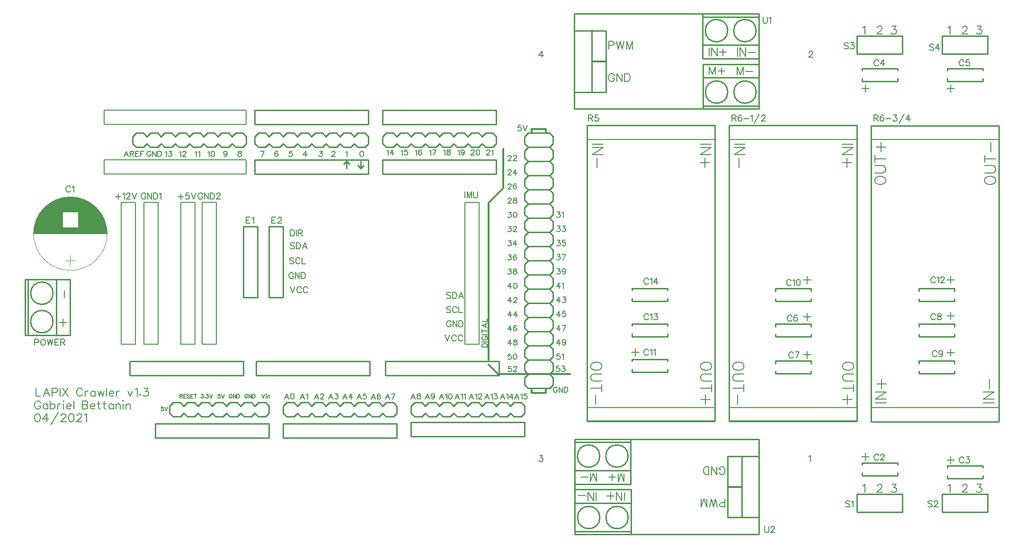
<source format=gto>
G04 Layer: TopSilkLayer*
G04 EasyEDA v6.4.19.5, 2021-04-15T14:22:44--3:00*
G04 56ca0cd20ace464db3ad8dc24ac0750e,59636247558045d2802cba280e4ac9d9,10*
G04 Gerber Generator version 0.2*
G04 Scale: 100 percent, Rotated: No, Reflected: No *
G04 Dimensions in inches *
G04 leading zeros omitted , absolute positions ,3 integer and 6 decimal *
%FSLAX36Y36*%
%MOIN*%

%ADD22C,0.0100*%
%ADD23C,0.0080*%
%ADD24C,0.0080*%
%ADD25C,0.0047*%
%ADD26C,0.0120*%
%ADD27C,0.0060*%

%LPD*%
D23*
X2960699Y-1344800D02*
G01*
X2958599Y-1340700D01*
X2954499Y-1336599D01*
X2950500Y-1334600D01*
X2942299Y-1334600D01*
X2938199Y-1336599D01*
X2934099Y-1340700D01*
X2931999Y-1344800D01*
X2930000Y-1350999D01*
X2930000Y-1361199D01*
X2931999Y-1367300D01*
X2934099Y-1371399D01*
X2938199Y-1375500D01*
X2942299Y-1377500D01*
X2950500Y-1377500D01*
X2954499Y-1375500D01*
X2958599Y-1371399D01*
X2960699Y-1367300D01*
X2960699Y-1361199D01*
X2950500Y-1361199D02*
G01*
X2960699Y-1361199D01*
X2974200Y-1334600D02*
G01*
X2974200Y-1377500D01*
X2974200Y-1334600D02*
G01*
X3002799Y-1377500D01*
X3002799Y-1334600D02*
G01*
X3002799Y-1377500D01*
X3016300Y-1334600D02*
G01*
X3016300Y-1377500D01*
X3016300Y-1334600D02*
G01*
X3030600Y-1334600D01*
X3036800Y-1336599D01*
X3040900Y-1340700D01*
X3042899Y-1344800D01*
X3045000Y-1350999D01*
X3045000Y-1361199D01*
X3042899Y-1367300D01*
X3040900Y-1371399D01*
X3036800Y-1375500D01*
X3030600Y-1377500D01*
X3016300Y-1377500D01*
X1850699Y-1004800D02*
G01*
X1848599Y-1000700D01*
X1844499Y-996599D01*
X1840500Y-994600D01*
X1832299Y-994600D01*
X1828199Y-996599D01*
X1824099Y-1000700D01*
X1821999Y-1004800D01*
X1820000Y-1010999D01*
X1820000Y-1021199D01*
X1821999Y-1027300D01*
X1824099Y-1031399D01*
X1828199Y-1035500D01*
X1832299Y-1037500D01*
X1840500Y-1037500D01*
X1844499Y-1035500D01*
X1848599Y-1031399D01*
X1850699Y-1027300D01*
X1850699Y-1021199D01*
X1840500Y-1021199D02*
G01*
X1850699Y-1021199D01*
X1864200Y-994600D02*
G01*
X1864200Y-1037500D01*
X1864200Y-994600D02*
G01*
X1892799Y-1037500D01*
X1892799Y-994600D02*
G01*
X1892799Y-1037500D01*
X1906300Y-994600D02*
G01*
X1906300Y-1037500D01*
X1906300Y-994600D02*
G01*
X1920600Y-994600D01*
X1926800Y-996599D01*
X1930900Y-1000700D01*
X1932899Y-1004800D01*
X1935000Y-1010999D01*
X1935000Y-1021199D01*
X1932899Y-1027300D01*
X1930900Y-1031399D01*
X1926800Y-1035500D01*
X1920600Y-1037500D01*
X1906300Y-1037500D01*
X1830000Y-694600D02*
G01*
X1830000Y-737500D01*
X1830000Y-694600D02*
G01*
X1844300Y-694600D01*
X1850500Y-696599D01*
X1854499Y-700700D01*
X1856599Y-704800D01*
X1858599Y-710999D01*
X1858599Y-721199D01*
X1856599Y-727300D01*
X1854499Y-731399D01*
X1850500Y-735500D01*
X1844300Y-737500D01*
X1830000Y-737500D01*
X1872100Y-694600D02*
G01*
X1872100Y-737500D01*
X1885600Y-694600D02*
G01*
X1885600Y-737500D01*
X1885600Y-694600D02*
G01*
X1903999Y-694600D01*
X1910200Y-696599D01*
X1912200Y-698699D01*
X1914300Y-702800D01*
X1914300Y-706900D01*
X1912200Y-710999D01*
X1910200Y-713000D01*
X1903999Y-715000D01*
X1885600Y-715000D01*
X1900000Y-715000D02*
G01*
X1914300Y-737500D01*
X1830000Y-1094600D02*
G01*
X1846400Y-1137500D01*
X1862700Y-1094600D02*
G01*
X1846400Y-1137500D01*
X1906899Y-1104800D02*
G01*
X1904899Y-1100700D01*
X1900799Y-1096599D01*
X1896700Y-1094600D01*
X1888500Y-1094600D01*
X1884399Y-1096599D01*
X1880299Y-1100700D01*
X1878299Y-1104800D01*
X1876199Y-1110999D01*
X1876199Y-1121199D01*
X1878299Y-1127300D01*
X1880299Y-1131399D01*
X1884399Y-1135500D01*
X1888500Y-1137500D01*
X1896700Y-1137500D01*
X1900799Y-1135500D01*
X1904899Y-1131399D01*
X1906899Y-1127300D01*
X1951099Y-1104800D02*
G01*
X1948999Y-1100700D01*
X1945000Y-1096599D01*
X1940900Y-1094600D01*
X1932700Y-1094600D01*
X1928599Y-1096599D01*
X1924499Y-1100700D01*
X1922500Y-1104800D01*
X1920399Y-1110999D01*
X1920399Y-1121199D01*
X1922500Y-1127300D01*
X1924499Y-1131399D01*
X1928599Y-1135500D01*
X1932700Y-1137500D01*
X1940900Y-1137500D01*
X1945000Y-1135500D01*
X1948999Y-1131399D01*
X1951099Y-1127300D01*
X1853590Y-895691D02*
G01*
X1849490Y-891590D01*
X1843391Y-889591D01*
X1835191Y-889591D01*
X1829090Y-891590D01*
X1824991Y-895691D01*
X1824991Y-899791D01*
X1826990Y-903890D01*
X1829090Y-905990D01*
X1833190Y-907991D01*
X1845491Y-912091D01*
X1849490Y-914090D01*
X1851590Y-916190D01*
X1853590Y-920291D01*
X1853590Y-926390D01*
X1849490Y-930491D01*
X1843391Y-932491D01*
X1835191Y-932491D01*
X1829090Y-930491D01*
X1824991Y-926390D01*
X1897790Y-899791D02*
G01*
X1895790Y-895691D01*
X1891691Y-891590D01*
X1887591Y-889591D01*
X1879390Y-889591D01*
X1875290Y-891590D01*
X1871190Y-895691D01*
X1869191Y-899791D01*
X1867091Y-905990D01*
X1867091Y-916190D01*
X1869191Y-922291D01*
X1871190Y-926390D01*
X1875290Y-930491D01*
X1879390Y-932491D01*
X1887591Y-932491D01*
X1891691Y-930491D01*
X1895790Y-926390D01*
X1897790Y-922291D01*
X1911291Y-889591D02*
G01*
X1911291Y-932491D01*
X1911291Y-932491D02*
G01*
X1935891Y-932491D01*
X1858599Y-790700D02*
G01*
X1854499Y-786599D01*
X1848400Y-784600D01*
X1840200Y-784600D01*
X1834099Y-786599D01*
X1830000Y-790700D01*
X1830000Y-794800D01*
X1831999Y-798899D01*
X1834099Y-800999D01*
X1838199Y-803000D01*
X1850500Y-807100D01*
X1854499Y-809099D01*
X1856599Y-811199D01*
X1858599Y-815300D01*
X1858599Y-821399D01*
X1854499Y-825500D01*
X1848400Y-827500D01*
X1840200Y-827500D01*
X1834099Y-825500D01*
X1830000Y-821399D01*
X1872100Y-784600D02*
G01*
X1872100Y-827500D01*
X1872100Y-784600D02*
G01*
X1886499Y-784600D01*
X1892600Y-786599D01*
X1896700Y-790700D01*
X1898699Y-794800D01*
X1900799Y-800999D01*
X1900799Y-811199D01*
X1898699Y-817300D01*
X1896700Y-821399D01*
X1892600Y-825500D01*
X1886499Y-827500D01*
X1872100Y-827500D01*
X1930600Y-784600D02*
G01*
X1914300Y-827500D01*
X1930600Y-784600D02*
G01*
X1946999Y-827500D01*
X1920399Y-813200D02*
G01*
X1940900Y-813200D01*
X6505000Y304200D02*
G01*
X6453400Y304200D01*
X6479200Y330000D02*
G01*
X6479200Y278499D01*
X5905000Y304200D02*
G01*
X5853400Y304200D01*
X5879200Y330000D02*
G01*
X5879200Y278499D01*
X5905000Y-2292694D02*
G01*
X5853400Y-2292694D01*
X5879200Y-2266894D02*
G01*
X5879200Y-2318395D01*
X6505000Y-2315799D02*
G01*
X6453400Y-2315799D01*
X6479200Y-2290000D02*
G01*
X6479200Y-2341500D01*
X6505000Y-1558234D02*
G01*
X6453400Y-1558234D01*
X6479200Y-1532433D02*
G01*
X6479200Y-1583933D01*
X6505000Y-1300338D02*
G01*
X6453400Y-1300338D01*
X6479200Y-1274538D02*
G01*
X6479200Y-1326039D01*
X6505000Y-1045075D02*
G01*
X6453400Y-1045075D01*
X6479200Y-1019275D02*
G01*
X6479200Y-1070776D01*
X5495000Y-1045799D02*
G01*
X5443400Y-1045799D01*
X5469200Y-1020000D02*
G01*
X5469200Y-1071500D01*
X5495000Y-1306511D02*
G01*
X5443400Y-1306511D01*
X5469200Y-1280711D02*
G01*
X5469200Y-1332211D01*
X5495000Y-1573843D02*
G01*
X5443400Y-1573843D01*
X5469200Y-1548043D02*
G01*
X5469200Y-1599544D01*
X4285000Y-1555799D02*
G01*
X4233400Y-1555799D01*
X4259200Y-1530000D02*
G01*
X4259200Y-1581500D01*
X2958599Y-1140700D02*
G01*
X2954499Y-1136599D01*
X2948400Y-1134600D01*
X2940200Y-1134600D01*
X2934099Y-1136599D01*
X2930000Y-1140700D01*
X2930000Y-1144800D01*
X2931999Y-1148899D01*
X2934099Y-1150999D01*
X2938199Y-1153000D01*
X2950500Y-1157100D01*
X2954499Y-1159099D01*
X2956599Y-1161199D01*
X2958599Y-1165300D01*
X2958599Y-1171399D01*
X2954499Y-1175500D01*
X2948400Y-1177500D01*
X2940200Y-1177500D01*
X2934099Y-1175500D01*
X2930000Y-1171399D01*
X2972100Y-1134600D02*
G01*
X2972100Y-1177500D01*
X2972100Y-1134600D02*
G01*
X2986499Y-1134600D01*
X2992600Y-1136599D01*
X2996700Y-1140700D01*
X2998699Y-1144800D01*
X3000799Y-1150999D01*
X3000799Y-1161199D01*
X2998699Y-1167300D01*
X2996700Y-1171399D01*
X2992600Y-1175500D01*
X2986499Y-1177500D01*
X2972100Y-1177500D01*
X3030600Y-1134600D02*
G01*
X3014300Y-1177500D01*
X3030600Y-1134600D02*
G01*
X3046999Y-1177500D01*
X3020399Y-1163200D02*
G01*
X3040900Y-1163200D01*
X2958599Y-1240700D02*
G01*
X2954499Y-1236599D01*
X2948400Y-1234600D01*
X2940200Y-1234600D01*
X2934099Y-1236599D01*
X2930000Y-1240700D01*
X2930000Y-1244800D01*
X2931999Y-1248899D01*
X2934099Y-1250999D01*
X2938199Y-1253000D01*
X2950500Y-1257100D01*
X2954499Y-1259099D01*
X2956599Y-1261199D01*
X2958599Y-1265300D01*
X2958599Y-1271399D01*
X2954499Y-1275500D01*
X2948400Y-1277500D01*
X2940200Y-1277500D01*
X2934099Y-1275500D01*
X2930000Y-1271399D01*
X3002799Y-1244800D02*
G01*
X3000799Y-1240700D01*
X2996700Y-1236599D01*
X2992600Y-1234600D01*
X2984399Y-1234600D01*
X2980299Y-1236599D01*
X2976199Y-1240700D01*
X2974200Y-1244800D01*
X2972100Y-1250999D01*
X2972100Y-1261199D01*
X2974200Y-1267300D01*
X2976199Y-1271399D01*
X2980299Y-1275500D01*
X2984399Y-1277500D01*
X2992600Y-1277500D01*
X2996700Y-1275500D01*
X3000799Y-1271399D01*
X3002799Y-1267300D01*
X3016300Y-1234600D02*
G01*
X3016300Y-1277500D01*
X3016300Y-1277500D02*
G01*
X3040900Y-1277500D01*
X2920000Y-1434600D02*
G01*
X2936400Y-1477500D01*
X2952700Y-1434600D02*
G01*
X2936400Y-1477500D01*
X2996899Y-1444800D02*
G01*
X2994899Y-1440700D01*
X2990799Y-1436599D01*
X2986700Y-1434600D01*
X2978500Y-1434600D01*
X2974399Y-1436599D01*
X2970299Y-1440700D01*
X2968299Y-1444800D01*
X2966199Y-1450999D01*
X2966199Y-1461199D01*
X2968299Y-1467300D01*
X2970299Y-1471399D01*
X2974399Y-1475500D01*
X2978500Y-1477500D01*
X2986700Y-1477500D01*
X2990799Y-1475500D01*
X2994899Y-1471399D01*
X2996899Y-1467300D01*
X3041099Y-1444800D02*
G01*
X3038999Y-1440700D01*
X3035000Y-1436599D01*
X3030900Y-1434600D01*
X3022700Y-1434600D01*
X3018599Y-1436599D01*
X3014499Y-1440700D01*
X3012500Y-1444800D01*
X3010399Y-1450999D01*
X3010399Y-1461199D01*
X3012500Y-1467300D01*
X3014499Y-1471399D01*
X3018599Y-1475500D01*
X3022700Y-1477500D01*
X3030900Y-1477500D01*
X3035000Y-1475500D01*
X3038999Y-1471399D01*
X3041099Y-1467300D01*
X70900Y-1913099D02*
G01*
X68200Y-1907600D01*
X62699Y-1902199D01*
X57300Y-1899499D01*
X46399Y-1899499D01*
X40900Y-1902199D01*
X35500Y-1907600D01*
X32699Y-1913099D01*
X30000Y-1921300D01*
X30000Y-1934899D01*
X32699Y-1943099D01*
X35500Y-1948499D01*
X40900Y-1954000D01*
X46399Y-1956700D01*
X57300Y-1956700D01*
X62699Y-1954000D01*
X68200Y-1948499D01*
X70900Y-1943099D01*
X70900Y-1934899D01*
X57300Y-1934899D02*
G01*
X70900Y-1934899D01*
X121599Y-1918499D02*
G01*
X121599Y-1956700D01*
X121599Y-1926700D02*
G01*
X116199Y-1921300D01*
X110700Y-1918499D01*
X102500Y-1918499D01*
X97100Y-1921300D01*
X91599Y-1926700D01*
X88899Y-1934899D01*
X88899Y-1940399D01*
X91599Y-1948499D01*
X97100Y-1954000D01*
X102500Y-1956700D01*
X110700Y-1956700D01*
X116199Y-1954000D01*
X121599Y-1948499D01*
X139600Y-1899499D02*
G01*
X139600Y-1956700D01*
X139600Y-1926700D02*
G01*
X145100Y-1921300D01*
X150500Y-1918499D01*
X158699Y-1918499D01*
X164200Y-1921300D01*
X169600Y-1926700D01*
X172399Y-1934899D01*
X172399Y-1940399D01*
X169600Y-1948499D01*
X164200Y-1954000D01*
X158699Y-1956700D01*
X150500Y-1956700D01*
X145100Y-1954000D01*
X139600Y-1948499D01*
X190399Y-1918499D02*
G01*
X190399Y-1956700D01*
X190399Y-1934899D02*
G01*
X193099Y-1926700D01*
X198499Y-1921300D01*
X204000Y-1918499D01*
X212199Y-1918499D01*
X230199Y-1899499D02*
G01*
X232899Y-1902199D01*
X235599Y-1899499D01*
X232899Y-1896700D01*
X230199Y-1899499D01*
X232899Y-1918499D02*
G01*
X232899Y-1956700D01*
X253600Y-1934899D02*
G01*
X286399Y-1934899D01*
X286399Y-1929499D01*
X283600Y-1924000D01*
X280900Y-1921300D01*
X275500Y-1918499D01*
X267300Y-1918499D01*
X261799Y-1921300D01*
X256399Y-1926700D01*
X253600Y-1934899D01*
X253600Y-1940399D01*
X256399Y-1948499D01*
X261799Y-1954000D01*
X267300Y-1956700D01*
X275500Y-1956700D01*
X280900Y-1954000D01*
X286399Y-1948499D01*
X304400Y-1899499D02*
G01*
X304400Y-1956700D01*
X364400Y-1899499D02*
G01*
X364400Y-1956700D01*
X364400Y-1899499D02*
G01*
X388899Y-1899499D01*
X397100Y-1902199D01*
X399800Y-1904899D01*
X402500Y-1910399D01*
X402500Y-1915799D01*
X399800Y-1921300D01*
X397100Y-1924000D01*
X388899Y-1926700D01*
X364400Y-1926700D02*
G01*
X388899Y-1926700D01*
X397100Y-1929499D01*
X399800Y-1932199D01*
X402500Y-1937600D01*
X402500Y-1945799D01*
X399800Y-1951300D01*
X397100Y-1954000D01*
X388899Y-1956700D01*
X364400Y-1956700D01*
X420500Y-1934899D02*
G01*
X453299Y-1934899D01*
X453299Y-1929499D01*
X450500Y-1924000D01*
X447800Y-1921300D01*
X442399Y-1918499D01*
X434200Y-1918499D01*
X428699Y-1921300D01*
X423299Y-1926700D01*
X420500Y-1934899D01*
X420500Y-1940399D01*
X423299Y-1948499D01*
X428699Y-1954000D01*
X434200Y-1956700D01*
X442399Y-1956700D01*
X447800Y-1954000D01*
X453299Y-1948499D01*
X479499Y-1899499D02*
G01*
X479499Y-1945799D01*
X482199Y-1954000D01*
X487600Y-1956700D01*
X493099Y-1956700D01*
X471300Y-1918499D02*
G01*
X490399Y-1918499D01*
X519299Y-1899499D02*
G01*
X519299Y-1945799D01*
X521999Y-1954000D01*
X527500Y-1956700D01*
X532899Y-1956700D01*
X511100Y-1918499D02*
G01*
X530199Y-1918499D01*
X583600Y-1918499D02*
G01*
X583600Y-1956700D01*
X583600Y-1926700D02*
G01*
X578200Y-1921300D01*
X572699Y-1918499D01*
X564499Y-1918499D01*
X559099Y-1921300D01*
X553600Y-1926700D01*
X550900Y-1934899D01*
X550900Y-1940399D01*
X553600Y-1948499D01*
X559099Y-1954000D01*
X564499Y-1956700D01*
X572699Y-1956700D01*
X578200Y-1954000D01*
X583600Y-1948499D01*
X601599Y-1918499D02*
G01*
X601599Y-1956700D01*
X601599Y-1929499D02*
G01*
X609800Y-1921300D01*
X615300Y-1918499D01*
X623499Y-1918499D01*
X628899Y-1921300D01*
X631599Y-1929499D01*
X631599Y-1956700D01*
X649600Y-1899499D02*
G01*
X652399Y-1902199D01*
X655100Y-1899499D01*
X652399Y-1896700D01*
X649600Y-1899499D01*
X652399Y-1918499D02*
G01*
X652399Y-1956700D01*
X673099Y-1918499D02*
G01*
X673099Y-1956700D01*
X673099Y-1929499D02*
G01*
X681300Y-1921300D01*
X686700Y-1918499D01*
X694899Y-1918499D01*
X700399Y-1921300D01*
X703099Y-1929499D01*
X703099Y-1956700D01*
X46399Y-1989499D02*
G01*
X38200Y-1992199D01*
X32699Y-2000399D01*
X30000Y-2014000D01*
X30000Y-2022199D01*
X32699Y-2035799D01*
X38200Y-2044000D01*
X46399Y-2046700D01*
X51799Y-2046700D01*
X60000Y-2044000D01*
X65500Y-2035799D01*
X68200Y-2022199D01*
X68200Y-2014000D01*
X65500Y-2000399D01*
X60000Y-1992199D01*
X51799Y-1989499D01*
X46399Y-1989499D01*
X113499Y-1989499D02*
G01*
X86199Y-2027600D01*
X127100Y-2027600D01*
X113499Y-1989499D02*
G01*
X113499Y-2046700D01*
X194200Y-1978499D02*
G01*
X145100Y-2065799D01*
X214899Y-2003099D02*
G01*
X214899Y-2000399D01*
X217600Y-1994899D01*
X220399Y-1992199D01*
X225799Y-1989499D01*
X236700Y-1989499D01*
X242199Y-1992199D01*
X244899Y-1994899D01*
X247600Y-2000399D01*
X247600Y-2005799D01*
X244899Y-2011300D01*
X239499Y-2019499D01*
X212199Y-2046700D01*
X250399Y-2046700D01*
X284699Y-1989499D02*
G01*
X276500Y-1992199D01*
X271100Y-2000399D01*
X268400Y-2014000D01*
X268400Y-2022199D01*
X271100Y-2035799D01*
X276500Y-2044000D01*
X284699Y-2046700D01*
X290199Y-2046700D01*
X298400Y-2044000D01*
X303800Y-2035799D01*
X306500Y-2022199D01*
X306500Y-2014000D01*
X303800Y-2000399D01*
X298400Y-1992199D01*
X290199Y-1989499D01*
X284699Y-1989499D01*
X327300Y-2003099D02*
G01*
X327300Y-2000399D01*
X330000Y-1994899D01*
X332699Y-1992199D01*
X338200Y-1989499D01*
X349099Y-1989499D01*
X354499Y-1992199D01*
X357300Y-1994899D01*
X360000Y-2000399D01*
X360000Y-2005799D01*
X357300Y-2011300D01*
X351799Y-2019499D01*
X324499Y-2046700D01*
X362699Y-2046700D01*
X380700Y-2000399D02*
G01*
X386199Y-1997600D01*
X394400Y-1989499D01*
X394400Y-2046700D01*
X40000Y-1809499D02*
G01*
X40000Y-1866700D01*
X40000Y-1866700D02*
G01*
X72699Y-1866700D01*
X112500Y-1809499D02*
G01*
X90700Y-1866700D01*
X112500Y-1809499D02*
G01*
X134400Y-1866700D01*
X98899Y-1847600D02*
G01*
X126199Y-1847600D01*
X152399Y-1809499D02*
G01*
X152399Y-1866700D01*
X152399Y-1809499D02*
G01*
X176900Y-1809499D01*
X185100Y-1812199D01*
X187800Y-1814899D01*
X190500Y-1820399D01*
X190500Y-1828499D01*
X187800Y-1834000D01*
X185100Y-1836700D01*
X176900Y-1839499D01*
X152399Y-1839499D01*
X208499Y-1809499D02*
G01*
X208499Y-1866700D01*
X226500Y-1809499D02*
G01*
X264699Y-1866700D01*
X264699Y-1809499D02*
G01*
X226500Y-1866700D01*
X365599Y-1823099D02*
G01*
X362899Y-1817600D01*
X357500Y-1812199D01*
X351999Y-1809499D01*
X341100Y-1809499D01*
X335599Y-1812199D01*
X330199Y-1817600D01*
X327500Y-1823099D01*
X324699Y-1831300D01*
X324699Y-1844899D01*
X327500Y-1853099D01*
X330199Y-1858499D01*
X335599Y-1864000D01*
X341100Y-1866700D01*
X351999Y-1866700D01*
X357500Y-1864000D01*
X362899Y-1858499D01*
X365599Y-1853099D01*
X383600Y-1828499D02*
G01*
X383600Y-1866700D01*
X383600Y-1844899D02*
G01*
X386399Y-1836700D01*
X391799Y-1831300D01*
X397300Y-1828499D01*
X405500Y-1828499D01*
X456199Y-1828499D02*
G01*
X456199Y-1866700D01*
X456199Y-1836700D02*
G01*
X450700Y-1831300D01*
X445300Y-1828499D01*
X437100Y-1828499D01*
X431599Y-1831300D01*
X426199Y-1836700D01*
X423499Y-1844899D01*
X423499Y-1850399D01*
X426199Y-1858499D01*
X431599Y-1864000D01*
X437100Y-1866700D01*
X445300Y-1866700D01*
X450700Y-1864000D01*
X456199Y-1858499D01*
X474200Y-1828499D02*
G01*
X485100Y-1866700D01*
X495999Y-1828499D02*
G01*
X485100Y-1866700D01*
X495999Y-1828499D02*
G01*
X506900Y-1866700D01*
X517800Y-1828499D02*
G01*
X506900Y-1866700D01*
X535799Y-1809499D02*
G01*
X535799Y-1866700D01*
X553800Y-1844899D02*
G01*
X586500Y-1844899D01*
X586500Y-1839499D01*
X583800Y-1834000D01*
X581100Y-1831300D01*
X575599Y-1828499D01*
X567500Y-1828499D01*
X561999Y-1831300D01*
X556500Y-1836700D01*
X553800Y-1844899D01*
X553800Y-1850399D01*
X556500Y-1858499D01*
X561999Y-1864000D01*
X567500Y-1866700D01*
X575599Y-1866700D01*
X581100Y-1864000D01*
X586500Y-1858499D01*
X604499Y-1828499D02*
G01*
X604499Y-1866700D01*
X604499Y-1844899D02*
G01*
X607300Y-1836700D01*
X612699Y-1831300D01*
X618200Y-1828499D01*
X626399Y-1828499D01*
X686399Y-1828499D02*
G01*
X702699Y-1866700D01*
X719099Y-1828499D02*
G01*
X702699Y-1866700D01*
X737100Y-1820399D02*
G01*
X742500Y-1817600D01*
X750700Y-1809499D01*
X750700Y-1866700D01*
X771499Y-1853099D02*
G01*
X768699Y-1855799D01*
X771499Y-1858499D01*
X774200Y-1855799D01*
X771499Y-1853099D01*
X797600Y-1809499D02*
G01*
X827600Y-1809499D01*
X811300Y-1831300D01*
X819499Y-1831300D01*
X824899Y-1834000D01*
X827600Y-1836700D01*
X830399Y-1844899D01*
X830399Y-1850399D01*
X827600Y-1858499D01*
X822200Y-1864000D01*
X813999Y-1866700D01*
X805799Y-1866700D01*
X797600Y-1864000D01*
X794899Y-1861300D01*
X792200Y-1855799D01*
D27*
X5480000Y-2292800D02*
G01*
X5484099Y-2290700D01*
X5490200Y-2284600D01*
X5490200Y-2327500D01*
X5481999Y555199D02*
G01*
X5481999Y557199D01*
X5484099Y561300D01*
X5486099Y563400D01*
X5490200Y565399D01*
X5498400Y565399D01*
X5502500Y563400D01*
X5504499Y561300D01*
X5506599Y557199D01*
X5506599Y553099D01*
X5504499Y549000D01*
X5500500Y542899D01*
X5480000Y522500D01*
X5508599Y522500D01*
X3584099Y-2284600D02*
G01*
X3606599Y-2284600D01*
X3594300Y-2300999D01*
X3600500Y-2300999D01*
X3604499Y-2303000D01*
X3606599Y-2305000D01*
X3608599Y-2311199D01*
X3608599Y-2315300D01*
X3606599Y-2321399D01*
X3602500Y-2325500D01*
X3596400Y-2327500D01*
X3590200Y-2327500D01*
X3584099Y-2325500D01*
X3581999Y-2323499D01*
X3580000Y-2319400D01*
X3600500Y565399D02*
G01*
X3580000Y536799D01*
X3610699Y536799D01*
X3600500Y565399D02*
G01*
X3600500Y522500D01*
X1520000Y-604600D02*
G01*
X1520000Y-647500D01*
X1520000Y-604600D02*
G01*
X1546599Y-604600D01*
X1520000Y-625000D02*
G01*
X1536400Y-625000D01*
X1520000Y-647500D02*
G01*
X1546599Y-647500D01*
X1560100Y-612800D02*
G01*
X1564200Y-610700D01*
X1570299Y-604600D01*
X1570299Y-647500D01*
X1700000Y-604600D02*
G01*
X1700000Y-647500D01*
X1700000Y-604600D02*
G01*
X1726599Y-604600D01*
X1700000Y-625000D02*
G01*
X1716400Y-625000D01*
X1700000Y-647500D02*
G01*
X1726599Y-647500D01*
X1742100Y-614800D02*
G01*
X1742100Y-612800D01*
X1744200Y-608699D01*
X1746199Y-606599D01*
X1750299Y-604600D01*
X1758500Y-604600D01*
X1762600Y-606599D01*
X1764600Y-608699D01*
X1766700Y-612800D01*
X1766700Y-616900D01*
X1764600Y-620999D01*
X1760500Y-627100D01*
X1740100Y-647500D01*
X1768699Y-647500D01*
X810699Y-444800D02*
G01*
X808599Y-440700D01*
X804499Y-436599D01*
X800500Y-434600D01*
X792299Y-434600D01*
X788199Y-436599D01*
X784099Y-440700D01*
X781999Y-444800D01*
X780000Y-450999D01*
X780000Y-461199D01*
X781999Y-467300D01*
X784099Y-471399D01*
X788199Y-475500D01*
X792299Y-477500D01*
X800500Y-477500D01*
X804499Y-475500D01*
X808599Y-471399D01*
X810699Y-467300D01*
X810699Y-461199D01*
X800500Y-461199D02*
G01*
X810699Y-461199D01*
X824200Y-434600D02*
G01*
X824200Y-477500D01*
X824200Y-434600D02*
G01*
X852799Y-477500D01*
X852799Y-434600D02*
G01*
X852799Y-477500D01*
X866300Y-434600D02*
G01*
X866300Y-477500D01*
X866300Y-434600D02*
G01*
X880600Y-434600D01*
X886800Y-436599D01*
X890900Y-440700D01*
X892899Y-444800D01*
X895000Y-450999D01*
X895000Y-461199D01*
X892899Y-467300D01*
X890900Y-471399D01*
X886800Y-475500D01*
X880600Y-477500D01*
X866300Y-477500D01*
X908500Y-442800D02*
G01*
X912500Y-440700D01*
X918699Y-434600D01*
X918699Y-477500D01*
X1210699Y-444800D02*
G01*
X1208599Y-440700D01*
X1204499Y-436599D01*
X1200500Y-434600D01*
X1192299Y-434600D01*
X1188199Y-436599D01*
X1184099Y-440700D01*
X1181999Y-444800D01*
X1180000Y-450999D01*
X1180000Y-461199D01*
X1181999Y-467300D01*
X1184099Y-471399D01*
X1188199Y-475500D01*
X1192299Y-477500D01*
X1200500Y-477500D01*
X1204499Y-475500D01*
X1208599Y-471399D01*
X1210699Y-467300D01*
X1210699Y-461199D01*
X1200500Y-461199D02*
G01*
X1210699Y-461199D01*
X1224200Y-434600D02*
G01*
X1224200Y-477500D01*
X1224200Y-434600D02*
G01*
X1252799Y-477500D01*
X1252799Y-434600D02*
G01*
X1252799Y-477500D01*
X1266300Y-434600D02*
G01*
X1266300Y-477500D01*
X1266300Y-434600D02*
G01*
X1280600Y-434600D01*
X1286800Y-436599D01*
X1290900Y-440700D01*
X1292899Y-444800D01*
X1295000Y-450999D01*
X1295000Y-461199D01*
X1292899Y-467300D01*
X1290900Y-471399D01*
X1286800Y-475500D01*
X1280600Y-477500D01*
X1266300Y-477500D01*
X1310500Y-444800D02*
G01*
X1310500Y-442800D01*
X1312500Y-438699D01*
X1314600Y-436599D01*
X1318699Y-434600D01*
X1326899Y-434600D01*
X1331000Y-436599D01*
X1333000Y-438699D01*
X1335000Y-442800D01*
X1335000Y-446900D01*
X1333000Y-450999D01*
X1328900Y-457100D01*
X1308500Y-477500D01*
X1337100Y-477500D01*
X3060000Y-424600D02*
G01*
X3060000Y-467500D01*
X3073500Y-424600D02*
G01*
X3073500Y-467500D01*
X3073500Y-424600D02*
G01*
X3089899Y-467500D01*
X3106199Y-424600D02*
G01*
X3089899Y-467500D01*
X3106199Y-424600D02*
G01*
X3106199Y-467500D01*
X3119700Y-424600D02*
G01*
X3119700Y-455300D01*
X3121800Y-461399D01*
X3125900Y-465500D01*
X3131999Y-467500D01*
X3136099Y-467500D01*
X3142200Y-465500D01*
X3146300Y-461399D01*
X3148400Y-455300D01*
X3148400Y-424600D01*
X1058400Y-440700D02*
G01*
X1058400Y-477500D01*
X1040000Y-459099D02*
G01*
X1076800Y-459099D01*
X1114899Y-434600D02*
G01*
X1094399Y-434600D01*
X1092399Y-453000D01*
X1094399Y-450999D01*
X1100500Y-448899D01*
X1106700Y-448899D01*
X1112799Y-450999D01*
X1116899Y-455000D01*
X1118999Y-461199D01*
X1118999Y-465300D01*
X1116899Y-471399D01*
X1112799Y-475500D01*
X1106700Y-477500D01*
X1100500Y-477500D01*
X1094399Y-475500D01*
X1092399Y-473499D01*
X1090299Y-469400D01*
X1132500Y-434600D02*
G01*
X1148800Y-477500D01*
X1165200Y-434600D02*
G01*
X1148800Y-477500D01*
X618400Y-440700D02*
G01*
X618400Y-477500D01*
X600000Y-459099D02*
G01*
X636799Y-459099D01*
X650300Y-442800D02*
G01*
X654400Y-440700D01*
X660500Y-434600D01*
X660500Y-477500D01*
X676100Y-444800D02*
G01*
X676100Y-442800D01*
X678099Y-438699D01*
X680199Y-436599D01*
X684299Y-434600D01*
X692500Y-434600D01*
X696500Y-436599D01*
X698600Y-438699D01*
X700599Y-442800D01*
X700599Y-446900D01*
X698600Y-450999D01*
X694499Y-457100D01*
X674000Y-477500D01*
X702699Y-477500D01*
X716199Y-434600D02*
G01*
X732500Y-477500D01*
X748899Y-434600D02*
G01*
X732500Y-477500D01*
X5170000Y-2784600D02*
G01*
X5170000Y-2815300D01*
X5171999Y-2821399D01*
X5176099Y-2825500D01*
X5182299Y-2827500D01*
X5186400Y-2827500D01*
X5192500Y-2825500D01*
X5196599Y-2821399D01*
X5198599Y-2815300D01*
X5198599Y-2784600D01*
X5214200Y-2794800D02*
G01*
X5214200Y-2792800D01*
X5216199Y-2788699D01*
X5218299Y-2786599D01*
X5222399Y-2784600D01*
X5230500Y-2784600D01*
X5234600Y-2786599D01*
X5236700Y-2788699D01*
X5238699Y-2792800D01*
X5238699Y-2796900D01*
X5236700Y-2800999D01*
X5232600Y-2807100D01*
X5212100Y-2827500D01*
X5240799Y-2827500D01*
D23*
X4889809Y-2646911D02*
G01*
X4889809Y-2590511D01*
X4889809Y-2646911D02*
G01*
X4865709Y-2646911D01*
X4857610Y-2644211D01*
X4854910Y-2641511D01*
X4852309Y-2636210D01*
X4852309Y-2628110D01*
X4854910Y-2622710D01*
X4857610Y-2620111D01*
X4865709Y-2617411D01*
X4889809Y-2617411D01*
X4834510Y-2646911D02*
G01*
X4821109Y-2590511D01*
X4807709Y-2646911D02*
G01*
X4821109Y-2590511D01*
X4807709Y-2646911D02*
G01*
X4794309Y-2590511D01*
X4780810Y-2646911D02*
G01*
X4794309Y-2590511D01*
X4763109Y-2646911D02*
G01*
X4763109Y-2590511D01*
X4763109Y-2646911D02*
G01*
X4741710Y-2590511D01*
X4720209Y-2646911D02*
G01*
X4741710Y-2590511D01*
X4720209Y-2646911D02*
G01*
X4720209Y-2590511D01*
X4849547Y-2405151D02*
G01*
X4852246Y-2410551D01*
X4857646Y-2415850D01*
X4863046Y-2418551D01*
X4873747Y-2418551D01*
X4879147Y-2415850D01*
X4884447Y-2410551D01*
X4887147Y-2405151D01*
X4889847Y-2397051D01*
X4889847Y-2383651D01*
X4887147Y-2375650D01*
X4884447Y-2370250D01*
X4879147Y-2364850D01*
X4873747Y-2362150D01*
X4863046Y-2362150D01*
X4857646Y-2364850D01*
X4852246Y-2370250D01*
X4849547Y-2375650D01*
X4849547Y-2383651D01*
X4863046Y-2383651D02*
G01*
X4849547Y-2383651D01*
X4831846Y-2418551D02*
G01*
X4831846Y-2362150D01*
X4831846Y-2418551D02*
G01*
X4794246Y-2362150D01*
X4794246Y-2418551D02*
G01*
X4794246Y-2362150D01*
X4776547Y-2418551D02*
G01*
X4776547Y-2362150D01*
X4776547Y-2418551D02*
G01*
X4757746Y-2418551D01*
X4749746Y-2415850D01*
X4744346Y-2410551D01*
X4741647Y-2405151D01*
X4738946Y-2397051D01*
X4738946Y-2383651D01*
X4741647Y-2375650D01*
X4744346Y-2370250D01*
X4749746Y-2364850D01*
X4757746Y-2362150D01*
X4776547Y-2362150D01*
X3983148Y-2602066D02*
G01*
X3983146Y-2541966D01*
X3964247Y-2602066D02*
G01*
X3964247Y-2541966D01*
X3964247Y-2602066D02*
G01*
X3924147Y-2541966D01*
X3924147Y-2602066D02*
G01*
X3924147Y-2541966D01*
X3905248Y-2567766D02*
G01*
X3853747Y-2567766D01*
X4181184Y-2600974D02*
G01*
X4181184Y-2544573D01*
X4163483Y-2600974D02*
G01*
X4163483Y-2544573D01*
X4163483Y-2600974D02*
G01*
X4125883Y-2544573D01*
X4125883Y-2600974D02*
G01*
X4125883Y-2544573D01*
X4083984Y-2592874D02*
G01*
X4083984Y-2544573D01*
X4108184Y-2568773D02*
G01*
X4059884Y-2568773D01*
X4179955Y-2468607D02*
G01*
X4179955Y-2412206D01*
X4179955Y-2468607D02*
G01*
X4158455Y-2412206D01*
X4137055Y-2468607D02*
G01*
X4158455Y-2412206D01*
X4137055Y-2468607D02*
G01*
X4137055Y-2412206D01*
X4095155Y-2460506D02*
G01*
X4095155Y-2412206D01*
X4119354Y-2436406D02*
G01*
X4070955Y-2436406D01*
X3984296Y-2467269D02*
G01*
X3984296Y-2410870D01*
X3984296Y-2467269D02*
G01*
X3962797Y-2410870D01*
X3941396Y-2467269D02*
G01*
X3962797Y-2410870D01*
X3941396Y-2467269D02*
G01*
X3941396Y-2410870D01*
X3923596Y-2435070D02*
G01*
X3875297Y-2435070D01*
D27*
X30000Y-1464600D02*
G01*
X30000Y-1507500D01*
X30000Y-1464600D02*
G01*
X48400Y-1464600D01*
X54499Y-1466599D01*
X56599Y-1468699D01*
X58600Y-1472800D01*
X58600Y-1478899D01*
X56599Y-1483000D01*
X54499Y-1485000D01*
X48400Y-1487100D01*
X30000Y-1487100D01*
X84400Y-1464600D02*
G01*
X80300Y-1466599D01*
X76199Y-1470700D01*
X74200Y-1474800D01*
X72100Y-1480999D01*
X72100Y-1491199D01*
X74200Y-1497300D01*
X76199Y-1501399D01*
X80300Y-1505500D01*
X84400Y-1507500D01*
X92600Y-1507500D01*
X96700Y-1505500D01*
X100799Y-1501399D01*
X102800Y-1497300D01*
X104899Y-1491199D01*
X104899Y-1480999D01*
X102800Y-1474800D01*
X100799Y-1470700D01*
X96700Y-1466599D01*
X92600Y-1464600D01*
X84400Y-1464600D01*
X118400Y-1464600D02*
G01*
X128600Y-1507500D01*
X138800Y-1464600D02*
G01*
X128600Y-1507500D01*
X138800Y-1464600D02*
G01*
X149000Y-1507500D01*
X159299Y-1464600D02*
G01*
X149000Y-1507500D01*
X172800Y-1464600D02*
G01*
X172800Y-1507500D01*
X172800Y-1464600D02*
G01*
X199400Y-1464600D01*
X172800Y-1485000D02*
G01*
X189099Y-1485000D01*
X172800Y-1507500D02*
G01*
X199400Y-1507500D01*
X212899Y-1464600D02*
G01*
X212899Y-1507500D01*
X212899Y-1464600D02*
G01*
X231300Y-1464600D01*
X237399Y-1466599D01*
X239499Y-1468699D01*
X241500Y-1472800D01*
X241500Y-1476900D01*
X239499Y-1480999D01*
X237399Y-1483000D01*
X231300Y-1485000D01*
X212899Y-1485000D01*
X227199Y-1485000D02*
G01*
X241500Y-1507500D01*
D23*
X239200Y-1120000D02*
G01*
X239200Y-1171500D01*
X255000Y-1345799D02*
G01*
X203400Y-1345799D01*
X229200Y-1320000D02*
G01*
X229200Y-1371500D01*
D27*
X5768599Y-2610700D02*
G01*
X5764499Y-2606599D01*
X5758400Y-2604600D01*
X5750200Y-2604600D01*
X5744099Y-2606599D01*
X5740000Y-2610700D01*
X5740000Y-2614800D01*
X5741999Y-2618899D01*
X5744099Y-2620999D01*
X5748199Y-2623000D01*
X5760500Y-2627100D01*
X5764499Y-2629099D01*
X5766599Y-2631199D01*
X5768599Y-2635300D01*
X5768599Y-2641399D01*
X5764499Y-2645500D01*
X5758400Y-2647500D01*
X5750200Y-2647500D01*
X5744099Y-2645500D01*
X5740000Y-2641399D01*
X5782100Y-2612800D02*
G01*
X5786199Y-2610700D01*
X5792399Y-2604600D01*
X5792399Y-2647500D01*
X5860000Y-2498200D02*
G01*
X5865500Y-2495500D01*
X5873599Y-2487300D01*
X5873599Y-2544499D01*
X5962700Y-2500900D02*
G01*
X5962700Y-2498200D01*
X5965500Y-2492700D01*
X5968199Y-2490000D01*
X5973599Y-2487300D01*
X5984499Y-2487300D01*
X5990000Y-2490000D01*
X5992700Y-2492700D01*
X5995500Y-2498200D01*
X5995500Y-2503600D01*
X5992700Y-2509099D01*
X5987299Y-2517300D01*
X5960000Y-2544499D01*
X5998199Y-2544499D01*
X6065500Y-2487300D02*
G01*
X6095500Y-2487300D01*
X6079099Y-2509099D01*
X6087299Y-2509099D01*
X6092700Y-2511799D01*
X6095500Y-2514499D01*
X6098199Y-2522700D01*
X6098199Y-2528200D01*
X6095500Y-2536399D01*
X6090000Y-2541799D01*
X6081800Y-2544499D01*
X6073599Y-2544499D01*
X6065500Y-2541799D01*
X6062700Y-2539099D01*
X6060000Y-2533600D01*
X6348599Y-2610700D02*
G01*
X6344499Y-2606599D01*
X6338400Y-2604600D01*
X6330200Y-2604600D01*
X6324099Y-2606599D01*
X6320000Y-2610700D01*
X6320000Y-2614800D01*
X6321999Y-2618899D01*
X6324099Y-2620999D01*
X6328199Y-2623000D01*
X6340500Y-2627100D01*
X6344499Y-2629099D01*
X6346599Y-2631199D01*
X6348599Y-2635300D01*
X6348599Y-2641399D01*
X6344499Y-2645500D01*
X6338400Y-2647500D01*
X6330200Y-2647500D01*
X6324099Y-2645500D01*
X6320000Y-2641399D01*
X6364200Y-2614800D02*
G01*
X6364200Y-2612800D01*
X6366199Y-2608699D01*
X6368299Y-2606599D01*
X6372399Y-2604600D01*
X6380500Y-2604600D01*
X6384600Y-2606599D01*
X6386700Y-2608699D01*
X6388699Y-2612800D01*
X6388699Y-2616900D01*
X6386700Y-2620999D01*
X6382600Y-2627100D01*
X6362100Y-2647500D01*
X6390799Y-2647500D01*
X6460000Y-2498200D02*
G01*
X6465500Y-2495500D01*
X6473599Y-2487300D01*
X6473599Y-2544499D01*
X6562700Y-2500900D02*
G01*
X6562700Y-2498200D01*
X6565500Y-2492700D01*
X6568199Y-2490000D01*
X6573599Y-2487300D01*
X6584499Y-2487300D01*
X6590000Y-2490000D01*
X6592700Y-2492700D01*
X6595500Y-2498200D01*
X6595500Y-2503600D01*
X6592700Y-2509099D01*
X6587299Y-2517300D01*
X6560000Y-2544499D01*
X6598199Y-2544499D01*
X6665500Y-2487300D02*
G01*
X6695500Y-2487300D01*
X6679099Y-2509099D01*
X6687299Y-2509099D01*
X6692700Y-2511799D01*
X6695500Y-2514499D01*
X6698199Y-2522700D01*
X6698199Y-2528200D01*
X6695500Y-2536399D01*
X6690000Y-2541799D01*
X6681800Y-2544499D01*
X6673599Y-2544499D01*
X6665500Y-2541799D01*
X6662700Y-2539099D01*
X6660000Y-2533600D01*
X5758599Y619299D02*
G01*
X5754499Y623400D01*
X5748400Y625399D01*
X5740200Y625399D01*
X5734099Y623400D01*
X5730000Y619299D01*
X5730000Y615199D01*
X5731999Y611100D01*
X5734099Y609000D01*
X5738199Y606999D01*
X5750500Y602899D01*
X5754499Y600900D01*
X5756599Y598800D01*
X5758599Y594699D01*
X5758599Y588600D01*
X5754499Y584499D01*
X5748400Y582500D01*
X5740200Y582500D01*
X5734099Y584499D01*
X5730000Y588600D01*
X5776199Y625399D02*
G01*
X5798699Y625399D01*
X5786499Y609000D01*
X5792600Y609000D01*
X5796700Y606999D01*
X5798699Y605000D01*
X5800799Y598800D01*
X5800799Y594699D01*
X5798699Y588600D01*
X5794600Y584499D01*
X5788500Y582500D01*
X5782399Y582500D01*
X5776199Y584499D01*
X5774200Y586500D01*
X5772100Y590599D01*
X5860000Y731799D02*
G01*
X5865500Y734499D01*
X5873599Y742699D01*
X5873599Y685500D01*
X5962700Y729099D02*
G01*
X5962700Y731799D01*
X5965500Y737300D01*
X5968199Y740000D01*
X5973599Y742699D01*
X5984499Y742699D01*
X5990000Y740000D01*
X5992700Y737300D01*
X5995500Y731799D01*
X5995500Y726399D01*
X5992700Y720900D01*
X5987299Y712699D01*
X5960000Y685500D01*
X5998199Y685500D01*
X6065500Y742699D02*
G01*
X6095500Y742699D01*
X6079099Y720900D01*
X6087299Y720900D01*
X6092700Y718200D01*
X6095500Y715500D01*
X6098199Y707300D01*
X6098199Y701799D01*
X6095500Y693600D01*
X6090000Y688200D01*
X6081800Y685500D01*
X6073599Y685500D01*
X6065500Y688200D01*
X6062700Y690900D01*
X6060000Y696399D01*
X6358599Y609299D02*
G01*
X6354499Y613400D01*
X6348400Y615399D01*
X6340200Y615399D01*
X6334099Y613400D01*
X6330000Y609299D01*
X6330000Y605199D01*
X6331999Y601100D01*
X6334099Y599000D01*
X6338199Y596999D01*
X6350500Y592899D01*
X6354499Y590900D01*
X6356599Y588800D01*
X6358599Y584699D01*
X6358599Y578600D01*
X6354499Y574499D01*
X6348400Y572500D01*
X6340200Y572500D01*
X6334099Y574499D01*
X6330000Y578600D01*
X6392600Y615399D02*
G01*
X6372100Y586799D01*
X6402799Y586799D01*
X6392600Y615399D02*
G01*
X6392600Y572500D01*
X6460000Y731799D02*
G01*
X6465500Y734499D01*
X6473599Y742699D01*
X6473599Y685500D01*
X6562700Y729099D02*
G01*
X6562700Y731799D01*
X6565500Y737300D01*
X6568199Y740000D01*
X6573599Y742699D01*
X6584499Y742699D01*
X6590000Y740000D01*
X6592700Y737300D01*
X6595500Y731799D01*
X6595500Y726399D01*
X6592700Y720900D01*
X6587299Y712699D01*
X6560000Y685500D01*
X6598199Y685500D01*
X6665500Y742699D02*
G01*
X6695500Y742699D01*
X6679099Y720900D01*
X6687299Y720900D01*
X6692700Y718200D01*
X6695500Y715500D01*
X6698199Y707300D01*
X6698199Y701799D01*
X6695500Y693600D01*
X6690000Y688200D01*
X6681800Y685500D01*
X6673599Y685500D01*
X6665500Y688200D01*
X6662700Y690900D01*
X6660000Y696399D01*
X280700Y-394800D02*
G01*
X278600Y-390700D01*
X274499Y-386599D01*
X270500Y-384600D01*
X262300Y-384600D01*
X258200Y-386599D01*
X254099Y-390700D01*
X251999Y-394800D01*
X250000Y-400999D01*
X250000Y-411199D01*
X251999Y-417300D01*
X254099Y-421399D01*
X258200Y-425500D01*
X262300Y-427500D01*
X270500Y-427500D01*
X274499Y-425500D01*
X278600Y-421399D01*
X280700Y-417300D01*
X294200Y-392800D02*
G01*
X298299Y-390700D01*
X304400Y-384600D01*
X304400Y-427500D01*
X5970699Y-2284800D02*
G01*
X5968599Y-2280700D01*
X5964499Y-2276599D01*
X5960500Y-2274600D01*
X5952299Y-2274600D01*
X5948199Y-2276599D01*
X5944099Y-2280700D01*
X5941999Y-2284800D01*
X5940000Y-2290999D01*
X5940000Y-2301199D01*
X5941999Y-2307300D01*
X5944099Y-2311399D01*
X5948199Y-2315500D01*
X5952299Y-2317500D01*
X5960500Y-2317500D01*
X5964499Y-2315500D01*
X5968599Y-2311399D01*
X5970699Y-2307300D01*
X5986199Y-2284800D02*
G01*
X5986199Y-2282800D01*
X5988299Y-2278699D01*
X5990299Y-2276599D01*
X5994399Y-2274600D01*
X6002600Y-2274600D01*
X6006700Y-2276599D01*
X6008699Y-2278699D01*
X6010799Y-2282800D01*
X6010799Y-2286900D01*
X6008699Y-2290999D01*
X6004600Y-2297100D01*
X5984200Y-2317500D01*
X6012799Y-2317500D01*
X6570699Y-2304800D02*
G01*
X6568599Y-2300700D01*
X6564499Y-2296599D01*
X6560500Y-2294600D01*
X6552299Y-2294600D01*
X6548199Y-2296599D01*
X6544099Y-2300700D01*
X6541999Y-2304800D01*
X6540000Y-2310999D01*
X6540000Y-2321199D01*
X6541999Y-2327300D01*
X6544099Y-2331399D01*
X6548199Y-2335500D01*
X6552299Y-2337500D01*
X6560500Y-2337500D01*
X6564499Y-2335500D01*
X6568599Y-2331399D01*
X6570699Y-2327300D01*
X6588299Y-2294600D02*
G01*
X6610799Y-2294600D01*
X6598500Y-2310999D01*
X6604600Y-2310999D01*
X6608699Y-2313000D01*
X6610799Y-2315000D01*
X6612799Y-2321199D01*
X6612799Y-2325300D01*
X6610799Y-2331399D01*
X6606700Y-2335500D01*
X6600500Y-2337500D01*
X6594399Y-2337500D01*
X6588299Y-2335500D01*
X6586199Y-2333499D01*
X6584200Y-2329400D01*
X5970699Y495199D02*
G01*
X5968599Y499299D01*
X5964499Y503400D01*
X5960500Y505399D01*
X5952299Y505399D01*
X5948199Y503400D01*
X5944099Y499299D01*
X5941999Y495199D01*
X5940000Y489000D01*
X5940000Y478800D01*
X5941999Y472699D01*
X5944099Y468600D01*
X5948199Y464499D01*
X5952299Y462500D01*
X5960500Y462500D01*
X5964499Y464499D01*
X5968599Y468600D01*
X5970699Y472699D01*
X6004600Y505399D02*
G01*
X5984200Y476799D01*
X6014899Y476799D01*
X6004600Y505399D02*
G01*
X6004600Y462500D01*
X6570699Y495199D02*
G01*
X6568599Y499299D01*
X6564499Y503400D01*
X6560500Y505399D01*
X6552299Y505399D01*
X6548199Y503400D01*
X6544099Y499299D01*
X6541999Y495199D01*
X6540000Y489000D01*
X6540000Y478800D01*
X6541999Y472699D01*
X6544099Y468600D01*
X6548199Y464499D01*
X6552299Y462500D01*
X6560500Y462500D01*
X6564499Y464499D01*
X6568599Y468600D01*
X6570699Y472699D01*
X6608699Y505399D02*
G01*
X6588299Y505399D01*
X6586199Y486999D01*
X6588299Y489000D01*
X6594399Y491100D01*
X6600500Y491100D01*
X6606700Y489000D01*
X6610799Y485000D01*
X6612799Y478800D01*
X6612799Y474699D01*
X6610799Y468600D01*
X6606700Y464499D01*
X6600500Y462500D01*
X6594399Y462500D01*
X6588299Y464499D01*
X6586199Y466500D01*
X6584200Y470599D01*
X5360699Y-1304800D02*
G01*
X5358599Y-1300700D01*
X5354499Y-1296599D01*
X5350500Y-1294600D01*
X5342299Y-1294600D01*
X5338199Y-1296599D01*
X5334099Y-1300700D01*
X5331999Y-1304800D01*
X5330000Y-1310999D01*
X5330000Y-1321199D01*
X5331999Y-1327300D01*
X5334099Y-1331399D01*
X5338199Y-1335500D01*
X5342299Y-1337500D01*
X5350500Y-1337500D01*
X5354499Y-1335500D01*
X5358599Y-1331399D01*
X5360699Y-1327300D01*
X5398699Y-1300700D02*
G01*
X5396700Y-1296599D01*
X5390500Y-1294600D01*
X5386499Y-1294600D01*
X5380299Y-1296599D01*
X5376199Y-1302800D01*
X5374200Y-1313000D01*
X5374200Y-1323200D01*
X5376199Y-1331399D01*
X5380299Y-1335500D01*
X5386499Y-1337500D01*
X5388500Y-1337500D01*
X5394600Y-1335500D01*
X5398699Y-1331399D01*
X5400799Y-1325300D01*
X5400799Y-1323200D01*
X5398699Y-1317100D01*
X5394600Y-1313000D01*
X5388500Y-1310999D01*
X5386499Y-1310999D01*
X5380299Y-1313000D01*
X5376199Y-1317100D01*
X5374200Y-1323200D01*
X5370699Y-1564800D02*
G01*
X5368599Y-1560700D01*
X5364499Y-1556599D01*
X5360500Y-1554600D01*
X5352299Y-1554600D01*
X5348199Y-1556599D01*
X5344099Y-1560700D01*
X5341999Y-1564800D01*
X5340000Y-1570999D01*
X5340000Y-1581199D01*
X5341999Y-1587300D01*
X5344099Y-1591399D01*
X5348199Y-1595500D01*
X5352299Y-1597500D01*
X5360500Y-1597500D01*
X5364499Y-1595500D01*
X5368599Y-1591399D01*
X5370699Y-1587300D01*
X5412799Y-1554600D02*
G01*
X5392399Y-1597500D01*
X5384200Y-1554600D02*
G01*
X5412799Y-1554600D01*
X6370699Y-1294800D02*
G01*
X6368599Y-1290700D01*
X6364499Y-1286599D01*
X6360500Y-1284600D01*
X6352299Y-1284600D01*
X6348199Y-1286599D01*
X6344099Y-1290700D01*
X6341999Y-1294800D01*
X6340000Y-1300999D01*
X6340000Y-1311199D01*
X6341999Y-1317300D01*
X6344099Y-1321399D01*
X6348199Y-1325500D01*
X6352299Y-1327500D01*
X6360500Y-1327500D01*
X6364499Y-1325500D01*
X6368599Y-1321399D01*
X6370699Y-1317300D01*
X6394399Y-1284600D02*
G01*
X6388299Y-1286599D01*
X6386199Y-1290700D01*
X6386199Y-1294800D01*
X6388299Y-1298899D01*
X6392399Y-1300999D01*
X6400500Y-1303000D01*
X6406700Y-1305000D01*
X6410799Y-1309099D01*
X6412799Y-1313200D01*
X6412799Y-1319400D01*
X6410799Y-1323499D01*
X6408699Y-1325500D01*
X6402600Y-1327500D01*
X6394399Y-1327500D01*
X6388299Y-1325500D01*
X6386199Y-1323499D01*
X6384200Y-1319400D01*
X6384200Y-1313200D01*
X6386199Y-1309099D01*
X6390299Y-1305000D01*
X6396499Y-1303000D01*
X6404600Y-1300999D01*
X6408699Y-1298899D01*
X6410799Y-1294800D01*
X6410799Y-1290700D01*
X6408699Y-1286599D01*
X6402600Y-1284600D01*
X6394399Y-1284600D01*
X6380699Y-1554800D02*
G01*
X6378599Y-1550700D01*
X6374499Y-1546599D01*
X6370500Y-1544600D01*
X6362299Y-1544600D01*
X6358199Y-1546599D01*
X6354099Y-1550700D01*
X6351999Y-1554800D01*
X6350000Y-1560999D01*
X6350000Y-1571199D01*
X6351999Y-1577300D01*
X6354099Y-1581399D01*
X6358199Y-1585500D01*
X6362299Y-1587500D01*
X6370500Y-1587500D01*
X6374499Y-1585500D01*
X6378599Y-1581399D01*
X6380699Y-1577300D01*
X6420799Y-1558899D02*
G01*
X6418699Y-1565000D01*
X6414600Y-1569099D01*
X6408500Y-1571199D01*
X6406499Y-1571199D01*
X6400299Y-1569099D01*
X6396199Y-1565000D01*
X6394200Y-1558899D01*
X6394200Y-1556900D01*
X6396199Y-1550700D01*
X6400299Y-1546599D01*
X6406499Y-1544600D01*
X6408500Y-1544600D01*
X6414600Y-1546599D01*
X6418699Y-1550700D01*
X6420799Y-1558899D01*
X6420799Y-1569099D01*
X6418699Y-1579400D01*
X6414600Y-1585500D01*
X6408500Y-1587500D01*
X6404399Y-1587500D01*
X6398299Y-1585500D01*
X6396199Y-1581399D01*
X5354200Y-1052699D02*
G01*
X5352100Y-1048600D01*
X5348000Y-1044499D01*
X5343999Y-1042500D01*
X5335799Y-1042500D01*
X5331700Y-1044499D01*
X5327600Y-1048600D01*
X5325500Y-1052699D01*
X5323500Y-1058899D01*
X5323500Y-1069099D01*
X5325500Y-1075199D01*
X5327600Y-1079299D01*
X5331700Y-1083400D01*
X5335799Y-1085399D01*
X5343999Y-1085399D01*
X5348000Y-1083400D01*
X5352100Y-1079299D01*
X5354200Y-1075199D01*
X5367700Y-1050700D02*
G01*
X5371800Y-1048600D01*
X5377900Y-1042500D01*
X5377900Y-1085399D01*
X5403699Y-1042500D02*
G01*
X5397500Y-1044499D01*
X5393500Y-1050700D01*
X5391400Y-1060900D01*
X5391400Y-1066999D01*
X5393500Y-1077300D01*
X5397500Y-1083400D01*
X5403699Y-1085399D01*
X5407799Y-1085399D01*
X5413900Y-1083400D01*
X5418000Y-1077300D01*
X5420000Y-1066999D01*
X5420000Y-1060900D01*
X5418000Y-1050700D01*
X5413900Y-1044499D01*
X5407799Y-1042500D01*
X5403699Y-1042500D01*
X4350699Y-1544800D02*
G01*
X4348599Y-1540700D01*
X4344499Y-1536599D01*
X4340500Y-1534600D01*
X4332299Y-1534600D01*
X4328199Y-1536599D01*
X4324099Y-1540700D01*
X4321999Y-1544800D01*
X4320000Y-1550999D01*
X4320000Y-1561199D01*
X4321999Y-1567300D01*
X4324099Y-1571399D01*
X4328199Y-1575500D01*
X4332299Y-1577500D01*
X4340500Y-1577500D01*
X4344499Y-1575500D01*
X4348599Y-1571399D01*
X4350699Y-1567300D01*
X4364200Y-1542800D02*
G01*
X4368299Y-1540700D01*
X4374399Y-1534600D01*
X4374399Y-1577500D01*
X4387900Y-1542800D02*
G01*
X4391999Y-1540700D01*
X4398100Y-1534600D01*
X4398100Y-1577500D01*
X6370699Y-1034800D02*
G01*
X6368599Y-1030700D01*
X6364499Y-1026599D01*
X6360500Y-1024600D01*
X6352299Y-1024600D01*
X6348199Y-1026599D01*
X6344099Y-1030700D01*
X6341999Y-1034800D01*
X6340000Y-1040999D01*
X6340000Y-1051199D01*
X6341999Y-1057300D01*
X6344099Y-1061399D01*
X6348199Y-1065500D01*
X6352299Y-1067500D01*
X6360500Y-1067500D01*
X6364499Y-1065500D01*
X6368599Y-1061399D01*
X6370699Y-1057300D01*
X6384200Y-1032800D02*
G01*
X6388299Y-1030700D01*
X6394399Y-1024600D01*
X6394399Y-1067500D01*
X6410000Y-1034800D02*
G01*
X6410000Y-1032800D01*
X6411999Y-1028699D01*
X6413999Y-1026599D01*
X6418100Y-1024600D01*
X6426300Y-1024600D01*
X6430400Y-1026599D01*
X6432500Y-1028699D01*
X6434499Y-1032800D01*
X6434499Y-1036900D01*
X6432500Y-1040999D01*
X6428400Y-1047100D01*
X6407900Y-1067500D01*
X6436499Y-1067500D01*
X3930034Y115414D02*
G01*
X3930034Y72514D01*
X3930034Y115414D02*
G01*
X3948434Y115414D01*
X3954534Y113414D01*
X3956634Y111314D01*
X3958635Y107215D01*
X3958635Y103114D01*
X3956634Y99014D01*
X3954534Y97015D01*
X3948434Y95014D01*
X3930034Y95014D01*
X3944335Y95014D02*
G01*
X3958635Y72514D01*
X3996734Y115414D02*
G01*
X3976234Y115414D01*
X3974234Y97015D01*
X3976234Y99014D01*
X3982434Y101114D01*
X3988535Y101114D01*
X3994634Y99014D01*
X3998734Y95014D01*
X4000834Y88814D01*
X4000834Y84715D01*
X3998734Y78614D01*
X3994634Y74515D01*
X3988535Y72514D01*
X3982434Y72514D01*
X3976234Y74515D01*
X3974234Y76514D01*
X3972134Y80614D01*
D23*
X4795490Y-1647714D02*
G01*
X4791890Y-1640414D01*
X4784589Y-1633215D01*
X4777389Y-1629515D01*
X4766390Y-1625915D01*
X4748289Y-1625915D01*
X4737389Y-1629515D01*
X4730090Y-1633215D01*
X4722790Y-1640414D01*
X4719189Y-1647714D01*
X4719189Y-1662314D01*
X4722790Y-1669515D01*
X4730090Y-1676815D01*
X4737389Y-1680414D01*
X4748289Y-1684115D01*
X4766390Y-1684115D01*
X4777389Y-1680414D01*
X4784589Y-1676815D01*
X4791890Y-1669515D01*
X4795490Y-1662314D01*
X4795490Y-1647714D01*
X4795490Y-1708114D02*
G01*
X4740990Y-1708114D01*
X4730090Y-1711714D01*
X4722790Y-1719014D01*
X4719189Y-1729915D01*
X4719189Y-1737215D01*
X4722790Y-1748114D01*
X4730090Y-1755414D01*
X4740990Y-1759014D01*
X4795490Y-1759014D01*
X4795490Y-1808415D02*
G01*
X4719189Y-1808415D01*
X4795490Y-1783015D02*
G01*
X4795490Y-1833915D01*
X4784589Y-1890614D02*
G01*
X4719189Y-1890614D01*
X4751890Y-1857914D02*
G01*
X4751890Y-1923415D01*
X4021790Y-1647680D02*
G01*
X4018190Y-1640380D01*
X4010889Y-1633180D01*
X4003590Y-1629479D01*
X3992690Y-1625880D01*
X3974489Y-1625880D01*
X3963590Y-1629479D01*
X3956289Y-1633180D01*
X3949089Y-1640380D01*
X3945389Y-1647680D01*
X3945389Y-1662280D01*
X3949089Y-1669479D01*
X3956289Y-1676779D01*
X3963590Y-1680380D01*
X3974489Y-1684079D01*
X3992690Y-1684079D01*
X4003590Y-1680380D01*
X4010889Y-1676779D01*
X4018190Y-1669479D01*
X4021790Y-1662280D01*
X4021790Y-1647680D01*
X4021790Y-1708080D02*
G01*
X3967290Y-1708080D01*
X3956289Y-1711680D01*
X3949089Y-1718980D01*
X3945389Y-1729879D01*
X3945389Y-1737179D01*
X3949089Y-1748080D01*
X3956289Y-1755380D01*
X3967290Y-1758980D01*
X4021790Y-1758980D01*
X4021790Y-1808380D02*
G01*
X3945389Y-1808380D01*
X4021790Y-1782979D02*
G01*
X4021790Y-1833879D01*
X3978190Y-1857880D02*
G01*
X3978190Y-1923380D01*
X4032619Y-88335D02*
G01*
X3956220Y-88335D01*
X4032619Y-112334D02*
G01*
X3956220Y-112334D01*
X4032619Y-112334D02*
G01*
X3956220Y-163234D01*
X4032619Y-163234D02*
G01*
X3956220Y-163234D01*
X3989020Y-187235D02*
G01*
X3989020Y-252635D01*
X4791319Y-88369D02*
G01*
X4715020Y-88369D01*
X4791319Y-112370D02*
G01*
X4715020Y-112370D01*
X4791319Y-112370D02*
G01*
X4715020Y-163270D01*
X4791319Y-163270D02*
G01*
X4715020Y-163270D01*
X4780420Y-219969D02*
G01*
X4715020Y-219969D01*
X4747719Y-187269D02*
G01*
X4747719Y-252669D01*
D27*
X4940000Y115414D02*
G01*
X4940000Y72514D01*
X4940000Y115414D02*
G01*
X4958400Y115414D01*
X4964499Y113414D01*
X4966599Y111314D01*
X4968599Y107215D01*
X4968599Y103114D01*
X4966599Y99014D01*
X4964499Y97015D01*
X4958400Y95014D01*
X4940000Y95014D01*
X4954300Y95014D02*
G01*
X4968599Y72514D01*
X5006700Y109315D02*
G01*
X5004600Y113414D01*
X4998500Y115414D01*
X4994399Y115414D01*
X4988299Y113414D01*
X4984200Y107215D01*
X4982100Y97015D01*
X4982100Y86815D01*
X4984200Y78614D01*
X4988299Y74515D01*
X4994399Y72514D01*
X4996499Y72514D01*
X5002600Y74515D01*
X5006700Y78614D01*
X5008699Y84715D01*
X5008699Y86815D01*
X5006700Y92914D01*
X5002600Y97015D01*
X4996499Y99014D01*
X4994399Y99014D01*
X4988299Y97015D01*
X4984200Y92914D01*
X4982100Y86815D01*
X5022200Y90914D02*
G01*
X5058999Y90914D01*
X5072500Y107215D02*
G01*
X5076599Y109315D01*
X5082799Y115414D01*
X5082799Y72514D01*
X5133100Y123614D02*
G01*
X5096300Y58114D01*
X5148599Y105214D02*
G01*
X5148599Y107215D01*
X5150699Y111314D01*
X5152700Y113414D01*
X5156800Y115414D01*
X5165000Y115414D01*
X5169099Y113414D01*
X5171099Y111314D01*
X5173199Y107215D01*
X5173199Y103114D01*
X5171099Y99014D01*
X5166999Y92914D01*
X5146599Y72514D01*
X5175200Y72514D01*
D23*
X5795455Y-1647714D02*
G01*
X5791854Y-1640414D01*
X5784555Y-1633215D01*
X5777354Y-1629515D01*
X5766355Y-1625915D01*
X5748254Y-1625915D01*
X5737354Y-1629515D01*
X5730055Y-1633215D01*
X5722754Y-1640414D01*
X5719155Y-1647714D01*
X5719155Y-1662314D01*
X5722754Y-1669515D01*
X5730055Y-1676815D01*
X5737354Y-1680414D01*
X5748254Y-1684115D01*
X5766355Y-1684115D01*
X5777354Y-1680414D01*
X5784555Y-1676815D01*
X5791854Y-1669515D01*
X5795455Y-1662314D01*
X5795455Y-1647714D01*
X5795455Y-1708114D02*
G01*
X5740955Y-1708114D01*
X5730055Y-1711714D01*
X5722754Y-1719014D01*
X5719155Y-1729915D01*
X5719155Y-1737215D01*
X5722754Y-1748114D01*
X5730055Y-1755414D01*
X5740955Y-1759014D01*
X5795455Y-1759014D01*
X5795455Y-1808415D02*
G01*
X5719155Y-1808415D01*
X5795455Y-1783015D02*
G01*
X5795455Y-1833915D01*
X5784555Y-1890614D02*
G01*
X5719155Y-1890614D01*
X5751854Y-1857914D02*
G01*
X5751854Y-1923415D01*
X5021755Y-1647680D02*
G01*
X5018154Y-1640380D01*
X5010855Y-1633180D01*
X5003554Y-1629479D01*
X4992655Y-1625880D01*
X4974454Y-1625880D01*
X4963554Y-1629479D01*
X4956255Y-1633180D01*
X4949054Y-1640380D01*
X4945355Y-1647680D01*
X4945355Y-1662280D01*
X4949054Y-1669479D01*
X4956255Y-1676779D01*
X4963554Y-1680380D01*
X4974454Y-1684079D01*
X4992655Y-1684079D01*
X5003554Y-1680380D01*
X5010855Y-1676779D01*
X5018154Y-1669479D01*
X5021755Y-1662280D01*
X5021755Y-1647680D01*
X5021755Y-1708080D02*
G01*
X4967254Y-1708080D01*
X4956255Y-1711680D01*
X4949054Y-1718980D01*
X4945355Y-1729879D01*
X4945355Y-1737179D01*
X4949054Y-1748080D01*
X4956255Y-1755380D01*
X4967254Y-1758980D01*
X5021755Y-1758980D01*
X5021755Y-1808380D02*
G01*
X4945355Y-1808380D01*
X5021755Y-1782979D02*
G01*
X5021755Y-1833879D01*
X4978154Y-1857880D02*
G01*
X4978154Y-1923380D01*
X5032584Y-88335D02*
G01*
X4956184Y-88335D01*
X5032584Y-112334D02*
G01*
X4956184Y-112334D01*
X5032584Y-112334D02*
G01*
X4956184Y-163234D01*
X5032584Y-163234D02*
G01*
X4956184Y-163234D01*
X4988985Y-187235D02*
G01*
X4988985Y-252635D01*
X5791284Y-88369D02*
G01*
X5714984Y-88369D01*
X5791284Y-112370D02*
G01*
X5714984Y-112370D01*
X5791284Y-112370D02*
G01*
X5714984Y-163270D01*
X5791284Y-163270D02*
G01*
X5714984Y-163270D01*
X5780384Y-219969D02*
G01*
X5714984Y-219969D01*
X5747685Y-187269D02*
G01*
X5747685Y-252669D01*
D27*
X5940034Y115414D02*
G01*
X5940034Y72514D01*
X5940034Y115414D02*
G01*
X5958434Y115414D01*
X5964534Y113414D01*
X5966634Y111314D01*
X5968635Y107215D01*
X5968635Y103114D01*
X5966634Y99014D01*
X5964534Y97015D01*
X5958434Y95014D01*
X5940034Y95014D01*
X5954335Y95014D02*
G01*
X5968635Y72514D01*
X6006734Y109315D02*
G01*
X6004634Y113414D01*
X5998535Y115414D01*
X5994435Y115414D01*
X5988334Y113414D01*
X5984234Y107215D01*
X5982134Y97015D01*
X5982134Y86815D01*
X5984234Y78614D01*
X5988334Y74515D01*
X5994435Y72514D01*
X5996535Y72514D01*
X6002635Y74515D01*
X6006734Y78614D01*
X6008734Y84715D01*
X6008734Y86815D01*
X6006734Y92914D01*
X6002635Y97015D01*
X5996535Y99014D01*
X5994435Y99014D01*
X5988334Y97015D01*
X5984234Y92914D01*
X5982134Y86815D01*
X6022235Y90914D02*
G01*
X6059035Y90914D01*
X6076634Y115414D02*
G01*
X6099134Y115414D01*
X6086935Y99014D01*
X6093035Y99014D01*
X6097134Y97015D01*
X6099134Y95014D01*
X6101234Y88814D01*
X6101234Y84715D01*
X6099134Y78614D01*
X6095034Y74515D01*
X6088935Y72514D01*
X6082834Y72514D01*
X6076634Y74515D01*
X6074634Y76514D01*
X6072534Y80614D01*
X6151535Y123614D02*
G01*
X6114735Y58114D01*
X6185535Y115414D02*
G01*
X6165034Y86815D01*
X6195735Y86815D01*
X6185535Y115414D02*
G01*
X6185535Y72514D01*
D23*
X5944510Y-352285D02*
G01*
X5948109Y-359585D01*
X5955410Y-366784D01*
X5962610Y-370484D01*
X5973609Y-374085D01*
X5991710Y-374085D01*
X6002610Y-370484D01*
X6009910Y-366784D01*
X6017209Y-359585D01*
X6020810Y-352285D01*
X6020810Y-337685D01*
X6017209Y-330484D01*
X6009910Y-323184D01*
X6002610Y-319585D01*
X5991710Y-315884D01*
X5973609Y-315884D01*
X5962610Y-319585D01*
X5955410Y-323184D01*
X5948109Y-330484D01*
X5944510Y-337685D01*
X5944510Y-352285D01*
X5944510Y-291885D02*
G01*
X5999009Y-291885D01*
X6009910Y-288285D01*
X6017209Y-280985D01*
X6020810Y-270084D01*
X6020810Y-262784D01*
X6017209Y-251885D01*
X6009910Y-244585D01*
X5999009Y-240985D01*
X5944510Y-240985D01*
X5944510Y-191585D02*
G01*
X6020810Y-191585D01*
X5944510Y-216984D02*
G01*
X5944510Y-166084D01*
X5955410Y-109385D02*
G01*
X6020810Y-109385D01*
X5988109Y-142085D02*
G01*
X5988109Y-76585D01*
X6718209Y-352319D02*
G01*
X6721809Y-359619D01*
X6729110Y-366819D01*
X6736409Y-370520D01*
X6747309Y-374119D01*
X6765510Y-374119D01*
X6776409Y-370520D01*
X6783710Y-366819D01*
X6790910Y-359619D01*
X6794610Y-352319D01*
X6794610Y-337719D01*
X6790910Y-330520D01*
X6783710Y-323220D01*
X6776409Y-319619D01*
X6765510Y-315920D01*
X6747309Y-315920D01*
X6736409Y-319619D01*
X6729110Y-323220D01*
X6721809Y-330520D01*
X6718209Y-337719D01*
X6718209Y-352319D01*
X6718209Y-291920D02*
G01*
X6772709Y-291920D01*
X6783710Y-288319D01*
X6790910Y-281019D01*
X6794610Y-270120D01*
X6794610Y-262820D01*
X6790910Y-251920D01*
X6783710Y-244619D01*
X6772709Y-241019D01*
X6718209Y-241019D01*
X6718209Y-191619D02*
G01*
X6794610Y-191619D01*
X6718209Y-217020D02*
G01*
X6718209Y-166120D01*
X6761809Y-142119D02*
G01*
X6761809Y-76619D01*
X6707380Y-1911664D02*
G01*
X6783779Y-1911664D01*
X6707380Y-1887665D02*
G01*
X6783779Y-1887665D01*
X6707380Y-1887665D02*
G01*
X6783779Y-1836765D01*
X6707380Y-1836765D02*
G01*
X6783779Y-1836765D01*
X6750980Y-1812764D02*
G01*
X6750980Y-1747364D01*
X5948680Y-1911630D02*
G01*
X6024979Y-1911630D01*
X5948680Y-1887629D02*
G01*
X6024979Y-1887629D01*
X5948680Y-1887629D02*
G01*
X6024979Y-1836729D01*
X5948680Y-1836729D02*
G01*
X6024979Y-1836729D01*
X5959579Y-1780030D02*
G01*
X6024979Y-1780030D01*
X5992280Y-1812730D02*
G01*
X5992280Y-1747330D01*
D27*
X3453100Y42600D02*
G01*
X3435200Y42600D01*
X3433400Y26500D01*
X3435200Y28299D01*
X3440500Y30100D01*
X3445900Y30100D01*
X3451300Y28299D01*
X3454899Y24699D01*
X3456700Y19400D01*
X3456700Y15799D01*
X3454899Y10399D01*
X3451300Y6799D01*
X3445900Y5000D01*
X3440500Y5000D01*
X3435200Y6799D01*
X3433400Y8600D01*
X3431599Y12199D01*
X3468500Y42600D02*
G01*
X3482799Y5000D01*
X3497100Y42600D02*
G01*
X3482799Y5000D01*
X674499Y-138200D02*
G01*
X660000Y-176399D01*
X674499Y-138200D02*
G01*
X689099Y-176399D01*
X665500Y-163600D02*
G01*
X683600Y-163600D01*
X701100Y-138200D02*
G01*
X701100Y-176399D01*
X701100Y-138200D02*
G01*
X717500Y-138200D01*
X722899Y-140000D01*
X724699Y-141799D01*
X726500Y-145500D01*
X726500Y-149099D01*
X724699Y-152699D01*
X722899Y-154499D01*
X717500Y-156399D01*
X701100Y-156399D01*
X713800Y-156399D02*
G01*
X726500Y-176399D01*
X738499Y-138200D02*
G01*
X738499Y-176399D01*
X738499Y-138200D02*
G01*
X762200Y-138200D01*
X738499Y-156399D02*
G01*
X753099Y-156399D01*
X738499Y-176399D02*
G01*
X762200Y-176399D01*
X774200Y-138200D02*
G01*
X774200Y-176399D01*
X774200Y-138200D02*
G01*
X797799Y-138200D01*
X774200Y-156399D02*
G01*
X788699Y-156399D01*
X847299Y-147300D02*
G01*
X845500Y-143600D01*
X841800Y-140000D01*
X838199Y-138200D01*
X830900Y-138200D01*
X827299Y-140000D01*
X823599Y-143600D01*
X821800Y-147300D01*
X820000Y-152699D01*
X820000Y-161799D01*
X821800Y-167300D01*
X823599Y-170900D01*
X827299Y-174499D01*
X830900Y-176399D01*
X838199Y-176399D01*
X841800Y-174499D01*
X845500Y-170900D01*
X847299Y-167300D01*
X847299Y-161799D01*
X838199Y-161799D02*
G01*
X847299Y-161799D01*
X859300Y-138200D02*
G01*
X859300Y-176399D01*
X859300Y-138200D02*
G01*
X884700Y-176399D01*
X884700Y-138200D02*
G01*
X884700Y-176399D01*
X896700Y-138200D02*
G01*
X896700Y-176399D01*
X896700Y-138200D02*
G01*
X909499Y-138200D01*
X914899Y-140000D01*
X918500Y-143600D01*
X920399Y-147300D01*
X922200Y-152699D01*
X922200Y-161799D01*
X920399Y-167300D01*
X918500Y-170900D01*
X914899Y-174499D01*
X909499Y-176399D01*
X896700Y-176399D01*
X1630000Y-1852199D02*
G01*
X1640000Y-1878499D01*
X1650000Y-1852199D02*
G01*
X1640000Y-1878499D01*
X1658299Y-1852199D02*
G01*
X1659600Y-1853400D01*
X1660799Y-1852199D01*
X1659600Y-1850900D01*
X1658299Y-1852199D01*
X1659600Y-1860999D02*
G01*
X1659600Y-1878499D01*
X1669099Y-1860999D02*
G01*
X1669099Y-1878499D01*
X1669099Y-1865999D02*
G01*
X1672799Y-1862199D01*
X1675299Y-1860999D01*
X1679099Y-1860999D01*
X1681599Y-1862199D01*
X1682899Y-1865999D01*
X1682899Y-1878499D01*
X1528800Y-1858499D02*
G01*
X1527500Y-1855900D01*
X1525000Y-1853400D01*
X1522500Y-1852199D01*
X1517500Y-1852199D01*
X1515000Y-1853400D01*
X1512500Y-1855900D01*
X1511300Y-1858499D01*
X1510000Y-1862199D01*
X1510000Y-1868499D01*
X1511300Y-1872199D01*
X1512500Y-1874699D01*
X1515000Y-1877199D01*
X1517500Y-1878499D01*
X1522500Y-1878499D01*
X1525000Y-1877199D01*
X1527500Y-1874699D01*
X1528800Y-1872199D01*
X1528800Y-1868499D01*
X1522500Y-1868499D02*
G01*
X1528800Y-1868499D01*
X1537100Y-1852199D02*
G01*
X1537100Y-1878499D01*
X1537100Y-1852199D02*
G01*
X1554600Y-1878499D01*
X1554600Y-1852199D02*
G01*
X1554600Y-1878499D01*
X1562899Y-1852199D02*
G01*
X1562899Y-1878499D01*
X1562899Y-1852199D02*
G01*
X1571599Y-1852199D01*
X1575399Y-1853400D01*
X1577899Y-1855900D01*
X1579099Y-1858499D01*
X1580399Y-1862199D01*
X1580399Y-1868499D01*
X1579099Y-1872199D01*
X1577899Y-1874699D01*
X1575399Y-1877199D01*
X1571599Y-1878499D01*
X1562899Y-1878499D01*
X1418800Y-1858499D02*
G01*
X1417500Y-1855900D01*
X1415000Y-1853400D01*
X1412500Y-1852199D01*
X1407500Y-1852199D01*
X1405000Y-1853400D01*
X1402500Y-1855900D01*
X1401300Y-1858499D01*
X1400000Y-1862199D01*
X1400000Y-1868499D01*
X1401300Y-1872199D01*
X1402500Y-1874699D01*
X1405000Y-1877199D01*
X1407500Y-1878499D01*
X1412500Y-1878499D01*
X1415000Y-1877199D01*
X1417500Y-1874699D01*
X1418800Y-1872199D01*
X1418800Y-1868499D01*
X1412500Y-1868499D02*
G01*
X1418800Y-1868499D01*
X1427100Y-1852199D02*
G01*
X1427100Y-1878499D01*
X1427100Y-1852199D02*
G01*
X1444600Y-1878499D01*
X1444600Y-1852199D02*
G01*
X1444600Y-1878499D01*
X1452899Y-1852199D02*
G01*
X1452899Y-1878499D01*
X1452899Y-1852199D02*
G01*
X1461599Y-1852199D01*
X1465399Y-1853400D01*
X1467899Y-1855900D01*
X1469099Y-1858499D01*
X1470399Y-1862199D01*
X1470399Y-1868499D01*
X1469099Y-1872199D01*
X1467899Y-1874699D01*
X1465399Y-1877199D01*
X1461599Y-1878499D01*
X1452899Y-1878499D01*
X1335000Y-1852199D02*
G01*
X1322500Y-1852199D01*
X1321300Y-1863499D01*
X1322500Y-1862199D01*
X1326300Y-1860999D01*
X1330000Y-1860999D01*
X1333800Y-1862199D01*
X1336300Y-1864699D01*
X1337500Y-1868499D01*
X1337500Y-1870999D01*
X1336300Y-1874699D01*
X1333800Y-1877199D01*
X1330000Y-1878499D01*
X1326300Y-1878499D01*
X1322500Y-1877199D01*
X1321300Y-1875999D01*
X1320000Y-1873499D01*
X1345799Y-1852199D02*
G01*
X1355799Y-1878499D01*
X1365799Y-1852199D02*
G01*
X1355799Y-1878499D01*
X1202500Y-1852199D02*
G01*
X1216300Y-1852199D01*
X1208800Y-1862199D01*
X1212500Y-1862199D01*
X1215000Y-1863499D01*
X1216300Y-1864699D01*
X1217500Y-1868499D01*
X1217500Y-1870999D01*
X1216300Y-1874699D01*
X1213800Y-1877199D01*
X1210000Y-1878499D01*
X1206300Y-1878499D01*
X1202500Y-1877199D01*
X1201300Y-1875999D01*
X1200000Y-1873499D01*
X1227100Y-1872199D02*
G01*
X1225799Y-1873499D01*
X1227100Y-1874699D01*
X1228299Y-1873499D01*
X1227100Y-1872199D01*
X1239099Y-1852199D02*
G01*
X1252899Y-1852199D01*
X1245299Y-1862199D01*
X1249099Y-1862199D01*
X1251599Y-1863499D01*
X1252899Y-1864699D01*
X1254099Y-1868499D01*
X1254099Y-1870999D01*
X1252899Y-1874699D01*
X1250399Y-1877199D01*
X1246599Y-1878499D01*
X1242799Y-1878499D01*
X1239099Y-1877199D01*
X1237799Y-1875999D01*
X1236599Y-1873499D01*
X1262399Y-1852199D02*
G01*
X1272399Y-1878499D01*
X1282399Y-1852199D02*
G01*
X1272399Y-1878499D01*
X1051599Y-1854299D02*
G01*
X1051599Y-1880599D01*
X1051599Y-1854299D02*
G01*
X1062899Y-1854299D01*
X1066599Y-1855500D01*
X1067899Y-1856799D01*
X1069099Y-1859299D01*
X1069099Y-1861799D01*
X1067899Y-1864299D01*
X1066599Y-1865599D01*
X1062899Y-1866799D01*
X1051599Y-1866799D01*
X1060399Y-1866799D02*
G01*
X1069099Y-1880599D01*
X1077399Y-1854299D02*
G01*
X1077399Y-1880599D01*
X1077399Y-1854299D02*
G01*
X1093699Y-1854299D01*
X1077399Y-1866799D02*
G01*
X1087399Y-1866799D01*
X1077399Y-1880599D02*
G01*
X1093699Y-1880599D01*
X1119499Y-1858000D02*
G01*
X1116999Y-1855500D01*
X1113199Y-1854299D01*
X1108199Y-1854299D01*
X1104499Y-1855500D01*
X1101999Y-1858000D01*
X1101999Y-1860599D01*
X1103199Y-1863099D01*
X1104499Y-1864299D01*
X1106999Y-1865599D01*
X1114499Y-1868099D01*
X1116999Y-1869299D01*
X1118199Y-1870599D01*
X1119499Y-1873099D01*
X1119499Y-1876799D01*
X1116999Y-1879299D01*
X1113199Y-1880599D01*
X1108199Y-1880599D01*
X1104499Y-1879299D01*
X1101999Y-1876799D01*
X1127799Y-1854299D02*
G01*
X1127799Y-1880599D01*
X1127799Y-1854299D02*
G01*
X1143999Y-1854299D01*
X1127799Y-1866799D02*
G01*
X1137799Y-1866799D01*
X1127799Y-1880599D02*
G01*
X1143999Y-1880599D01*
X1161099Y-1854299D02*
G01*
X1161099Y-1880599D01*
X1152299Y-1854299D02*
G01*
X1169899Y-1854299D01*
X3708400Y-1810300D02*
G01*
X3706700Y-1806700D01*
X3703100Y-1803200D01*
X3699499Y-1801399D01*
X3692299Y-1801399D01*
X3688800Y-1803200D01*
X3685200Y-1806700D01*
X3683400Y-1810300D01*
X3681599Y-1815700D01*
X3681599Y-1824600D01*
X3683400Y-1830000D01*
X3685200Y-1833600D01*
X3688800Y-1837199D01*
X3692299Y-1839000D01*
X3699499Y-1839000D01*
X3703100Y-1837199D01*
X3706700Y-1833600D01*
X3708400Y-1830000D01*
X3708400Y-1824600D01*
X3699499Y-1824600D02*
G01*
X3708400Y-1824600D01*
X3720299Y-1801399D02*
G01*
X3720299Y-1839000D01*
X3720299Y-1801399D02*
G01*
X3745299Y-1839000D01*
X3745299Y-1801399D02*
G01*
X3745299Y-1839000D01*
X3757100Y-1801399D02*
G01*
X3757100Y-1839000D01*
X3757100Y-1801399D02*
G01*
X3769600Y-1801399D01*
X3775000Y-1803200D01*
X3778599Y-1806700D01*
X3780399Y-1810300D01*
X3782200Y-1815700D01*
X3782200Y-1824600D01*
X3780399Y-1830000D01*
X3778599Y-1833600D01*
X3775000Y-1837199D01*
X3769600Y-1839000D01*
X3757100Y-1839000D01*
X3178199Y-1520000D02*
G01*
X3216400Y-1520000D01*
X3178199Y-1520000D02*
G01*
X3178199Y-1507300D01*
X3180000Y-1501799D01*
X3183599Y-1498200D01*
X3187299Y-1496399D01*
X3192700Y-1494499D01*
X3201800Y-1494499D01*
X3207299Y-1496399D01*
X3210900Y-1498200D01*
X3214499Y-1501799D01*
X3216400Y-1507300D01*
X3216400Y-1520000D01*
X3178199Y-1482500D02*
G01*
X3216400Y-1482500D01*
X3187299Y-1443299D02*
G01*
X3183599Y-1445100D01*
X3180000Y-1448699D01*
X3178199Y-1452399D01*
X3178199Y-1459600D01*
X3180000Y-1463299D01*
X3183599Y-1466900D01*
X3187299Y-1468699D01*
X3192700Y-1470500D01*
X3201800Y-1470500D01*
X3207299Y-1468699D01*
X3210900Y-1466900D01*
X3214499Y-1463299D01*
X3216400Y-1459600D01*
X3216400Y-1452399D01*
X3214499Y-1448699D01*
X3210900Y-1445100D01*
X3207299Y-1443299D01*
X3201800Y-1443299D01*
X3201800Y-1452399D02*
G01*
X3201800Y-1443299D01*
X3178199Y-1431300D02*
G01*
X3216400Y-1431300D01*
X3178199Y-1406500D02*
G01*
X3216400Y-1406500D01*
X3178199Y-1419299D02*
G01*
X3178199Y-1393800D01*
X3178199Y-1367300D02*
G01*
X3216400Y-1381799D01*
X3178199Y-1367300D02*
G01*
X3216400Y-1352699D01*
X3203599Y-1376399D02*
G01*
X3203599Y-1358200D01*
X3178199Y-1340700D02*
G01*
X3216400Y-1340700D01*
X3216400Y-1340700D02*
G01*
X3216400Y-1318899D01*
X3424499Y-1848200D02*
G01*
X3410000Y-1886399D01*
X3424499Y-1848200D02*
G01*
X3439099Y-1886399D01*
X3415500Y-1873600D02*
G01*
X3433599Y-1873600D01*
X3451099Y-1855500D02*
G01*
X3454700Y-1853600D01*
X3460200Y-1848200D01*
X3460200Y-1886399D01*
X3493999Y-1848200D02*
G01*
X3475799Y-1848200D01*
X3473999Y-1864499D01*
X3475799Y-1862699D01*
X3481300Y-1860900D01*
X3486700Y-1860900D01*
X3492200Y-1862699D01*
X3495799Y-1866399D01*
X3497600Y-1871799D01*
X3497600Y-1875500D01*
X3495799Y-1880900D01*
X3492200Y-1884499D01*
X3486700Y-1886399D01*
X3481300Y-1886399D01*
X3475799Y-1884499D01*
X3473999Y-1882699D01*
X3472200Y-1879099D01*
X3324499Y-1848200D02*
G01*
X3310000Y-1886399D01*
X3324499Y-1848200D02*
G01*
X3339099Y-1886399D01*
X3315500Y-1873600D02*
G01*
X3333599Y-1873600D01*
X3351099Y-1855500D02*
G01*
X3354700Y-1853600D01*
X3360200Y-1848200D01*
X3360200Y-1886399D01*
X3390399Y-1848200D02*
G01*
X3372200Y-1873600D01*
X3399499Y-1873600D01*
X3390399Y-1848200D02*
G01*
X3390399Y-1886399D01*
X3214499Y-1848200D02*
G01*
X3200000Y-1886399D01*
X3214499Y-1848200D02*
G01*
X3229099Y-1886399D01*
X3205500Y-1873600D02*
G01*
X3223599Y-1873600D01*
X3241099Y-1855500D02*
G01*
X3244700Y-1853600D01*
X3250200Y-1848200D01*
X3250200Y-1886399D01*
X3265799Y-1848200D02*
G01*
X3285799Y-1848200D01*
X3274899Y-1862699D01*
X3280399Y-1862699D01*
X3283999Y-1864499D01*
X3285799Y-1866399D01*
X3287600Y-1871799D01*
X3287600Y-1875500D01*
X3285799Y-1880900D01*
X3282200Y-1884499D01*
X3276700Y-1886399D01*
X3271300Y-1886399D01*
X3265799Y-1884499D01*
X3263999Y-1882699D01*
X3262200Y-1879099D01*
X3104499Y-1848200D02*
G01*
X3090000Y-1886399D01*
X3104499Y-1848200D02*
G01*
X3119099Y-1886399D01*
X3095500Y-1873600D02*
G01*
X3113599Y-1873600D01*
X3131099Y-1855500D02*
G01*
X3134700Y-1853600D01*
X3140200Y-1848200D01*
X3140200Y-1886399D01*
X3153999Y-1857300D02*
G01*
X3153999Y-1855500D01*
X3155799Y-1851799D01*
X3157600Y-1850000D01*
X3161300Y-1848200D01*
X3168500Y-1848200D01*
X3172200Y-1850000D01*
X3173999Y-1851799D01*
X3175799Y-1855500D01*
X3175799Y-1859099D01*
X3173999Y-1862699D01*
X3170399Y-1868200D01*
X3152200Y-1886399D01*
X3177600Y-1886399D01*
X3004499Y-1848200D02*
G01*
X2990000Y-1886399D01*
X3004499Y-1848200D02*
G01*
X3019099Y-1886399D01*
X2995500Y-1873600D02*
G01*
X3013599Y-1873600D01*
X3031099Y-1855500D02*
G01*
X3034700Y-1853600D01*
X3040200Y-1848200D01*
X3040200Y-1886399D01*
X3052200Y-1855500D02*
G01*
X3055799Y-1853600D01*
X3061300Y-1848200D01*
X3061300Y-1886399D01*
X2894499Y-1848200D02*
G01*
X2880000Y-1886399D01*
X2894499Y-1848200D02*
G01*
X2909099Y-1886399D01*
X2885500Y-1873600D02*
G01*
X2903599Y-1873600D01*
X2921099Y-1855500D02*
G01*
X2924700Y-1853600D01*
X2930200Y-1848200D01*
X2930200Y-1886399D01*
X2953100Y-1848200D02*
G01*
X2947600Y-1850000D01*
X2943999Y-1855500D01*
X2942200Y-1864499D01*
X2942200Y-1870000D01*
X2943999Y-1879099D01*
X2947600Y-1884499D01*
X2953100Y-1886399D01*
X2956700Y-1886399D01*
X2962200Y-1884499D01*
X2965799Y-1879099D01*
X2967600Y-1870000D01*
X2967600Y-1864499D01*
X2965799Y-1855500D01*
X2962200Y-1850000D01*
X2956700Y-1848200D01*
X2953100Y-1848200D01*
X2794499Y-1848200D02*
G01*
X2780000Y-1886399D01*
X2794499Y-1848200D02*
G01*
X2809099Y-1886399D01*
X2785500Y-1873600D02*
G01*
X2803599Y-1873600D01*
X2844700Y-1860900D02*
G01*
X2842899Y-1866399D01*
X2839300Y-1870000D01*
X2833800Y-1871799D01*
X2831999Y-1871799D01*
X2826499Y-1870000D01*
X2822899Y-1866399D01*
X2821099Y-1860900D01*
X2821099Y-1859099D01*
X2822899Y-1853600D01*
X2826499Y-1850000D01*
X2831999Y-1848200D01*
X2833800Y-1848200D01*
X2839300Y-1850000D01*
X2842899Y-1853600D01*
X2844700Y-1860900D01*
X2844700Y-1870000D01*
X2842899Y-1879099D01*
X2839300Y-1884499D01*
X2833800Y-1886399D01*
X2830200Y-1886399D01*
X2824700Y-1884499D01*
X2822899Y-1880900D01*
X2694499Y-1848200D02*
G01*
X2680000Y-1886399D01*
X2694499Y-1848200D02*
G01*
X2709099Y-1886399D01*
X2685500Y-1873600D02*
G01*
X2703599Y-1873600D01*
X2730200Y-1848200D02*
G01*
X2724700Y-1850000D01*
X2722899Y-1853600D01*
X2722899Y-1857300D01*
X2724700Y-1860900D01*
X2728400Y-1862699D01*
X2735600Y-1864499D01*
X2741099Y-1866399D01*
X2744700Y-1870000D01*
X2746499Y-1873600D01*
X2746499Y-1879099D01*
X2744700Y-1882699D01*
X2742899Y-1884499D01*
X2737500Y-1886399D01*
X2730200Y-1886399D01*
X2724700Y-1884499D01*
X2722899Y-1882699D01*
X2721099Y-1879099D01*
X2721099Y-1873600D01*
X2722899Y-1870000D01*
X2726499Y-1866399D01*
X2731999Y-1864499D01*
X2739300Y-1862699D01*
X2742899Y-1860900D01*
X2744700Y-1857300D01*
X2744700Y-1853600D01*
X2742899Y-1850000D01*
X2737500Y-1848200D01*
X2730200Y-1848200D01*
X2514499Y-1848200D02*
G01*
X2500000Y-1886399D01*
X2514499Y-1848200D02*
G01*
X2529099Y-1886399D01*
X2505500Y-1873600D02*
G01*
X2523599Y-1873600D01*
X2566499Y-1848200D02*
G01*
X2548400Y-1886399D01*
X2541099Y-1848200D02*
G01*
X2566499Y-1848200D01*
X2414560Y-1849600D02*
G01*
X2399960Y-1887800D01*
X2414560Y-1849600D02*
G01*
X2429059Y-1887800D01*
X2405460Y-1875100D02*
G01*
X2423660Y-1875100D01*
X2462860Y-1855100D02*
G01*
X2461059Y-1851500D01*
X2455659Y-1849600D01*
X2451959Y-1849600D01*
X2446559Y-1851500D01*
X2442860Y-1856900D01*
X2441059Y-1865999D01*
X2441059Y-1875100D01*
X2442860Y-1882399D01*
X2446559Y-1885999D01*
X2451959Y-1887800D01*
X2453860Y-1887800D01*
X2459260Y-1885999D01*
X2462860Y-1882399D01*
X2464759Y-1876900D01*
X2464759Y-1875100D01*
X2462860Y-1869600D01*
X2459260Y-1865999D01*
X2453860Y-1864200D01*
X2451959Y-1864200D01*
X2446559Y-1865999D01*
X2442860Y-1869600D01*
X2441059Y-1875100D01*
X2314499Y-1848200D02*
G01*
X2300000Y-1886399D01*
X2314499Y-1848200D02*
G01*
X2329099Y-1886399D01*
X2305500Y-1873600D02*
G01*
X2323599Y-1873600D01*
X2362899Y-1848200D02*
G01*
X2344700Y-1848200D01*
X2342899Y-1864499D01*
X2344700Y-1862699D01*
X2350200Y-1860900D01*
X2355600Y-1860900D01*
X2361099Y-1862699D01*
X2364700Y-1866399D01*
X2366499Y-1871799D01*
X2366499Y-1875500D01*
X2364700Y-1880900D01*
X2361099Y-1884499D01*
X2355600Y-1886399D01*
X2350200Y-1886399D01*
X2344700Y-1884499D01*
X2342899Y-1882699D01*
X2341099Y-1879099D01*
X2214499Y-1848200D02*
G01*
X2200000Y-1886399D01*
X2214499Y-1848200D02*
G01*
X2229099Y-1886399D01*
X2205500Y-1873600D02*
G01*
X2223599Y-1873600D01*
X2259300Y-1848200D02*
G01*
X2241099Y-1873600D01*
X2268400Y-1873600D01*
X2259300Y-1848200D02*
G01*
X2259300Y-1886399D01*
X2114499Y-1848200D02*
G01*
X2100000Y-1886399D01*
X2114499Y-1848200D02*
G01*
X2129099Y-1886399D01*
X2105500Y-1873600D02*
G01*
X2123599Y-1873600D01*
X2144700Y-1848200D02*
G01*
X2164700Y-1848200D01*
X2153800Y-1862699D01*
X2159300Y-1862699D01*
X2162899Y-1864499D01*
X2164700Y-1866399D01*
X2166499Y-1871799D01*
X2166499Y-1875500D01*
X2164700Y-1880900D01*
X2161099Y-1884499D01*
X2155600Y-1886399D01*
X2150200Y-1886399D01*
X2144700Y-1884499D01*
X2142899Y-1882699D01*
X2141099Y-1879099D01*
X2014499Y-1848200D02*
G01*
X2000000Y-1886399D01*
X2014499Y-1848200D02*
G01*
X2029099Y-1886399D01*
X2005500Y-1873600D02*
G01*
X2023599Y-1873600D01*
X2042899Y-1857300D02*
G01*
X2042899Y-1855500D01*
X2044700Y-1851799D01*
X2046499Y-1850000D01*
X2050200Y-1848200D01*
X2057500Y-1848200D01*
X2061099Y-1850000D01*
X2062899Y-1851799D01*
X2064700Y-1855500D01*
X2064700Y-1859099D01*
X2062899Y-1862699D01*
X2059300Y-1868200D01*
X2041099Y-1886399D01*
X2066499Y-1886399D01*
X1914499Y-1848200D02*
G01*
X1900000Y-1886399D01*
X1914499Y-1848200D02*
G01*
X1929099Y-1886399D01*
X1905500Y-1873600D02*
G01*
X1923599Y-1873600D01*
X1941099Y-1855500D02*
G01*
X1944700Y-1853600D01*
X1950200Y-1848200D01*
X1950200Y-1886399D01*
X1804499Y-1848200D02*
G01*
X1790000Y-1886399D01*
X1804499Y-1848200D02*
G01*
X1819099Y-1886399D01*
X1795500Y-1873600D02*
G01*
X1813599Y-1873600D01*
X1841999Y-1848200D02*
G01*
X1836499Y-1850000D01*
X1832899Y-1855500D01*
X1831099Y-1864499D01*
X1831099Y-1870000D01*
X1832899Y-1879099D01*
X1836499Y-1884499D01*
X1841999Y-1886399D01*
X1845600Y-1886399D01*
X1851099Y-1884499D01*
X1854700Y-1879099D01*
X1856499Y-1870000D01*
X1856499Y-1864499D01*
X1854700Y-1855500D01*
X1851099Y-1850000D01*
X1845600Y-1848200D01*
X1841999Y-1848200D01*
X3723400Y-1654299D02*
G01*
X3705200Y-1654299D01*
X3703400Y-1670599D01*
X3705200Y-1668800D01*
X3710699Y-1666999D01*
X3716099Y-1666999D01*
X3721599Y-1668800D01*
X3725200Y-1672500D01*
X3727100Y-1677899D01*
X3727100Y-1681599D01*
X3725200Y-1686999D01*
X3721599Y-1690599D01*
X3716099Y-1692500D01*
X3710699Y-1692500D01*
X3705200Y-1690599D01*
X3703400Y-1688800D01*
X3701599Y-1685199D01*
X3742700Y-1654299D02*
G01*
X3762700Y-1654299D01*
X3751800Y-1668800D01*
X3757200Y-1668800D01*
X3760900Y-1670599D01*
X3762700Y-1672500D01*
X3764499Y-1677899D01*
X3764499Y-1681599D01*
X3762700Y-1686999D01*
X3759099Y-1690599D01*
X3753599Y-1692500D01*
X3748100Y-1692500D01*
X3742700Y-1690599D01*
X3740900Y-1688800D01*
X3739099Y-1685199D01*
X3726800Y-1567199D02*
G01*
X3708599Y-1567199D01*
X3706800Y-1583499D01*
X3708599Y-1581700D01*
X3714099Y-1579899D01*
X3719499Y-1579899D01*
X3725000Y-1581700D01*
X3728599Y-1585399D01*
X3730500Y-1590799D01*
X3730500Y-1594499D01*
X3728599Y-1599899D01*
X3725000Y-1603499D01*
X3719499Y-1605399D01*
X3714099Y-1605399D01*
X3708599Y-1603499D01*
X3706800Y-1601700D01*
X3705000Y-1598099D01*
X3742500Y-1574499D02*
G01*
X3746099Y-1572600D01*
X3751499Y-1567199D01*
X3751499Y-1605399D01*
X3723199Y-1467199D02*
G01*
X3705000Y-1492600D01*
X3732299Y-1492600D01*
X3723199Y-1467199D02*
G01*
X3723199Y-1505399D01*
X3767899Y-1479899D02*
G01*
X3766099Y-1485399D01*
X3762500Y-1489000D01*
X3756999Y-1490799D01*
X3755200Y-1490799D01*
X3749700Y-1489000D01*
X3746099Y-1485399D01*
X3744300Y-1479899D01*
X3744300Y-1478099D01*
X3746099Y-1472600D01*
X3749700Y-1469000D01*
X3755200Y-1467199D01*
X3756999Y-1467199D01*
X3762500Y-1469000D01*
X3766099Y-1472600D01*
X3767899Y-1479899D01*
X3767899Y-1489000D01*
X3766099Y-1498099D01*
X3762500Y-1503499D01*
X3756999Y-1505399D01*
X3753400Y-1505399D01*
X3747899Y-1503499D01*
X3746099Y-1499899D01*
X3723199Y-1367199D02*
G01*
X3705000Y-1392600D01*
X3732299Y-1392600D01*
X3723199Y-1367199D02*
G01*
X3723199Y-1405399D01*
X3769700Y-1367199D02*
G01*
X3751499Y-1405399D01*
X3744300Y-1367199D02*
G01*
X3769700Y-1367199D01*
X3723199Y-1267199D02*
G01*
X3705000Y-1292600D01*
X3732299Y-1292600D01*
X3723199Y-1267199D02*
G01*
X3723199Y-1305399D01*
X3766099Y-1267199D02*
G01*
X3747899Y-1267199D01*
X3746099Y-1283499D01*
X3747899Y-1281700D01*
X3753400Y-1279899D01*
X3758800Y-1279899D01*
X3764300Y-1281700D01*
X3767899Y-1285399D01*
X3769700Y-1290799D01*
X3769700Y-1294499D01*
X3767899Y-1299899D01*
X3764300Y-1303499D01*
X3758800Y-1305399D01*
X3753400Y-1305399D01*
X3747899Y-1303499D01*
X3746099Y-1301700D01*
X3744300Y-1298099D01*
X3723199Y-1167199D02*
G01*
X3705000Y-1192600D01*
X3732299Y-1192600D01*
X3723199Y-1167199D02*
G01*
X3723199Y-1205399D01*
X3747899Y-1167199D02*
G01*
X3767899Y-1167199D01*
X3756999Y-1181700D01*
X3762500Y-1181700D01*
X3766099Y-1183499D01*
X3767899Y-1185399D01*
X3769700Y-1190799D01*
X3769700Y-1194499D01*
X3767899Y-1199899D01*
X3764300Y-1203499D01*
X3758800Y-1205399D01*
X3753400Y-1205399D01*
X3747899Y-1203499D01*
X3746099Y-1201700D01*
X3744300Y-1198099D01*
X3723199Y-1067199D02*
G01*
X3705000Y-1092600D01*
X3732299Y-1092600D01*
X3723199Y-1067199D02*
G01*
X3723199Y-1105399D01*
X3744300Y-1074499D02*
G01*
X3747899Y-1072600D01*
X3753400Y-1067199D01*
X3753400Y-1105399D01*
X3708599Y-967199D02*
G01*
X3728599Y-967199D01*
X3717700Y-981700D01*
X3723199Y-981700D01*
X3726800Y-983499D01*
X3728599Y-985399D01*
X3730500Y-990799D01*
X3730500Y-994499D01*
X3728599Y-999899D01*
X3725000Y-1003499D01*
X3719499Y-1005399D01*
X3714099Y-1005399D01*
X3708599Y-1003499D01*
X3706800Y-1001700D01*
X3705000Y-998099D01*
X3766099Y-979899D02*
G01*
X3764300Y-985399D01*
X3760600Y-989000D01*
X3755200Y-990799D01*
X3753400Y-990799D01*
X3747899Y-989000D01*
X3744300Y-985399D01*
X3742500Y-979899D01*
X3742500Y-978099D01*
X3744300Y-972600D01*
X3747899Y-969000D01*
X3753400Y-967199D01*
X3755200Y-967199D01*
X3760600Y-969000D01*
X3764300Y-972600D01*
X3766099Y-979899D01*
X3766099Y-989000D01*
X3764300Y-998099D01*
X3760600Y-1003499D01*
X3755200Y-1005399D01*
X3751499Y-1005399D01*
X3746099Y-1003499D01*
X3744300Y-999899D01*
X3708599Y-867199D02*
G01*
X3728599Y-867199D01*
X3717700Y-881700D01*
X3723199Y-881700D01*
X3726800Y-883499D01*
X3728599Y-885399D01*
X3730500Y-890799D01*
X3730500Y-894499D01*
X3728599Y-899899D01*
X3725000Y-903499D01*
X3719499Y-905399D01*
X3714099Y-905399D01*
X3708599Y-903499D01*
X3706800Y-901700D01*
X3705000Y-898099D01*
X3767899Y-867199D02*
G01*
X3749700Y-905399D01*
X3742500Y-867199D02*
G01*
X3767899Y-867199D01*
X3708599Y-767199D02*
G01*
X3728599Y-767199D01*
X3717700Y-781700D01*
X3723199Y-781700D01*
X3726800Y-783499D01*
X3728599Y-785399D01*
X3730500Y-790799D01*
X3730500Y-794499D01*
X3728599Y-799899D01*
X3725000Y-803499D01*
X3719499Y-805399D01*
X3714099Y-805399D01*
X3708599Y-803499D01*
X3706800Y-801700D01*
X3705000Y-798099D01*
X3764300Y-767199D02*
G01*
X3746099Y-767199D01*
X3744300Y-783499D01*
X3746099Y-781700D01*
X3751499Y-779899D01*
X3756999Y-779899D01*
X3762500Y-781700D01*
X3766099Y-785399D01*
X3767899Y-790799D01*
X3767899Y-794499D01*
X3766099Y-799899D01*
X3762500Y-803499D01*
X3756999Y-805399D01*
X3751499Y-805399D01*
X3746099Y-803499D01*
X3744300Y-801700D01*
X3742500Y-798099D01*
X3708599Y-667199D02*
G01*
X3728599Y-667199D01*
X3717700Y-681700D01*
X3723199Y-681700D01*
X3726800Y-683499D01*
X3728599Y-685399D01*
X3730500Y-690799D01*
X3730500Y-694499D01*
X3728599Y-699899D01*
X3725000Y-703499D01*
X3719499Y-705399D01*
X3714099Y-705399D01*
X3708599Y-703499D01*
X3706800Y-701700D01*
X3705000Y-698099D01*
X3746099Y-667199D02*
G01*
X3766099Y-667199D01*
X3755200Y-681700D01*
X3760600Y-681700D01*
X3764300Y-683499D01*
X3766099Y-685399D01*
X3767899Y-690799D01*
X3767899Y-694499D01*
X3766099Y-699899D01*
X3762500Y-703499D01*
X3756999Y-705399D01*
X3751499Y-705399D01*
X3746099Y-703499D01*
X3744300Y-701700D01*
X3742500Y-698099D01*
X3708599Y-567199D02*
G01*
X3728599Y-567199D01*
X3717700Y-581700D01*
X3723199Y-581700D01*
X3726800Y-583499D01*
X3728599Y-585399D01*
X3730500Y-590799D01*
X3730500Y-594499D01*
X3728599Y-599899D01*
X3725000Y-603499D01*
X3719499Y-605399D01*
X3714099Y-605399D01*
X3708599Y-603499D01*
X3706800Y-601700D01*
X3705000Y-598099D01*
X3742500Y-574499D02*
G01*
X3746099Y-572600D01*
X3751499Y-567199D01*
X3751499Y-605399D01*
X3384399Y-1655300D02*
G01*
X3366199Y-1655300D01*
X3364399Y-1671599D01*
X3366199Y-1669800D01*
X3371700Y-1668000D01*
X3377100Y-1668000D01*
X3382600Y-1669800D01*
X3386199Y-1673499D01*
X3388100Y-1678899D01*
X3388100Y-1682600D01*
X3386199Y-1688000D01*
X3382600Y-1691599D01*
X3377100Y-1693499D01*
X3371700Y-1693499D01*
X3366199Y-1691599D01*
X3364399Y-1689800D01*
X3362600Y-1686199D01*
X3401899Y-1664400D02*
G01*
X3401899Y-1662600D01*
X3403699Y-1658899D01*
X3405500Y-1657100D01*
X3409099Y-1655300D01*
X3416400Y-1655300D01*
X3420100Y-1657100D01*
X3421899Y-1658899D01*
X3423699Y-1662600D01*
X3423699Y-1666199D01*
X3421899Y-1669800D01*
X3418199Y-1675300D01*
X3400100Y-1693499D01*
X3425500Y-1693499D01*
X3379200Y-1468200D02*
G01*
X3361000Y-1493600D01*
X3388299Y-1493600D01*
X3379200Y-1468200D02*
G01*
X3379200Y-1506399D01*
X3409399Y-1468200D02*
G01*
X3403900Y-1470000D01*
X3402100Y-1473600D01*
X3402100Y-1477300D01*
X3403900Y-1480900D01*
X3407500Y-1482699D01*
X3414799Y-1484499D01*
X3420299Y-1486399D01*
X3423900Y-1490000D01*
X3425699Y-1493600D01*
X3425699Y-1499099D01*
X3423900Y-1502699D01*
X3422100Y-1504499D01*
X3416599Y-1506399D01*
X3409399Y-1506399D01*
X3403900Y-1504499D01*
X3402100Y-1502699D01*
X3400299Y-1499099D01*
X3400299Y-1493600D01*
X3402100Y-1490000D01*
X3405699Y-1486399D01*
X3411199Y-1484499D01*
X3418500Y-1482699D01*
X3422100Y-1480900D01*
X3423900Y-1477300D01*
X3423900Y-1473600D01*
X3422100Y-1470000D01*
X3416599Y-1468200D01*
X3409399Y-1468200D01*
X3382799Y-1568200D02*
G01*
X3364600Y-1568200D01*
X3362799Y-1584499D01*
X3364600Y-1582699D01*
X3370100Y-1580900D01*
X3375500Y-1580900D01*
X3381000Y-1582699D01*
X3384600Y-1586399D01*
X3386499Y-1591799D01*
X3386499Y-1595500D01*
X3384600Y-1600900D01*
X3381000Y-1604499D01*
X3375500Y-1606399D01*
X3370100Y-1606399D01*
X3364600Y-1604499D01*
X3362799Y-1602699D01*
X3361000Y-1599099D01*
X3409399Y-1568200D02*
G01*
X3403900Y-1570000D01*
X3400299Y-1575500D01*
X3398500Y-1584499D01*
X3398500Y-1590000D01*
X3400299Y-1599099D01*
X3403900Y-1604499D01*
X3409399Y-1606399D01*
X3413000Y-1606399D01*
X3418500Y-1604499D01*
X3422100Y-1599099D01*
X3423900Y-1590000D01*
X3423900Y-1584499D01*
X3422100Y-1575500D01*
X3418500Y-1570000D01*
X3413000Y-1568200D01*
X3409399Y-1568200D01*
X3379200Y-1368200D02*
G01*
X3361000Y-1393600D01*
X3388299Y-1393600D01*
X3379200Y-1368200D02*
G01*
X3379200Y-1406399D01*
X3422100Y-1373600D02*
G01*
X3420299Y-1370000D01*
X3414799Y-1368200D01*
X3411199Y-1368200D01*
X3405699Y-1370000D01*
X3402100Y-1375500D01*
X3400299Y-1384499D01*
X3400299Y-1393600D01*
X3402100Y-1400900D01*
X3405699Y-1404499D01*
X3411199Y-1406399D01*
X3413000Y-1406399D01*
X3418500Y-1404499D01*
X3422100Y-1400900D01*
X3423900Y-1395500D01*
X3423900Y-1393600D01*
X3422100Y-1388200D01*
X3418500Y-1384499D01*
X3413000Y-1382699D01*
X3411199Y-1382699D01*
X3405699Y-1384499D01*
X3402100Y-1388200D01*
X3400299Y-1393600D01*
X3379200Y-1268200D02*
G01*
X3361000Y-1293600D01*
X3388299Y-1293600D01*
X3379200Y-1268200D02*
G01*
X3379200Y-1306399D01*
X3418500Y-1268200D02*
G01*
X3400299Y-1293600D01*
X3427500Y-1293600D01*
X3418500Y-1268200D02*
G01*
X3418500Y-1306399D01*
X3379200Y-1168200D02*
G01*
X3361000Y-1193600D01*
X3388299Y-1193600D01*
X3379200Y-1168200D02*
G01*
X3379200Y-1206399D01*
X3402100Y-1177300D02*
G01*
X3402100Y-1175500D01*
X3403900Y-1171799D01*
X3405699Y-1170000D01*
X3409399Y-1168200D01*
X3416599Y-1168200D01*
X3420299Y-1170000D01*
X3422100Y-1171799D01*
X3423900Y-1175500D01*
X3423900Y-1179099D01*
X3422100Y-1182699D01*
X3418500Y-1188200D01*
X3400299Y-1206399D01*
X3425699Y-1206399D01*
X3379200Y-1068200D02*
G01*
X3361000Y-1093600D01*
X3388299Y-1093600D01*
X3379200Y-1068200D02*
G01*
X3379200Y-1106399D01*
X3411199Y-1068200D02*
G01*
X3405699Y-1070000D01*
X3402100Y-1075500D01*
X3400299Y-1084499D01*
X3400299Y-1090000D01*
X3402100Y-1099099D01*
X3405699Y-1104499D01*
X3411199Y-1106399D01*
X3414799Y-1106399D01*
X3420299Y-1104499D01*
X3423900Y-1099099D01*
X3425699Y-1090000D01*
X3425699Y-1084499D01*
X3423900Y-1075500D01*
X3420299Y-1070000D01*
X3414799Y-1068200D01*
X3411199Y-1068200D01*
X3364600Y-968200D02*
G01*
X3384600Y-968200D01*
X3373699Y-982699D01*
X3379200Y-982699D01*
X3382799Y-984499D01*
X3384600Y-986399D01*
X3386499Y-991799D01*
X3386499Y-995500D01*
X3384600Y-1000900D01*
X3381000Y-1004499D01*
X3375500Y-1006399D01*
X3370100Y-1006399D01*
X3364600Y-1004499D01*
X3362799Y-1002699D01*
X3361000Y-999099D01*
X3407500Y-968200D02*
G01*
X3402100Y-970000D01*
X3400299Y-973600D01*
X3400299Y-977300D01*
X3402100Y-980900D01*
X3405699Y-982699D01*
X3413000Y-984499D01*
X3418500Y-986399D01*
X3422100Y-990000D01*
X3423900Y-993600D01*
X3423900Y-999099D01*
X3422100Y-1002699D01*
X3420299Y-1004499D01*
X3414799Y-1006399D01*
X3407500Y-1006399D01*
X3402100Y-1004499D01*
X3400299Y-1002699D01*
X3398500Y-999099D01*
X3398500Y-993600D01*
X3400299Y-990000D01*
X3403900Y-986399D01*
X3409399Y-984499D01*
X3416599Y-982699D01*
X3420299Y-980900D01*
X3422100Y-977300D01*
X3422100Y-973600D01*
X3420299Y-970000D01*
X3414799Y-968200D01*
X3407500Y-968200D01*
X3364600Y-868200D02*
G01*
X3384600Y-868200D01*
X3373699Y-882699D01*
X3379200Y-882699D01*
X3382799Y-884499D01*
X3384600Y-886399D01*
X3386499Y-891799D01*
X3386499Y-895500D01*
X3384600Y-900900D01*
X3381000Y-904499D01*
X3375500Y-906399D01*
X3370100Y-906399D01*
X3364600Y-904499D01*
X3362799Y-902699D01*
X3361000Y-899099D01*
X3420299Y-873600D02*
G01*
X3418500Y-870000D01*
X3413000Y-868200D01*
X3409399Y-868200D01*
X3403900Y-870000D01*
X3400299Y-875500D01*
X3398500Y-884499D01*
X3398500Y-893600D01*
X3400299Y-900900D01*
X3403900Y-904499D01*
X3409399Y-906399D01*
X3411199Y-906399D01*
X3416599Y-904499D01*
X3420299Y-900900D01*
X3422100Y-895500D01*
X3422100Y-893600D01*
X3420299Y-888200D01*
X3416599Y-884499D01*
X3411199Y-882699D01*
X3409399Y-882699D01*
X3403900Y-884499D01*
X3400299Y-888200D01*
X3398500Y-893600D01*
X3364600Y-768200D02*
G01*
X3384600Y-768200D01*
X3373699Y-782699D01*
X3379200Y-782699D01*
X3382799Y-784499D01*
X3384600Y-786399D01*
X3386499Y-791799D01*
X3386499Y-795500D01*
X3384600Y-800900D01*
X3381000Y-804499D01*
X3375500Y-806399D01*
X3370100Y-806399D01*
X3364600Y-804499D01*
X3362799Y-802699D01*
X3361000Y-799099D01*
X3416599Y-768200D02*
G01*
X3398500Y-793600D01*
X3425699Y-793600D01*
X3416599Y-768200D02*
G01*
X3416599Y-806399D01*
X3364600Y-668200D02*
G01*
X3384600Y-668200D01*
X3373699Y-682699D01*
X3379200Y-682699D01*
X3382799Y-684499D01*
X3384600Y-686399D01*
X3386499Y-691799D01*
X3386499Y-695500D01*
X3384600Y-700900D01*
X3381000Y-704499D01*
X3375500Y-706399D01*
X3370100Y-706399D01*
X3364600Y-704499D01*
X3362799Y-702699D01*
X3361000Y-699099D01*
X3400299Y-677300D02*
G01*
X3400299Y-675500D01*
X3402100Y-671799D01*
X3403900Y-670000D01*
X3407500Y-668200D01*
X3414799Y-668200D01*
X3418500Y-670000D01*
X3420299Y-671799D01*
X3422100Y-675500D01*
X3422100Y-679099D01*
X3420299Y-682699D01*
X3416599Y-688200D01*
X3398500Y-706399D01*
X3423900Y-706399D01*
X3364600Y-568200D02*
G01*
X3384600Y-568200D01*
X3373699Y-582699D01*
X3379200Y-582699D01*
X3382799Y-584499D01*
X3384600Y-586399D01*
X3386499Y-591799D01*
X3386499Y-595500D01*
X3384600Y-600900D01*
X3381000Y-604499D01*
X3375500Y-606399D01*
X3370100Y-606399D01*
X3364600Y-604499D01*
X3362799Y-602699D01*
X3361000Y-599099D01*
X3409399Y-568200D02*
G01*
X3403900Y-570000D01*
X3400299Y-575500D01*
X3398500Y-584499D01*
X3398500Y-590000D01*
X3400299Y-599099D01*
X3403900Y-604499D01*
X3409399Y-606399D01*
X3413000Y-606399D01*
X3418500Y-604499D01*
X3422100Y-599099D01*
X3423900Y-590000D01*
X3423900Y-584499D01*
X3422100Y-575500D01*
X3418500Y-570000D01*
X3413000Y-568200D01*
X3409399Y-568200D01*
X3362799Y-477300D02*
G01*
X3362799Y-475500D01*
X3364600Y-471799D01*
X3366499Y-470000D01*
X3370100Y-468200D01*
X3377399Y-468200D01*
X3381000Y-470000D01*
X3382799Y-471799D01*
X3384600Y-475500D01*
X3384600Y-479099D01*
X3382799Y-482699D01*
X3379200Y-488200D01*
X3361000Y-506399D01*
X3386499Y-506399D01*
X3407500Y-468200D02*
G01*
X3402100Y-470000D01*
X3400299Y-473600D01*
X3400299Y-477300D01*
X3402100Y-480900D01*
X3405699Y-482699D01*
X3413000Y-484499D01*
X3418500Y-486399D01*
X3422100Y-490000D01*
X3423900Y-493600D01*
X3423900Y-499099D01*
X3422100Y-502699D01*
X3420299Y-504499D01*
X3414799Y-506399D01*
X3407500Y-506399D01*
X3402100Y-504499D01*
X3400299Y-502699D01*
X3398500Y-499099D01*
X3398500Y-493600D01*
X3400299Y-490000D01*
X3403900Y-486399D01*
X3409399Y-484499D01*
X3416599Y-482699D01*
X3420299Y-480900D01*
X3422100Y-477300D01*
X3422100Y-473600D01*
X3420299Y-470000D01*
X3414799Y-468200D01*
X3407500Y-468200D01*
X3362799Y-377300D02*
G01*
X3362799Y-375500D01*
X3364600Y-371799D01*
X3366499Y-370000D01*
X3370100Y-368200D01*
X3377399Y-368200D01*
X3381000Y-370000D01*
X3382799Y-371799D01*
X3384600Y-375500D01*
X3384600Y-379099D01*
X3382799Y-382699D01*
X3379200Y-388200D01*
X3361000Y-406399D01*
X3386499Y-406399D01*
X3420299Y-373600D02*
G01*
X3418500Y-370000D01*
X3413000Y-368200D01*
X3409399Y-368200D01*
X3403900Y-370000D01*
X3400299Y-375500D01*
X3398500Y-384499D01*
X3398500Y-393600D01*
X3400299Y-400900D01*
X3403900Y-404499D01*
X3409399Y-406399D01*
X3411199Y-406399D01*
X3416599Y-404499D01*
X3420299Y-400900D01*
X3422100Y-395500D01*
X3422100Y-393600D01*
X3420299Y-388200D01*
X3416599Y-384499D01*
X3411199Y-382699D01*
X3409399Y-382699D01*
X3403900Y-384499D01*
X3400299Y-388200D01*
X3398500Y-393600D01*
X3362799Y-277300D02*
G01*
X3362799Y-275500D01*
X3364600Y-271799D01*
X3366499Y-270000D01*
X3370100Y-268200D01*
X3377399Y-268200D01*
X3381000Y-270000D01*
X3382799Y-271799D01*
X3384600Y-275500D01*
X3384600Y-279099D01*
X3382799Y-282699D01*
X3379200Y-288200D01*
X3361000Y-306399D01*
X3386499Y-306399D01*
X3416599Y-268200D02*
G01*
X3398500Y-293600D01*
X3425699Y-293600D01*
X3416599Y-268200D02*
G01*
X3416599Y-306399D01*
X3362799Y-177300D02*
G01*
X3362799Y-175500D01*
X3364600Y-171799D01*
X3366499Y-170000D01*
X3370100Y-168200D01*
X3377399Y-168200D01*
X3381000Y-170000D01*
X3382799Y-171799D01*
X3384600Y-175500D01*
X3384600Y-179099D01*
X3382799Y-182699D01*
X3379200Y-188200D01*
X3361000Y-206399D01*
X3386499Y-206399D01*
X3400299Y-177300D02*
G01*
X3400299Y-175500D01*
X3402100Y-171799D01*
X3403900Y-170000D01*
X3407500Y-168200D01*
X3414799Y-168200D01*
X3418500Y-170000D01*
X3420299Y-171799D01*
X3422100Y-175500D01*
X3422100Y-179099D01*
X3420299Y-182699D01*
X3416599Y-188200D01*
X3398500Y-206399D01*
X3423900Y-206399D01*
X3211800Y-137300D02*
G01*
X3211800Y-135500D01*
X3213599Y-131799D01*
X3215500Y-130000D01*
X3219099Y-128200D01*
X3226400Y-128200D01*
X3230000Y-130000D01*
X3231800Y-131799D01*
X3233599Y-135500D01*
X3233599Y-139099D01*
X3231800Y-142699D01*
X3228199Y-148200D01*
X3210000Y-166399D01*
X3235500Y-166399D01*
X3247500Y-135500D02*
G01*
X3251099Y-133600D01*
X3256499Y-128200D01*
X3256499Y-166399D01*
X3101800Y-137300D02*
G01*
X3101800Y-135500D01*
X3103599Y-131799D01*
X3105500Y-130000D01*
X3109099Y-128200D01*
X3116400Y-128200D01*
X3120000Y-130000D01*
X3121800Y-131799D01*
X3123599Y-135500D01*
X3123599Y-139099D01*
X3121800Y-142699D01*
X3118199Y-148200D01*
X3100000Y-166399D01*
X3125500Y-166399D01*
X3148400Y-128200D02*
G01*
X3142899Y-130000D01*
X3139300Y-135500D01*
X3137500Y-144499D01*
X3137500Y-150000D01*
X3139300Y-159099D01*
X3142899Y-164499D01*
X3148400Y-166399D01*
X3151999Y-166399D01*
X3157500Y-164499D01*
X3161099Y-159099D01*
X3162899Y-150000D01*
X3162899Y-144499D01*
X3161099Y-135500D01*
X3157500Y-130000D01*
X3151999Y-128200D01*
X3148400Y-128200D01*
X3010000Y-135500D02*
G01*
X3013599Y-133600D01*
X3019099Y-128200D01*
X3019099Y-166399D01*
X3054700Y-140900D02*
G01*
X3052899Y-146399D01*
X3049300Y-150000D01*
X3043800Y-151799D01*
X3041999Y-151799D01*
X3036499Y-150000D01*
X3032899Y-146399D01*
X3031099Y-140900D01*
X3031099Y-139099D01*
X3032899Y-133600D01*
X3036499Y-130000D01*
X3041999Y-128200D01*
X3043800Y-128200D01*
X3049300Y-130000D01*
X3052899Y-133600D01*
X3054700Y-140900D01*
X3054700Y-150000D01*
X3052899Y-159099D01*
X3049300Y-164499D01*
X3043800Y-166399D01*
X3040200Y-166399D01*
X3034700Y-164499D01*
X3032899Y-160900D01*
X2910000Y-135500D02*
G01*
X2913599Y-133600D01*
X2919099Y-128200D01*
X2919099Y-166399D01*
X2940200Y-128200D02*
G01*
X2934700Y-130000D01*
X2932899Y-133600D01*
X2932899Y-137300D01*
X2934700Y-140900D01*
X2938400Y-142699D01*
X2945600Y-144499D01*
X2951099Y-146399D01*
X2954700Y-150000D01*
X2956499Y-153600D01*
X2956499Y-159099D01*
X2954700Y-162699D01*
X2952899Y-164499D01*
X2947500Y-166399D01*
X2940200Y-166399D01*
X2934700Y-164499D01*
X2932899Y-162699D01*
X2931099Y-159099D01*
X2931099Y-153600D01*
X2932899Y-150000D01*
X2936499Y-146399D01*
X2941999Y-144499D01*
X2949300Y-142699D01*
X2952899Y-140900D01*
X2954700Y-137300D01*
X2954700Y-133600D01*
X2952899Y-130000D01*
X2947500Y-128200D01*
X2940200Y-128200D01*
X2810000Y-135500D02*
G01*
X2813599Y-133600D01*
X2819099Y-128200D01*
X2819099Y-166399D01*
X2856499Y-128200D02*
G01*
X2838400Y-166399D01*
X2831099Y-128200D02*
G01*
X2856499Y-128200D01*
X2710000Y-135500D02*
G01*
X2713599Y-133600D01*
X2719099Y-128200D01*
X2719099Y-166399D01*
X2752899Y-133600D02*
G01*
X2751099Y-130000D01*
X2745600Y-128200D01*
X2741999Y-128200D01*
X2736499Y-130000D01*
X2732899Y-135500D01*
X2731099Y-144499D01*
X2731099Y-153600D01*
X2732899Y-160900D01*
X2736499Y-164499D01*
X2741999Y-166399D01*
X2743800Y-166399D01*
X2749300Y-164499D01*
X2752899Y-160900D01*
X2754700Y-155500D01*
X2754700Y-153600D01*
X2752899Y-148200D01*
X2749300Y-144499D01*
X2743800Y-142699D01*
X2741999Y-142699D01*
X2736499Y-144499D01*
X2732899Y-148200D01*
X2731099Y-153600D01*
X2610000Y-135500D02*
G01*
X2613599Y-133600D01*
X2619099Y-128200D01*
X2619099Y-166399D01*
X2652899Y-128200D02*
G01*
X2634700Y-128200D01*
X2632899Y-144499D01*
X2634700Y-142699D01*
X2640200Y-140900D01*
X2645600Y-140900D01*
X2651099Y-142699D01*
X2654700Y-146399D01*
X2656499Y-151799D01*
X2656499Y-155500D01*
X2654700Y-160900D01*
X2651099Y-164499D01*
X2645600Y-166399D01*
X2640200Y-166399D01*
X2634700Y-164499D01*
X2632899Y-162699D01*
X2631099Y-159099D01*
X2510000Y-135500D02*
G01*
X2513599Y-133600D01*
X2519099Y-128200D01*
X2519099Y-166399D01*
X2549300Y-128200D02*
G01*
X2531099Y-153600D01*
X2558400Y-153600D01*
X2549300Y-128200D02*
G01*
X2549300Y-166399D01*
X950000Y-145500D02*
G01*
X953599Y-143600D01*
X959099Y-138200D01*
X959099Y-176399D01*
X974700Y-138200D02*
G01*
X994700Y-138200D01*
X983800Y-152699D01*
X989300Y-152699D01*
X992899Y-154499D01*
X994700Y-156399D01*
X996499Y-161799D01*
X996499Y-165500D01*
X994700Y-170900D01*
X991099Y-174499D01*
X985600Y-176399D01*
X980200Y-176399D01*
X974700Y-174499D01*
X972899Y-172699D01*
X971099Y-169099D01*
X1050000Y-145500D02*
G01*
X1053599Y-143600D01*
X1059099Y-138200D01*
X1059099Y-176399D01*
X1072899Y-147300D02*
G01*
X1072899Y-145500D01*
X1074700Y-141799D01*
X1076499Y-140000D01*
X1080200Y-138200D01*
X1087500Y-138200D01*
X1091099Y-140000D01*
X1092899Y-141799D01*
X1094700Y-145500D01*
X1094700Y-149099D01*
X1092899Y-152699D01*
X1089300Y-158200D01*
X1071099Y-176399D01*
X1096499Y-176399D01*
X1160000Y-145500D02*
G01*
X1163599Y-143600D01*
X1169099Y-138200D01*
X1169099Y-176399D01*
X1181099Y-145500D02*
G01*
X1184700Y-143600D01*
X1190200Y-138200D01*
X1190200Y-176399D01*
X1250000Y-145500D02*
G01*
X1253599Y-143600D01*
X1259099Y-138200D01*
X1259099Y-176399D01*
X1281999Y-138200D02*
G01*
X1276499Y-140000D01*
X1272899Y-145500D01*
X1271099Y-154499D01*
X1271099Y-160000D01*
X1272899Y-169099D01*
X1276499Y-174499D01*
X1281999Y-176399D01*
X1285600Y-176399D01*
X1291099Y-174499D01*
X1294700Y-169099D01*
X1296499Y-160000D01*
X1296499Y-154499D01*
X1294700Y-145500D01*
X1291099Y-140000D01*
X1285600Y-138200D01*
X1281999Y-138200D01*
X1383599Y-150900D02*
G01*
X1381800Y-156399D01*
X1378199Y-160000D01*
X1372700Y-161799D01*
X1370900Y-161799D01*
X1365500Y-160000D01*
X1361800Y-156399D01*
X1360000Y-150900D01*
X1360000Y-149099D01*
X1361800Y-143600D01*
X1365500Y-140000D01*
X1370900Y-138200D01*
X1372700Y-138200D01*
X1378199Y-140000D01*
X1381800Y-143600D01*
X1383599Y-150900D01*
X1383599Y-160000D01*
X1381800Y-169099D01*
X1378199Y-174499D01*
X1372700Y-176399D01*
X1369099Y-176399D01*
X1363599Y-174499D01*
X1361800Y-170900D01*
X1469099Y-138200D02*
G01*
X1463599Y-140000D01*
X1461800Y-143600D01*
X1461800Y-147300D01*
X1463599Y-150900D01*
X1467299Y-152699D01*
X1474499Y-154499D01*
X1480000Y-156399D01*
X1483599Y-160000D01*
X1485500Y-163600D01*
X1485500Y-169099D01*
X1483599Y-172699D01*
X1481800Y-174499D01*
X1476400Y-176399D01*
X1469099Y-176399D01*
X1463599Y-174499D01*
X1461800Y-172699D01*
X1460000Y-169099D01*
X1460000Y-163600D01*
X1461800Y-160000D01*
X1465500Y-156399D01*
X1470900Y-154499D01*
X1478199Y-152699D01*
X1481800Y-150900D01*
X1483599Y-147300D01*
X1483599Y-143600D01*
X1481800Y-140000D01*
X1476400Y-138200D01*
X1469099Y-138200D01*
X1645500Y-138200D02*
G01*
X1627299Y-176399D01*
X1620000Y-138200D02*
G01*
X1645500Y-138200D01*
X1741800Y-143600D02*
G01*
X1740000Y-140000D01*
X1734499Y-138200D01*
X1730900Y-138200D01*
X1725500Y-140000D01*
X1721800Y-145500D01*
X1720000Y-154499D01*
X1720000Y-163600D01*
X1721800Y-170900D01*
X1725500Y-174499D01*
X1730900Y-176399D01*
X1732700Y-176399D01*
X1738199Y-174499D01*
X1741800Y-170900D01*
X1743599Y-165500D01*
X1743599Y-163600D01*
X1741800Y-158200D01*
X1738199Y-154499D01*
X1732700Y-152699D01*
X1730900Y-152699D01*
X1725500Y-154499D01*
X1721800Y-158200D01*
X1720000Y-163600D01*
X1841800Y-138200D02*
G01*
X1823599Y-138200D01*
X1821800Y-154499D01*
X1823599Y-152699D01*
X1829099Y-150900D01*
X1834499Y-150900D01*
X1840000Y-152699D01*
X1843599Y-156399D01*
X1845500Y-161799D01*
X1845500Y-165500D01*
X1843599Y-170900D01*
X1840000Y-174499D01*
X1834499Y-176399D01*
X1829099Y-176399D01*
X1823599Y-174499D01*
X1821800Y-172699D01*
X1820000Y-169099D01*
X1938199Y-138200D02*
G01*
X1920000Y-163600D01*
X1947299Y-163600D01*
X1938199Y-138200D02*
G01*
X1938199Y-176399D01*
X2033599Y-138200D02*
G01*
X2053599Y-138200D01*
X2042700Y-152699D01*
X2048199Y-152699D01*
X2051800Y-154499D01*
X2053599Y-156399D01*
X2055500Y-161799D01*
X2055500Y-165500D01*
X2053599Y-170900D01*
X2050000Y-174499D01*
X2044499Y-176399D01*
X2039099Y-176399D01*
X2033599Y-174499D01*
X2031800Y-172699D01*
X2030000Y-169099D01*
X2121800Y-147300D02*
G01*
X2121800Y-145500D01*
X2123599Y-141799D01*
X2125500Y-140000D01*
X2129099Y-138200D01*
X2136400Y-138200D01*
X2140000Y-140000D01*
X2141800Y-141799D01*
X2143599Y-145500D01*
X2143599Y-149099D01*
X2141800Y-152699D01*
X2138199Y-158200D01*
X2120000Y-176399D01*
X2145500Y-176399D01*
X2220000Y-145500D02*
G01*
X2223599Y-143600D01*
X2229099Y-138200D01*
X2229099Y-176399D01*
X2330900Y-138200D02*
G01*
X2325500Y-140000D01*
X2321800Y-145500D01*
X2320000Y-154499D01*
X2320000Y-160000D01*
X2321800Y-169099D01*
X2325500Y-174499D01*
X2330900Y-176399D01*
X2334499Y-176399D01*
X2340000Y-174499D01*
X2343599Y-169099D01*
X2345500Y-160000D01*
X2345500Y-154499D01*
X2343599Y-145500D01*
X2340000Y-140000D01*
X2334499Y-138200D01*
X2330900Y-138200D01*
X935060Y-1942199D02*
G01*
X922460Y-1942199D01*
X921260Y-1953499D01*
X922460Y-1952199D01*
X926260Y-1950999D01*
X930060Y-1950999D01*
X933760Y-1952199D01*
X936260Y-1954699D01*
X937560Y-1958499D01*
X937560Y-1960999D01*
X936260Y-1964699D01*
X933760Y-1967199D01*
X930060Y-1968499D01*
X926260Y-1968499D01*
X922460Y-1967199D01*
X921260Y-1965999D01*
X919960Y-1963499D01*
X945760Y-1942199D02*
G01*
X955860Y-1968499D01*
X965860Y-1942199D02*
G01*
X955860Y-1968499D01*
X4350699Y-1294800D02*
G01*
X4348599Y-1290700D01*
X4344499Y-1286599D01*
X4340500Y-1284600D01*
X4332299Y-1284600D01*
X4328199Y-1286599D01*
X4324099Y-1290700D01*
X4321999Y-1294800D01*
X4320000Y-1300999D01*
X4320000Y-1311199D01*
X4321999Y-1317300D01*
X4324099Y-1321399D01*
X4328199Y-1325500D01*
X4332299Y-1327500D01*
X4340500Y-1327500D01*
X4344499Y-1325500D01*
X4348599Y-1321399D01*
X4350699Y-1317300D01*
X4364200Y-1292800D02*
G01*
X4368299Y-1290700D01*
X4374399Y-1284600D01*
X4374399Y-1327500D01*
X4391999Y-1284600D02*
G01*
X4414499Y-1284600D01*
X4402200Y-1300999D01*
X4408400Y-1300999D01*
X4412500Y-1303000D01*
X4414499Y-1305000D01*
X4416499Y-1311199D01*
X4416499Y-1315300D01*
X4414499Y-1321399D01*
X4410400Y-1325500D01*
X4404300Y-1327500D01*
X4398100Y-1327500D01*
X4391999Y-1325500D01*
X4390000Y-1323499D01*
X4387900Y-1319400D01*
X4350699Y-1044800D02*
G01*
X4348599Y-1040700D01*
X4344499Y-1036599D01*
X4340500Y-1034600D01*
X4332299Y-1034600D01*
X4328199Y-1036599D01*
X4324099Y-1040700D01*
X4321999Y-1044800D01*
X4320000Y-1050999D01*
X4320000Y-1061199D01*
X4321999Y-1067300D01*
X4324099Y-1071399D01*
X4328199Y-1075500D01*
X4332299Y-1077500D01*
X4340500Y-1077500D01*
X4344499Y-1075500D01*
X4348599Y-1071399D01*
X4350699Y-1067300D01*
X4364200Y-1042800D02*
G01*
X4368299Y-1040700D01*
X4374399Y-1034600D01*
X4374399Y-1077500D01*
X4408400Y-1034600D02*
G01*
X4387900Y-1063200D01*
X4418599Y-1063200D01*
X4408400Y-1034600D02*
G01*
X4408400Y-1077500D01*
X5160000Y805399D02*
G01*
X5160000Y774699D01*
X5161999Y768600D01*
X5166099Y764499D01*
X5172299Y762500D01*
X5176400Y762500D01*
X5182500Y764499D01*
X5186599Y768600D01*
X5188599Y774699D01*
X5188599Y805399D01*
X5202100Y797199D02*
G01*
X5206199Y799299D01*
X5212399Y805399D01*
X5212399Y762500D01*
D23*
X4070190Y636911D02*
G01*
X4070190Y580511D01*
X4070190Y636911D02*
G01*
X4094290Y636911D01*
X4102389Y634211D01*
X4105090Y631511D01*
X4107690Y626210D01*
X4107690Y618110D01*
X4105090Y612710D01*
X4102389Y610111D01*
X4094290Y607411D01*
X4070190Y607411D01*
X4125490Y636911D02*
G01*
X4138890Y580511D01*
X4152290Y636911D02*
G01*
X4138890Y580511D01*
X4152290Y636911D02*
G01*
X4165690Y580511D01*
X4179189Y636911D02*
G01*
X4165690Y580511D01*
X4196890Y636911D02*
G01*
X4196890Y580511D01*
X4196890Y636911D02*
G01*
X4218289Y580511D01*
X4239790Y636911D02*
G01*
X4218289Y580511D01*
X4239790Y636911D02*
G01*
X4239790Y580511D01*
X4110452Y395151D02*
G01*
X4107753Y400551D01*
X4102353Y405850D01*
X4096953Y408551D01*
X4086252Y408551D01*
X4080852Y405850D01*
X4075553Y400551D01*
X4072852Y395151D01*
X4070153Y387051D01*
X4070153Y373650D01*
X4072852Y365650D01*
X4075553Y360250D01*
X4080852Y354850D01*
X4086252Y352150D01*
X4096953Y352150D01*
X4102353Y354850D01*
X4107753Y360250D01*
X4110452Y365650D01*
X4110452Y373650D01*
X4096953Y373650D02*
G01*
X4110452Y373650D01*
X4128153Y408551D02*
G01*
X4128153Y352150D01*
X4128153Y408551D02*
G01*
X4165753Y352150D01*
X4165753Y408551D02*
G01*
X4165753Y352150D01*
X4183452Y408551D02*
G01*
X4183452Y352150D01*
X4183452Y408551D02*
G01*
X4202253Y408551D01*
X4210253Y405850D01*
X4215653Y400551D01*
X4218352Y395151D01*
X4221053Y387051D01*
X4221053Y373650D01*
X4218352Y365650D01*
X4215653Y360250D01*
X4210253Y354850D01*
X4202253Y352150D01*
X4183452Y352150D01*
X4976851Y592065D02*
G01*
X4976853Y531966D01*
X4995752Y592065D02*
G01*
X4995752Y531966D01*
X4995752Y592065D02*
G01*
X5035852Y531966D01*
X5035852Y592065D02*
G01*
X5035852Y531966D01*
X5054751Y557766D02*
G01*
X5106252Y557766D01*
X4778815Y590974D02*
G01*
X4778815Y534573D01*
X4796516Y590974D02*
G01*
X4796516Y534573D01*
X4796516Y590974D02*
G01*
X4834116Y534573D01*
X4834116Y590974D02*
G01*
X4834116Y534573D01*
X4876016Y582874D02*
G01*
X4876016Y534573D01*
X4851815Y558773D02*
G01*
X4900115Y558773D01*
X4780045Y458607D02*
G01*
X4780045Y402206D01*
X4780045Y458607D02*
G01*
X4801544Y402206D01*
X4822945Y458607D02*
G01*
X4801544Y402206D01*
X4822945Y458607D02*
G01*
X4822945Y402206D01*
X4864844Y450506D02*
G01*
X4864844Y402206D01*
X4840645Y426406D02*
G01*
X4889044Y426406D01*
X4975703Y457269D02*
G01*
X4975703Y400869D01*
X4975703Y457269D02*
G01*
X4997202Y400869D01*
X5018603Y457269D02*
G01*
X4997202Y400869D01*
X5018603Y457269D02*
G01*
X5018603Y400869D01*
X5036403Y425070D02*
G01*
X5084702Y425070D01*
D22*
X1600000Y-1170000D02*
G01*
X1500000Y-1170000D01*
X1500000Y-670000D01*
X1600000Y-670000D01*
X1600000Y-1170000D01*
X1780000Y-1170000D02*
G01*
X1680000Y-1170000D01*
X1680000Y-670000D01*
X1780000Y-670000D01*
X1780000Y-1170000D01*
X1680000Y-2160000D02*
G01*
X880000Y-2160000D01*
X880000Y-2160000D02*
G01*
X880000Y-2060000D01*
X1680000Y-2160000D02*
G01*
X1680000Y-2060000D01*
X1270000Y-2060000D01*
X880000Y-2060000D01*
X2580000Y-2160000D02*
G01*
X1780000Y-2160000D01*
X1780000Y-2160000D02*
G01*
X1780000Y-2060000D01*
X2580000Y-2160000D02*
G01*
X2580000Y-2060000D01*
X2170000Y-2060000D01*
X1780000Y-2060000D01*
X3300000Y-1720000D02*
G01*
X2500000Y-1720000D01*
X2500000Y-1720000D02*
G01*
X2500000Y-1620000D01*
X3300000Y-1720000D02*
G01*
X3300000Y-1620000D01*
X2890000Y-1620000D01*
X2500000Y-1620000D01*
X2480000Y150000D02*
G01*
X3280000Y150000D01*
X3280000Y150000D02*
G01*
X3280000Y50000D01*
X2480000Y150000D02*
G01*
X2480000Y50000D01*
X2890000Y50000D01*
X3280000Y50000D01*
X1580000Y150000D02*
G01*
X2380000Y150000D01*
X2380000Y150000D02*
G01*
X2380000Y50000D01*
X1580000Y150000D02*
G01*
X1580000Y50000D01*
X1990000Y50000D01*
X2380000Y50000D01*
D23*
X595000Y150000D02*
G01*
X520000Y150000D01*
X520000Y50000D01*
X1520000Y50000D01*
X1520000Y150000D01*
D24*
X1520000Y150000D02*
G01*
X595000Y150000D01*
D23*
X800000Y-1425000D02*
G01*
X800000Y-1500000D01*
X900000Y-1500000D01*
X900000Y-500000D01*
X800000Y-500000D01*
D24*
X800000Y-500000D02*
G01*
X800000Y-1425000D01*
D23*
X1210000Y-1425000D02*
G01*
X1210000Y-1500000D01*
X1310000Y-1500000D01*
X1310000Y-500000D01*
X1210000Y-500000D01*
D24*
X1210000Y-500000D02*
G01*
X1210000Y-1425000D01*
D23*
X3060000Y-1425000D02*
G01*
X3060000Y-1500000D01*
X3160000Y-1500000D01*
X3160000Y-500000D01*
X3060000Y-500000D01*
D24*
X3060000Y-500000D02*
G01*
X3060000Y-1425000D01*
D23*
X1060000Y-1425000D02*
G01*
X1060000Y-1500000D01*
X1160000Y-1500000D01*
X1160000Y-500000D01*
X1060000Y-500000D01*
D24*
X1060000Y-500000D02*
G01*
X1060000Y-1425000D01*
D23*
X640000Y-1425000D02*
G01*
X640000Y-1500000D01*
X740000Y-1500000D01*
X740000Y-500000D01*
X640000Y-500000D01*
D24*
X640000Y-500000D02*
G01*
X640000Y-1425000D01*
D22*
X1500000Y-1720000D02*
G01*
X700000Y-1720000D01*
X700000Y-1720000D02*
G01*
X700000Y-1620000D01*
X1500000Y-1720000D02*
G01*
X1500000Y-1620000D01*
X1090000Y-1620000D01*
X700000Y-1620000D01*
X2390000Y-1720000D02*
G01*
X1590000Y-1720000D01*
X1590000Y-1720000D02*
G01*
X1590000Y-1620000D01*
X2390000Y-1720000D02*
G01*
X2390000Y-1620000D01*
X1980000Y-1620000D01*
X1590000Y-1620000D01*
D23*
X595000Y-200000D02*
G01*
X520000Y-200000D01*
X520000Y-300000D01*
X1520000Y-300000D01*
X1520000Y-200000D01*
D24*
X1520000Y-200000D02*
G01*
X595000Y-200000D01*
D22*
X1580000Y-200000D02*
G01*
X2380000Y-200000D01*
X2380000Y-200000D02*
G01*
X2380000Y-300000D01*
X1580000Y-200000D02*
G01*
X1580000Y-300000D01*
X1990000Y-300000D01*
X2380000Y-300000D01*
X2480000Y-200000D02*
G01*
X3280000Y-200000D01*
X3280000Y-200000D02*
G01*
X3280000Y-300000D01*
X2480000Y-200000D02*
G01*
X2480000Y-300000D01*
X2890000Y-300000D01*
X3280000Y-300000D01*
X3835510Y-2618822D02*
G01*
X4224489Y-2618822D01*
X3833150Y-2818422D02*
G01*
X4226848Y-2818422D01*
X3833150Y-2524333D02*
G01*
X4226848Y-2524333D01*
X3833150Y-2839290D02*
G01*
X4226848Y-2839290D01*
X4226848Y-2524333D02*
G01*
X4226848Y-2839290D01*
X3833150Y-2524333D02*
G01*
X3833150Y-2839290D01*
X4223702Y-2390468D02*
G01*
X3834723Y-2390468D01*
X4226061Y-2190870D02*
G01*
X3832359Y-2190870D01*
X4226061Y-2484958D02*
G01*
X3832359Y-2484958D01*
X4226061Y-2170000D02*
G01*
X3832359Y-2170000D01*
X3832359Y-2484958D02*
G01*
X3832359Y-2170000D01*
X4226061Y-2484958D02*
G01*
X4226061Y-2170000D01*
X5130000Y-2209400D02*
G01*
X5130000Y-2209400D01*
X5130000Y-2209400D01*
X5130000Y-2839299D01*
X3830799Y-2839299D01*
X3830799Y-2170000D01*
X5130000Y-2170000D01*
X5130000Y-2209400D01*
X5007950Y-2721179D02*
G01*
X4907950Y-2721179D01*
X4907950Y-2288110D01*
X5007950Y-2288110D01*
X5007950Y-2721179D01*
X5130000Y-2721179D02*
G01*
X5007160Y-2721179D01*
X5007160Y-2288110D01*
X5130000Y-2288110D01*
X5130000Y-2721179D01*
X5007950Y-2506619D02*
G01*
X4913459Y-2506619D01*
X4913459Y-2502680D01*
X5007950Y-2502680D01*
X5007950Y-2506619D01*
X276849Y-1043150D02*
G01*
X-38110Y-1043150D01*
X276849Y-1436849D02*
G01*
X-38110Y-1436849D01*
X-38110Y-1043150D02*
G01*
X-38110Y-1436849D01*
X276849Y-1043150D02*
G01*
X276849Y-1436849D01*
X-17240Y-1043150D02*
G01*
X-17240Y-1436849D01*
X182359Y-1045509D02*
G01*
X182359Y-1434490D01*
X5820000Y-2683000D02*
G01*
X6140000Y-2683000D01*
X5820000Y-2556999D02*
G01*
X6140000Y-2556999D01*
X5820000Y-2556999D02*
G01*
X5820000Y-2683000D01*
X6140000Y-2556999D02*
G01*
X6140000Y-2683000D01*
X6420000Y-2683000D02*
G01*
X6740000Y-2683000D01*
X6420000Y-2556999D02*
G01*
X6740000Y-2556999D01*
X6420000Y-2556999D02*
G01*
X6420000Y-2683000D01*
X6740000Y-2556999D02*
G01*
X6740000Y-2683000D01*
X5820000Y546999D02*
G01*
X6140000Y546999D01*
X5820000Y673000D02*
G01*
X6140000Y673000D01*
X5820000Y673000D02*
G01*
X5820000Y546999D01*
X6140000Y673000D02*
G01*
X6140000Y546999D01*
X6420000Y546999D02*
G01*
X6740000Y546999D01*
X6420000Y673000D02*
G01*
X6740000Y673000D01*
X6420000Y673000D02*
G01*
X6420000Y546999D01*
X6740000Y673000D02*
G01*
X6740000Y546999D01*
D25*
X22100Y-720025D02*
G01*
X537899Y-720025D01*
X22100Y-718425D02*
G01*
X537899Y-718425D01*
X22100Y-716824D02*
G01*
X537899Y-716824D01*
X22199Y-715324D02*
G01*
X537800Y-715324D01*
X22199Y-713724D02*
G01*
X537800Y-713724D01*
X22199Y-712125D02*
G01*
X537800Y-712125D01*
X22300Y-710524D02*
G01*
X537699Y-710524D01*
X22300Y-709025D02*
G01*
X537699Y-709025D01*
X22399Y-707424D02*
G01*
X537600Y-707424D01*
X22500Y-705824D02*
G01*
X537500Y-705824D01*
X22600Y-704225D02*
G01*
X537399Y-704225D01*
X22699Y-702725D02*
G01*
X537300Y-702725D01*
X22800Y-701125D02*
G01*
X537199Y-701125D01*
X22899Y-699524D02*
G01*
X537100Y-699524D01*
X23000Y-697925D02*
G01*
X536999Y-697925D01*
X23200Y-696424D02*
G01*
X536799Y-696424D01*
X23299Y-694825D02*
G01*
X536700Y-694825D01*
X23499Y-693225D02*
G01*
X536500Y-693225D01*
X23699Y-691624D02*
G01*
X536300Y-691624D01*
X23800Y-690025D02*
G01*
X536199Y-690025D01*
X24000Y-688425D02*
G01*
X535999Y-688425D01*
X24200Y-686925D02*
G01*
X535799Y-686925D01*
X24400Y-685324D02*
G01*
X535599Y-685324D01*
X24600Y-683724D02*
G01*
X535399Y-683724D01*
X24899Y-682125D02*
G01*
X535100Y-682125D01*
X25100Y-680625D02*
G01*
X534899Y-680625D01*
X25399Y-679025D02*
G01*
X534600Y-679025D01*
X25599Y-677424D02*
G01*
X534400Y-677424D01*
X25900Y-675824D02*
G01*
X225700Y-675824D01*
X334299Y-675824D02*
G01*
X534099Y-675824D01*
X26100Y-674324D02*
G01*
X225700Y-674324D01*
X334299Y-674324D02*
G01*
X533899Y-674324D01*
X26500Y-672725D02*
G01*
X225700Y-672725D01*
X334299Y-672725D02*
G01*
X533499Y-672725D01*
X26700Y-671125D02*
G01*
X225700Y-671125D01*
X334299Y-671125D02*
G01*
X533299Y-671125D01*
X26999Y-669524D02*
G01*
X225700Y-669524D01*
X334299Y-669524D02*
G01*
X533000Y-669524D01*
X27399Y-668024D02*
G01*
X225700Y-668024D01*
X334299Y-668024D02*
G01*
X532600Y-668024D01*
X27699Y-666424D02*
G01*
X225700Y-666424D01*
X334299Y-666424D02*
G01*
X532300Y-666424D01*
X28000Y-664825D02*
G01*
X225700Y-664825D01*
X334299Y-664825D02*
G01*
X531999Y-664825D01*
X28400Y-663225D02*
G01*
X225700Y-663225D01*
X334299Y-663225D02*
G01*
X531599Y-663225D01*
X28699Y-661725D02*
G01*
X225700Y-661725D01*
X334299Y-661725D02*
G01*
X531300Y-661725D01*
X29099Y-660124D02*
G01*
X225700Y-660124D01*
X334299Y-660124D02*
G01*
X530900Y-660124D01*
X29499Y-658524D02*
G01*
X225700Y-658524D01*
X334299Y-658524D02*
G01*
X530500Y-658524D01*
X29899Y-656925D02*
G01*
X225700Y-656925D01*
X334299Y-656925D02*
G01*
X530100Y-656925D01*
X30300Y-655425D02*
G01*
X225700Y-655425D01*
X334299Y-655425D02*
G01*
X529699Y-655425D01*
X30700Y-653825D02*
G01*
X225700Y-653825D01*
X334299Y-653825D02*
G01*
X529299Y-653825D01*
X31100Y-652224D02*
G01*
X225700Y-652224D01*
X334299Y-652224D02*
G01*
X528899Y-652224D01*
X31500Y-650625D02*
G01*
X225700Y-650625D01*
X334299Y-650625D02*
G01*
X528499Y-650625D01*
X31999Y-649124D02*
G01*
X225700Y-649124D01*
X334299Y-649124D02*
G01*
X528000Y-649124D01*
X32399Y-647525D02*
G01*
X225700Y-647525D01*
X334299Y-647525D02*
G01*
X527600Y-647525D01*
X32899Y-645925D02*
G01*
X225700Y-645925D01*
X334299Y-645925D02*
G01*
X527100Y-645925D01*
X33299Y-644324D02*
G01*
X225700Y-644324D01*
X334299Y-644324D02*
G01*
X526700Y-644324D01*
X33899Y-642824D02*
G01*
X225700Y-642824D01*
X334299Y-642824D02*
G01*
X526100Y-642824D01*
X34299Y-641224D02*
G01*
X225700Y-641224D01*
X334299Y-641224D02*
G01*
X525700Y-641224D01*
X34800Y-639625D02*
G01*
X225700Y-639625D01*
X334299Y-639625D02*
G01*
X525199Y-639625D01*
X35399Y-638024D02*
G01*
X225700Y-638024D01*
X334299Y-638024D02*
G01*
X524600Y-638024D01*
X35900Y-636525D02*
G01*
X225700Y-636525D01*
X334299Y-636525D02*
G01*
X524099Y-636525D01*
X36500Y-634924D02*
G01*
X225700Y-634924D01*
X334299Y-634924D02*
G01*
X523499Y-634924D01*
X36999Y-633324D02*
G01*
X225700Y-633324D01*
X334299Y-633324D02*
G01*
X523000Y-633324D01*
X37600Y-631725D02*
G01*
X225700Y-631725D01*
X334299Y-631725D02*
G01*
X522399Y-631725D01*
X38099Y-630225D02*
G01*
X225700Y-630225D01*
X334299Y-630225D02*
G01*
X521900Y-630225D01*
X38699Y-628625D02*
G01*
X225700Y-628625D01*
X334299Y-628625D02*
G01*
X521300Y-628625D01*
X39299Y-627024D02*
G01*
X225700Y-627024D01*
X334299Y-627024D02*
G01*
X520700Y-627024D01*
X39899Y-625425D02*
G01*
X225700Y-625425D01*
X334299Y-625425D02*
G01*
X520100Y-625425D01*
X40599Y-623924D02*
G01*
X225700Y-623924D01*
X334299Y-623924D02*
G01*
X519400Y-623924D01*
X41199Y-622325D02*
G01*
X225700Y-622325D01*
X334299Y-622325D02*
G01*
X518800Y-622325D01*
X41799Y-620725D02*
G01*
X225700Y-620725D01*
X334299Y-620725D02*
G01*
X518200Y-620725D01*
X42500Y-619124D02*
G01*
X225700Y-619124D01*
X334299Y-619124D02*
G01*
X517500Y-619124D01*
X43200Y-617624D02*
G01*
X225700Y-617624D01*
X334299Y-617624D02*
G01*
X516900Y-617624D01*
X43800Y-616024D02*
G01*
X225700Y-616024D01*
X334299Y-616024D02*
G01*
X516199Y-616024D01*
X44499Y-614425D02*
G01*
X225700Y-614425D01*
X334299Y-614425D02*
G01*
X515500Y-614425D01*
X45199Y-612824D02*
G01*
X225700Y-612824D01*
X334299Y-612824D02*
G01*
X514800Y-612824D01*
X45900Y-611325D02*
G01*
X225700Y-611325D01*
X334299Y-611325D02*
G01*
X514099Y-611325D01*
X46700Y-609724D02*
G01*
X225700Y-609724D01*
X334299Y-609724D02*
G01*
X513299Y-609724D01*
X47399Y-608125D02*
G01*
X225700Y-608125D01*
X334299Y-608125D02*
G01*
X512600Y-608125D01*
X48200Y-606525D02*
G01*
X225700Y-606525D01*
X334299Y-606525D02*
G01*
X511799Y-606525D01*
X49000Y-605025D02*
G01*
X225700Y-605025D01*
X334299Y-605025D02*
G01*
X510999Y-605025D01*
X49800Y-603425D02*
G01*
X225700Y-603425D01*
X334299Y-603425D02*
G01*
X510199Y-603425D01*
X50599Y-601824D02*
G01*
X225700Y-601824D01*
X334299Y-601824D02*
G01*
X509400Y-601824D01*
X51399Y-600324D02*
G01*
X225700Y-600324D01*
X334299Y-600324D02*
G01*
X508600Y-600324D01*
X52199Y-598724D02*
G01*
X225700Y-598724D01*
X334299Y-598724D02*
G01*
X507800Y-598724D01*
X53000Y-597125D02*
G01*
X225700Y-597125D01*
X334299Y-597125D02*
G01*
X506999Y-597125D01*
X53899Y-595524D02*
G01*
X225700Y-595524D01*
X334299Y-595524D02*
G01*
X506100Y-595524D01*
X54800Y-594025D02*
G01*
X225700Y-594025D01*
X334299Y-594025D02*
G01*
X505199Y-594025D01*
X55599Y-592424D02*
G01*
X225700Y-592424D01*
X334299Y-592424D02*
G01*
X504400Y-592424D01*
X56500Y-590824D02*
G01*
X225700Y-590824D01*
X334299Y-590824D02*
G01*
X503499Y-590824D01*
X57399Y-589225D02*
G01*
X225700Y-589225D01*
X334299Y-589225D02*
G01*
X502600Y-589225D01*
X58299Y-587725D02*
G01*
X225700Y-587725D01*
X334299Y-587725D02*
G01*
X501700Y-587725D01*
X59299Y-586125D02*
G01*
X225700Y-586125D01*
X334299Y-586125D02*
G01*
X500700Y-586125D01*
X60300Y-584524D02*
G01*
X225700Y-584524D01*
X334299Y-584524D02*
G01*
X499699Y-584524D01*
X61199Y-582925D02*
G01*
X225700Y-582925D01*
X334299Y-582925D02*
G01*
X498800Y-582925D01*
X62199Y-581424D02*
G01*
X225700Y-581424D01*
X334299Y-581424D02*
G01*
X497800Y-581424D01*
X63200Y-579825D02*
G01*
X225700Y-579825D01*
X334299Y-579825D02*
G01*
X496799Y-579825D01*
X64299Y-578225D02*
G01*
X225700Y-578225D01*
X334299Y-578225D02*
G01*
X495700Y-578225D01*
X65300Y-576624D02*
G01*
X225700Y-576624D01*
X334299Y-576624D02*
G01*
X494699Y-576624D01*
X66300Y-575124D02*
G01*
X225700Y-575124D01*
X334299Y-575124D02*
G01*
X493699Y-575124D01*
X67399Y-573524D02*
G01*
X225700Y-573524D01*
X334299Y-573524D02*
G01*
X492600Y-573524D01*
X68499Y-571925D02*
G01*
X225700Y-571925D01*
X334299Y-571925D02*
G01*
X491500Y-571925D01*
X69600Y-570324D02*
G01*
X225700Y-570324D01*
X334299Y-570324D02*
G01*
X490399Y-570324D01*
X70700Y-568825D02*
G01*
X225700Y-568825D01*
X334299Y-568825D02*
G01*
X489299Y-568825D01*
X71900Y-567224D02*
G01*
X488099Y-567224D01*
X73000Y-565625D02*
G01*
X486999Y-565625D01*
X74200Y-564025D02*
G01*
X485799Y-564025D01*
X75399Y-562525D02*
G01*
X484600Y-562525D01*
X76599Y-560925D02*
G01*
X483400Y-560925D01*
X77800Y-559324D02*
G01*
X482199Y-559324D01*
X79099Y-557725D02*
G01*
X480900Y-557725D01*
X80300Y-556224D02*
G01*
X479699Y-556224D01*
X81599Y-554625D02*
G01*
X478400Y-554625D01*
X83000Y-553024D02*
G01*
X476999Y-553024D01*
X84299Y-551424D02*
G01*
X475700Y-551424D01*
X85599Y-549924D02*
G01*
X474400Y-549924D01*
X86999Y-548324D02*
G01*
X473000Y-548324D01*
X88400Y-546725D02*
G01*
X471599Y-546725D01*
X89800Y-545124D02*
G01*
X470199Y-545124D01*
X91300Y-543625D02*
G01*
X468699Y-543625D01*
X92800Y-542024D02*
G01*
X467199Y-542024D01*
X94299Y-540425D02*
G01*
X465700Y-540425D01*
X95799Y-538825D02*
G01*
X464200Y-538825D01*
X97300Y-537325D02*
G01*
X462699Y-537325D01*
X98899Y-535725D02*
G01*
X461100Y-535725D01*
X100500Y-534124D02*
G01*
X459499Y-534124D01*
X102100Y-532525D02*
G01*
X457899Y-532525D01*
X103800Y-531024D02*
G01*
X456199Y-531024D01*
X105500Y-529425D02*
G01*
X454499Y-529425D01*
X107199Y-527824D02*
G01*
X452800Y-527824D01*
X108899Y-526224D02*
G01*
X451100Y-526224D01*
X110700Y-524724D02*
G01*
X449299Y-524724D01*
X112600Y-523125D02*
G01*
X447399Y-523125D01*
X114400Y-521525D02*
G01*
X445599Y-521525D01*
X116300Y-519924D02*
G01*
X443699Y-519924D01*
X118200Y-518425D02*
G01*
X441799Y-518425D01*
X120199Y-516824D02*
G01*
X439800Y-516824D01*
X122199Y-515225D02*
G01*
X437800Y-515225D01*
X124200Y-513625D02*
G01*
X435799Y-513625D01*
X126300Y-512125D02*
G01*
X433699Y-512125D01*
X128400Y-510524D02*
G01*
X431599Y-510524D01*
X130599Y-508924D02*
G01*
X429400Y-508924D01*
X132800Y-507325D02*
G01*
X427199Y-507325D01*
X135100Y-505824D02*
G01*
X424899Y-505824D01*
X137399Y-504225D02*
G01*
X422600Y-504225D01*
X139800Y-502624D02*
G01*
X420199Y-502624D01*
X142300Y-501024D02*
G01*
X417699Y-501024D01*
X144800Y-499524D02*
G01*
X415199Y-499524D01*
X147399Y-497925D02*
G01*
X412600Y-497925D01*
X150000Y-496325D02*
G01*
X410000Y-496325D01*
X152699Y-494724D02*
G01*
X407300Y-494724D01*
X155500Y-493225D02*
G01*
X404499Y-493225D01*
X158400Y-491624D02*
G01*
X401599Y-491624D01*
X161300Y-490025D02*
G01*
X398699Y-490025D01*
X164400Y-488425D02*
G01*
X395599Y-488425D01*
X167600Y-486925D02*
G01*
X392399Y-486925D01*
X170900Y-485324D02*
G01*
X389099Y-485324D01*
X174299Y-483724D02*
G01*
X385700Y-483724D01*
X177800Y-482125D02*
G01*
X382199Y-482125D01*
X181500Y-480625D02*
G01*
X378499Y-480625D01*
X185300Y-479025D02*
G01*
X374699Y-479025D01*
X189400Y-477424D02*
G01*
X370599Y-477424D01*
X193600Y-475824D02*
G01*
X366399Y-475824D01*
X198099Y-474324D02*
G01*
X361900Y-474324D01*
X202899Y-472725D02*
G01*
X357100Y-472725D01*
X208000Y-471125D02*
G01*
X351999Y-471125D01*
X213600Y-469524D02*
G01*
X346399Y-469524D01*
X219699Y-468024D02*
G01*
X340300Y-468024D01*
X226500Y-466424D02*
G01*
X333499Y-466424D01*
X234299Y-464825D02*
G01*
X325700Y-464825D01*
X243899Y-463225D02*
G01*
X316100Y-463225D01*
X256799Y-461725D02*
G01*
X303200Y-461725D01*
X280000Y-944425D02*
G01*
X280000Y-873524D01*
X244600Y-909025D02*
G01*
X315399Y-909025D01*
D22*
X6105000Y-2405000D02*
G01*
X6105000Y-2425000D01*
X5855000Y-2425000D01*
X5855000Y-2405000D01*
X5855000Y-2350000D02*
G01*
X5855000Y-2335000D01*
X6105000Y-2335000D01*
X6105000Y-2350000D01*
X6705000Y-2425000D02*
G01*
X6705000Y-2445000D01*
X6455000Y-2445000D01*
X6455000Y-2425000D01*
X6455000Y-2370000D02*
G01*
X6455000Y-2355000D01*
X6705000Y-2355000D01*
X6705000Y-2370000D01*
X6105000Y375000D02*
G01*
X6105000Y355000D01*
X5855000Y355000D01*
X5855000Y375000D01*
X5855000Y430000D02*
G01*
X5855000Y445000D01*
X6105000Y445000D01*
X6105000Y430000D01*
X6705000Y375000D02*
G01*
X6705000Y355000D01*
X6455000Y355000D01*
X6455000Y375000D01*
X6455000Y430000D02*
G01*
X6455000Y445000D01*
X6705000Y445000D01*
X6705000Y430000D01*
X5245000Y-1375000D02*
G01*
X5245000Y-1355000D01*
X5495000Y-1355000D01*
X5495000Y-1375000D01*
X5495000Y-1430000D02*
G01*
X5495000Y-1445000D01*
X5245000Y-1445000D01*
X5245000Y-1430000D01*
X5245000Y-1635000D02*
G01*
X5245000Y-1615000D01*
X5495000Y-1615000D01*
X5495000Y-1635000D01*
X5495000Y-1690000D02*
G01*
X5495000Y-1705000D01*
X5245000Y-1705000D01*
X5245000Y-1690000D01*
X6255000Y-1375000D02*
G01*
X6255000Y-1355000D01*
X6505000Y-1355000D01*
X6505000Y-1375000D01*
X6505000Y-1430000D02*
G01*
X6505000Y-1445000D01*
X6255000Y-1445000D01*
X6255000Y-1430000D01*
X6255000Y-1635000D02*
G01*
X6255000Y-1615000D01*
X6505000Y-1615000D01*
X6505000Y-1635000D01*
X6505000Y-1690000D02*
G01*
X6505000Y-1705000D01*
X6255000Y-1705000D01*
X6255000Y-1690000D01*
X5245000Y-1125000D02*
G01*
X5245000Y-1105000D01*
X5495000Y-1105000D01*
X5495000Y-1125000D01*
X5495000Y-1180000D02*
G01*
X5495000Y-1195000D01*
X5245000Y-1195000D01*
X5245000Y-1180000D01*
X4485000Y-1675000D02*
G01*
X4485000Y-1695000D01*
X4235000Y-1695000D01*
X4235000Y-1675000D01*
X4235000Y-1620000D02*
G01*
X4235000Y-1605000D01*
X4485000Y-1605000D01*
X4485000Y-1620000D01*
X6255000Y-1125000D02*
G01*
X6255000Y-1105000D01*
X6505000Y-1105000D01*
X6505000Y-1125000D01*
X6505000Y-1180000D02*
G01*
X6505000Y-1195000D01*
X6255000Y-1195000D01*
X6255000Y-1180000D01*
X3480000Y-2150000D02*
G01*
X2680000Y-2150000D01*
X2680000Y-2150000D02*
G01*
X2680000Y-2050000D01*
X3480000Y-2150000D02*
G01*
X3480000Y-2050000D01*
X3070000Y-2050000D01*
X2680000Y-2050000D01*
D23*
X4745000Y-2040001D02*
G01*
X4820000Y-2040001D01*
X4820000Y-1945001D01*
X3920000Y-1945001D01*
X3920000Y-2040001D01*
D24*
X3920000Y-2040001D02*
G01*
X4745000Y-2040001D01*
X3920000Y-55001D02*
G01*
X4745000Y-55001D01*
D23*
X4745000Y-55001D02*
G01*
X4820000Y-55001D01*
X4820000Y44998D01*
X3920000Y44998D01*
X3920000Y-55001D01*
D22*
X4819844Y44994D02*
G01*
X4819844Y-2041615D01*
X3919994Y-2041615D01*
X3919994Y44994D01*
X4819844Y44994D01*
D23*
X5744965Y-2040001D02*
G01*
X5819965Y-2040001D01*
X5819965Y-1945001D01*
X4919965Y-1945001D01*
X4919965Y-2040001D01*
D24*
X4919965Y-2040001D02*
G01*
X5744965Y-2040001D01*
X4919965Y-55001D02*
G01*
X5744965Y-55001D01*
D23*
X5744965Y-55001D02*
G01*
X5819965Y-55001D01*
X5819965Y44998D01*
X4919965Y44998D01*
X4919965Y-55001D01*
D22*
X5819809Y44994D02*
G01*
X5819809Y-2041615D01*
X4919960Y-2041615D01*
X4919960Y44994D01*
X5819809Y44994D01*
D23*
X5995000Y40001D02*
G01*
X5920000Y40001D01*
X5920000Y-54998D01*
X6820000Y-54998D01*
X6820000Y40001D01*
D24*
X6820000Y40001D02*
G01*
X5995000Y40001D01*
X6820000Y-1944998D02*
G01*
X5995000Y-1944998D01*
D23*
X5995000Y-1944998D02*
G01*
X5920000Y-1944998D01*
X5920000Y-2044998D01*
X6820000Y-2044998D01*
X6820000Y-1944998D01*
D22*
X5920155Y-2044994D02*
G01*
X5920155Y41615D01*
X6820005Y41615D01*
X6820005Y-2044994D01*
X5920155Y-2044994D01*
X980000Y-1935000D02*
G01*
X980000Y-1985000D01*
X1005000Y-2010000D02*
G01*
X980000Y-1985000D01*
X1005000Y-1910000D02*
G01*
X980000Y-1935000D01*
X1055000Y-1910000D02*
G01*
X1080000Y-1935000D01*
X1055000Y-1910000D02*
G01*
X1005000Y-1910000D01*
X1055000Y-2010000D02*
G01*
X1005000Y-2010000D01*
X1155000Y-2010000D02*
G01*
X1105000Y-2010000D01*
X1055000Y-2010000D02*
G01*
X1080000Y-1985000D01*
X1105000Y-1910000D02*
G01*
X1155000Y-1910000D01*
X1180000Y-1935000D02*
G01*
X1205000Y-1910000D01*
X1155000Y-1910000D02*
G01*
X1180000Y-1935000D01*
D26*
X3226000Y-503000D02*
G01*
X3330000Y-400000D01*
X3330000Y-400000D02*
G01*
X3330000Y-121999D01*
D22*
X1680000Y-1935000D02*
G01*
X1680000Y-1985000D01*
X1080000Y-1985000D02*
G01*
X1105000Y-2010000D01*
X1105000Y-1910000D02*
G01*
X1080000Y-1935000D01*
X1205000Y-2010000D02*
G01*
X1180000Y-1985000D01*
X1255000Y-2010000D02*
G01*
X1205000Y-2010000D01*
X1280000Y-1985000D02*
G01*
X1255000Y-2010000D01*
X1255000Y-1910000D02*
G01*
X1280000Y-1935000D01*
X1205000Y-1910000D02*
G01*
X1255000Y-1910000D01*
X1180000Y-1985000D02*
G01*
X1155000Y-2010000D01*
X1455000Y-2010000D02*
G01*
X1405000Y-2010000D01*
X1380000Y-1985000D02*
G01*
X1405000Y-2010000D01*
X1405000Y-1910000D02*
G01*
X1380000Y-1935000D01*
X1305000Y-2010000D02*
G01*
X1280000Y-1985000D01*
X1355000Y-2010000D02*
G01*
X1305000Y-2010000D01*
X1380000Y-1985000D02*
G01*
X1355000Y-2010000D01*
X1355000Y-1910000D02*
G01*
X1380000Y-1935000D01*
X1305000Y-1910000D02*
G01*
X1355000Y-1910000D01*
X1280000Y-1935000D02*
G01*
X1305000Y-1910000D01*
X1505000Y-2010000D02*
G01*
X1480000Y-1985000D01*
X1555000Y-2010000D02*
G01*
X1505000Y-2010000D01*
X1580000Y-1985000D02*
G01*
X1555000Y-2010000D01*
X1555000Y-1910000D02*
G01*
X1580000Y-1935000D01*
X1505000Y-1910000D02*
G01*
X1555000Y-1910000D01*
X1480000Y-1935000D02*
G01*
X1505000Y-1910000D01*
X1480000Y-1985000D02*
G01*
X1455000Y-2010000D01*
X1455000Y-1910000D02*
G01*
X1480000Y-1935000D01*
X1405000Y-1910000D02*
G01*
X1455000Y-1910000D01*
X1605000Y-2010000D02*
G01*
X1580000Y-1985000D01*
X1655000Y-2010000D02*
G01*
X1605000Y-2010000D01*
X1680000Y-1985000D02*
G01*
X1655000Y-2010000D01*
X1655000Y-1910000D02*
G01*
X1680000Y-1935000D01*
X1605000Y-1910000D02*
G01*
X1655000Y-1910000D01*
X1580000Y-1935000D02*
G01*
X1605000Y-1910000D01*
X2325000Y-260000D02*
G01*
X2305000Y-240000D01*
X2345000Y-240000D02*
G01*
X2325000Y-260000D01*
X2325000Y-210000D02*
G01*
X2325000Y-260000D01*
X2225000Y-210000D02*
G01*
X2245000Y-230000D01*
X2205000Y-230000D02*
G01*
X2225000Y-210000D01*
X2225000Y-260000D02*
G01*
X2225000Y-210000D01*
D26*
X3292002Y-1711001D02*
G01*
X3798999Y-1711001D01*
X3225000Y-1643998D02*
G01*
X3292002Y-1711001D01*
X3630000Y-1841999D02*
G01*
X3630000Y-1811999D01*
X3530000Y-1841999D02*
G01*
X3630000Y-1841999D01*
X3530000Y-1813000D02*
G01*
X3530000Y-1841999D01*
X3630000Y18000D02*
G01*
X3630000Y-8000D01*
X3530000Y18000D02*
G01*
X3630000Y18000D01*
X3530000Y-6999D02*
G01*
X3530000Y18000D01*
X3226000Y-503000D02*
G01*
X3226000Y-1610000D01*
D22*
X3655000Y-110000D02*
G01*
X3505000Y-110000D01*
X3505000Y-10000D02*
G01*
X3655000Y-10000D01*
X3680000Y-35000D02*
G01*
X3680000Y-85000D01*
X3480000Y-85000D02*
G01*
X3505000Y-110000D01*
X3505000Y-10000D02*
G01*
X3480000Y-35000D01*
X3480000Y-35000D02*
G01*
X3480000Y-85000D01*
X3680000Y-85000D02*
G01*
X3655000Y-110000D01*
X3655000Y-10000D02*
G01*
X3680000Y-35000D01*
X3655000Y-1810000D02*
G01*
X3505000Y-1810000D01*
X3505000Y-1710000D02*
G01*
X3655000Y-1710000D01*
X3680000Y-1735000D02*
G01*
X3680000Y-1785000D01*
X3480000Y-1785000D02*
G01*
X3505000Y-1810000D01*
X3505000Y-1710000D02*
G01*
X3480000Y-1735000D01*
X3480000Y-1735000D02*
G01*
X3480000Y-1785000D01*
X3680000Y-1785000D02*
G01*
X3655000Y-1810000D01*
X3655000Y-1710000D02*
G01*
X3680000Y-1735000D01*
X3680000Y-1685000D02*
G01*
X3680000Y-1635000D01*
X3680000Y-1585000D02*
G01*
X3680000Y-1535000D01*
X3680000Y-1485000D02*
G01*
X3680000Y-1435000D01*
X3680000Y-1385000D02*
G01*
X3680000Y-1335000D01*
X3680000Y-1285000D02*
G01*
X3680000Y-1235000D01*
X3680000Y-1185000D02*
G01*
X3680000Y-1135000D01*
X3680000Y-1085000D02*
G01*
X3680000Y-1035000D01*
X3680000Y-985000D02*
G01*
X3680000Y-935000D01*
X3505000Y-910000D02*
G01*
X3655000Y-910000D01*
X3505000Y-1010000D02*
G01*
X3655000Y-1010000D01*
X3505000Y-1110000D02*
G01*
X3655000Y-1110000D01*
X3505000Y-1210000D02*
G01*
X3655000Y-1210000D01*
X3505000Y-1310000D02*
G01*
X3655000Y-1310000D01*
X3505000Y-1410000D02*
G01*
X3655000Y-1410000D01*
X3505000Y-1510000D02*
G01*
X3655000Y-1510000D01*
X3505000Y-1610000D02*
G01*
X3655000Y-1610000D01*
X3655000Y-1110000D02*
G01*
X3680000Y-1085000D01*
X3655000Y-1010000D02*
G01*
X3680000Y-1035000D01*
X3655000Y-1010000D02*
G01*
X3680000Y-985000D01*
X3655000Y-910000D02*
G01*
X3680000Y-935000D01*
X3480000Y-935000D02*
G01*
X3505000Y-910000D01*
X3480000Y-985000D02*
G01*
X3480000Y-935000D01*
X3505000Y-1010000D02*
G01*
X3480000Y-985000D01*
X3480000Y-1035000D02*
G01*
X3505000Y-1010000D01*
X3480000Y-1085000D02*
G01*
X3480000Y-1035000D01*
X3505000Y-1110000D02*
G01*
X3480000Y-1085000D01*
X3480000Y-1135000D02*
G01*
X3505000Y-1110000D01*
X3480000Y-1185000D02*
G01*
X3480000Y-1135000D01*
X3505000Y-1210000D02*
G01*
X3480000Y-1185000D01*
X3480000Y-1235000D02*
G01*
X3505000Y-1210000D01*
X3480000Y-1285000D02*
G01*
X3480000Y-1235000D01*
X3505000Y-1310000D02*
G01*
X3480000Y-1285000D01*
X3480000Y-1335000D02*
G01*
X3505000Y-1310000D01*
X3480000Y-1385000D02*
G01*
X3480000Y-1335000D01*
X3505000Y-1410000D02*
G01*
X3480000Y-1385000D01*
X3480000Y-1435000D02*
G01*
X3505000Y-1410000D01*
X3480000Y-1485000D02*
G01*
X3480000Y-1435000D01*
X3505000Y-1510000D02*
G01*
X3480000Y-1485000D01*
X3480000Y-1535000D02*
G01*
X3505000Y-1510000D01*
X3480000Y-1585000D02*
G01*
X3480000Y-1535000D01*
X3505000Y-1610000D02*
G01*
X3480000Y-1585000D01*
X3480000Y-1635000D02*
G01*
X3505000Y-1610000D01*
X3480000Y-1685000D02*
G01*
X3480000Y-1635000D01*
X3505000Y-1710000D02*
G01*
X3480000Y-1685000D01*
X3680000Y-1135000D02*
G01*
X3655000Y-1110000D01*
X3655000Y-1210000D02*
G01*
X3680000Y-1185000D01*
X3680000Y-1235000D02*
G01*
X3655000Y-1210000D01*
X3655000Y-1310000D02*
G01*
X3680000Y-1285000D01*
X3680000Y-1335000D02*
G01*
X3655000Y-1310000D01*
X3655000Y-1410000D02*
G01*
X3680000Y-1385000D01*
X3680000Y-1435000D02*
G01*
X3655000Y-1410000D01*
X3655000Y-1510000D02*
G01*
X3680000Y-1485000D01*
X3680000Y-1535000D02*
G01*
X3655000Y-1510000D01*
X3655000Y-1610000D02*
G01*
X3680000Y-1585000D01*
X3680000Y-1635000D02*
G01*
X3655000Y-1610000D01*
X3655000Y-1710000D02*
G01*
X3680000Y-1685000D01*
X3680000Y-885000D02*
G01*
X3680000Y-835000D01*
X3680000Y-785000D02*
G01*
X3680000Y-735000D01*
X3680000Y-685000D02*
G01*
X3680000Y-635000D01*
X3680000Y-585000D02*
G01*
X3680000Y-535000D01*
X3680000Y-485000D02*
G01*
X3680000Y-435000D01*
X3680000Y-385000D02*
G01*
X3680000Y-335000D01*
X3680000Y-285000D02*
G01*
X3680000Y-235000D01*
X3680000Y-185000D02*
G01*
X3680000Y-135000D01*
X3505000Y-210000D02*
G01*
X3655000Y-210000D01*
X3505000Y-310000D02*
G01*
X3655000Y-310000D01*
X3505000Y-410000D02*
G01*
X3655000Y-410000D01*
X3505000Y-510000D02*
G01*
X3655000Y-510000D01*
X3505000Y-610000D02*
G01*
X3655000Y-610000D01*
X3505000Y-710000D02*
G01*
X3655000Y-710000D01*
X3505000Y-810000D02*
G01*
X3655000Y-810000D01*
X3655000Y-310000D02*
G01*
X3680000Y-285000D01*
X3655000Y-210000D02*
G01*
X3680000Y-235000D01*
X3655000Y-210000D02*
G01*
X3680000Y-185000D01*
X3655000Y-110000D02*
G01*
X3680000Y-135000D01*
X3480000Y-135000D02*
G01*
X3505000Y-110000D01*
X3480000Y-185000D02*
G01*
X3480000Y-135000D01*
X3505000Y-210000D02*
G01*
X3480000Y-185000D01*
X3480000Y-235000D02*
G01*
X3505000Y-210000D01*
X3480000Y-285000D02*
G01*
X3480000Y-235000D01*
X3505000Y-310000D02*
G01*
X3480000Y-285000D01*
X3480000Y-335000D02*
G01*
X3505000Y-310000D01*
X3480000Y-385000D02*
G01*
X3480000Y-335000D01*
X3505000Y-410000D02*
G01*
X3480000Y-385000D01*
X3480000Y-435000D02*
G01*
X3505000Y-410000D01*
X3480000Y-485000D02*
G01*
X3480000Y-435000D01*
X3505000Y-510000D02*
G01*
X3480000Y-485000D01*
X3480000Y-535000D02*
G01*
X3505000Y-510000D01*
X3480000Y-585000D02*
G01*
X3480000Y-535000D01*
X3505000Y-610000D02*
G01*
X3480000Y-585000D01*
X3480000Y-635000D02*
G01*
X3505000Y-610000D01*
X3480000Y-685000D02*
G01*
X3480000Y-635000D01*
X3505000Y-710000D02*
G01*
X3480000Y-685000D01*
X3480000Y-735000D02*
G01*
X3505000Y-710000D01*
X3480000Y-785000D02*
G01*
X3480000Y-735000D01*
X3505000Y-810000D02*
G01*
X3480000Y-785000D01*
X3480000Y-835000D02*
G01*
X3505000Y-810000D01*
X3480000Y-885000D02*
G01*
X3480000Y-835000D01*
X3505000Y-910000D02*
G01*
X3480000Y-885000D01*
X3680000Y-335000D02*
G01*
X3655000Y-310000D01*
X3655000Y-410000D02*
G01*
X3680000Y-385000D01*
X3680000Y-435000D02*
G01*
X3655000Y-410000D01*
X3655000Y-510000D02*
G01*
X3680000Y-485000D01*
X3680000Y-535000D02*
G01*
X3655000Y-510000D01*
X3655000Y-610000D02*
G01*
X3680000Y-585000D01*
X3680000Y-635000D02*
G01*
X3655000Y-610000D01*
X3655000Y-710000D02*
G01*
X3680000Y-685000D01*
X3680000Y-735000D02*
G01*
X3655000Y-710000D01*
X3655000Y-810000D02*
G01*
X3680000Y-785000D01*
X3680000Y-835000D02*
G01*
X3655000Y-810000D01*
X3655000Y-910000D02*
G01*
X3680000Y-885000D01*
X1495000Y-110000D02*
G01*
X1445000Y-110000D01*
X1420000Y-85000D02*
G01*
X1445000Y-110000D01*
X1445000Y-10000D02*
G01*
X1420000Y-35000D01*
X1520000Y-85000D02*
G01*
X1495000Y-110000D01*
X1520000Y-35000D02*
G01*
X1520000Y-85000D01*
X1495000Y-10000D02*
G01*
X1520000Y-35000D01*
X1445000Y-10000D02*
G01*
X1495000Y-10000D01*
X795000Y-110000D02*
G01*
X745000Y-110000D01*
X720000Y-85000D02*
G01*
X745000Y-110000D01*
X745000Y-10000D02*
G01*
X720000Y-35000D01*
X720000Y-35000D02*
G01*
X720000Y-85000D01*
X845000Y-110000D02*
G01*
X820000Y-85000D01*
X895000Y-110000D02*
G01*
X845000Y-110000D01*
X920000Y-85000D02*
G01*
X895000Y-110000D01*
X895000Y-10000D02*
G01*
X920000Y-35000D01*
X845000Y-10000D02*
G01*
X895000Y-10000D01*
X820000Y-35000D02*
G01*
X845000Y-10000D01*
X820000Y-85000D02*
G01*
X795000Y-110000D01*
X795000Y-10000D02*
G01*
X820000Y-35000D01*
X745000Y-10000D02*
G01*
X795000Y-10000D01*
X1095000Y-110000D02*
G01*
X1045000Y-110000D01*
X1020000Y-85000D02*
G01*
X1045000Y-110000D01*
X1045000Y-10000D02*
G01*
X1020000Y-35000D01*
X945000Y-110000D02*
G01*
X920000Y-85000D01*
X995000Y-110000D02*
G01*
X945000Y-110000D01*
X1020000Y-85000D02*
G01*
X995000Y-110000D01*
X995000Y-10000D02*
G01*
X1020000Y-35000D01*
X945000Y-10000D02*
G01*
X995000Y-10000D01*
X920000Y-35000D02*
G01*
X945000Y-10000D01*
X1145000Y-110000D02*
G01*
X1120000Y-85000D01*
X1195000Y-110000D02*
G01*
X1145000Y-110000D01*
X1220000Y-85000D02*
G01*
X1195000Y-110000D01*
X1195000Y-10000D02*
G01*
X1220000Y-35000D01*
X1145000Y-10000D02*
G01*
X1195000Y-10000D01*
X1120000Y-35000D02*
G01*
X1145000Y-10000D01*
X1120000Y-85000D02*
G01*
X1095000Y-110000D01*
X1095000Y-10000D02*
G01*
X1120000Y-35000D01*
X1045000Y-10000D02*
G01*
X1095000Y-10000D01*
X1395000Y-110000D02*
G01*
X1345000Y-110000D01*
X1320000Y-85000D02*
G01*
X1345000Y-110000D01*
X1345000Y-10000D02*
G01*
X1320000Y-35000D01*
X1245000Y-110000D02*
G01*
X1220000Y-85000D01*
X1295000Y-110000D02*
G01*
X1245000Y-110000D01*
X1320000Y-85000D02*
G01*
X1295000Y-110000D01*
X1295000Y-10000D02*
G01*
X1320000Y-35000D01*
X1245000Y-10000D02*
G01*
X1295000Y-10000D01*
X1220000Y-35000D02*
G01*
X1245000Y-10000D01*
X1420000Y-85000D02*
G01*
X1395000Y-110000D01*
X1395000Y-10000D02*
G01*
X1420000Y-35000D01*
X1345000Y-10000D02*
G01*
X1395000Y-10000D01*
X2355000Y-110000D02*
G01*
X2305000Y-110000D01*
X2280000Y-85000D02*
G01*
X2305000Y-110000D01*
X2305000Y-10000D02*
G01*
X2280000Y-35000D01*
X2380000Y-85000D02*
G01*
X2355000Y-110000D01*
X2380000Y-35000D02*
G01*
X2380000Y-85000D01*
X2355000Y-10000D02*
G01*
X2380000Y-35000D01*
X2305000Y-10000D02*
G01*
X2355000Y-10000D01*
X1655000Y-110000D02*
G01*
X1605000Y-110000D01*
X1580000Y-85000D02*
G01*
X1605000Y-110000D01*
X1605000Y-10000D02*
G01*
X1580000Y-35000D01*
X1580000Y-35000D02*
G01*
X1580000Y-85000D01*
X1705000Y-110000D02*
G01*
X1680000Y-85000D01*
X1755000Y-110000D02*
G01*
X1705000Y-110000D01*
X1780000Y-85000D02*
G01*
X1755000Y-110000D01*
X1755000Y-10000D02*
G01*
X1780000Y-35000D01*
X1705000Y-10000D02*
G01*
X1755000Y-10000D01*
X1680000Y-35000D02*
G01*
X1705000Y-10000D01*
X1680000Y-85000D02*
G01*
X1655000Y-110000D01*
X1655000Y-10000D02*
G01*
X1680000Y-35000D01*
X1605000Y-10000D02*
G01*
X1655000Y-10000D01*
X1955000Y-110000D02*
G01*
X1905000Y-110000D01*
X1880000Y-85000D02*
G01*
X1905000Y-110000D01*
X1905000Y-10000D02*
G01*
X1880000Y-35000D01*
X1805000Y-110000D02*
G01*
X1780000Y-85000D01*
X1855000Y-110000D02*
G01*
X1805000Y-110000D01*
X1880000Y-85000D02*
G01*
X1855000Y-110000D01*
X1855000Y-10000D02*
G01*
X1880000Y-35000D01*
X1805000Y-10000D02*
G01*
X1855000Y-10000D01*
X1780000Y-35000D02*
G01*
X1805000Y-10000D01*
X2005000Y-110000D02*
G01*
X1980000Y-85000D01*
X2055000Y-110000D02*
G01*
X2005000Y-110000D01*
X2080000Y-85000D02*
G01*
X2055000Y-110000D01*
X2055000Y-10000D02*
G01*
X2080000Y-35000D01*
X2005000Y-10000D02*
G01*
X2055000Y-10000D01*
X1980000Y-35000D02*
G01*
X2005000Y-10000D01*
X1980000Y-85000D02*
G01*
X1955000Y-110000D01*
X1955000Y-10000D02*
G01*
X1980000Y-35000D01*
X1905000Y-10000D02*
G01*
X1955000Y-10000D01*
X2255000Y-110000D02*
G01*
X2205000Y-110000D01*
X2180000Y-85000D02*
G01*
X2205000Y-110000D01*
X2205000Y-10000D02*
G01*
X2180000Y-35000D01*
X2105000Y-110000D02*
G01*
X2080000Y-85000D01*
X2155000Y-110000D02*
G01*
X2105000Y-110000D01*
X2180000Y-85000D02*
G01*
X2155000Y-110000D01*
X2155000Y-10000D02*
G01*
X2180000Y-35000D01*
X2105000Y-10000D02*
G01*
X2155000Y-10000D01*
X2080000Y-35000D02*
G01*
X2105000Y-10000D01*
X2280000Y-85000D02*
G01*
X2255000Y-110000D01*
X2255000Y-10000D02*
G01*
X2280000Y-35000D01*
X2205000Y-10000D02*
G01*
X2255000Y-10000D01*
X2555000Y-2010000D02*
G01*
X2505000Y-2010000D01*
X2480000Y-1985000D02*
G01*
X2505000Y-2010000D01*
X2505000Y-1910000D02*
G01*
X2480000Y-1935000D01*
X2580000Y-1985000D02*
G01*
X2555000Y-2010000D01*
X2580000Y-1935000D02*
G01*
X2580000Y-1985000D01*
X2555000Y-1910000D02*
G01*
X2580000Y-1935000D01*
X2505000Y-1910000D02*
G01*
X2555000Y-1910000D01*
X1855000Y-2010000D02*
G01*
X1805000Y-2010000D01*
X1780000Y-1985000D02*
G01*
X1805000Y-2010000D01*
X1805000Y-1910000D02*
G01*
X1780000Y-1935000D01*
X1780000Y-1935000D02*
G01*
X1780000Y-1985000D01*
X1905000Y-2010000D02*
G01*
X1880000Y-1985000D01*
X1955000Y-2010000D02*
G01*
X1905000Y-2010000D01*
X1980000Y-1985000D02*
G01*
X1955000Y-2010000D01*
X1955000Y-1910000D02*
G01*
X1980000Y-1935000D01*
X1905000Y-1910000D02*
G01*
X1955000Y-1910000D01*
X1880000Y-1935000D02*
G01*
X1905000Y-1910000D01*
X1880000Y-1985000D02*
G01*
X1855000Y-2010000D01*
X1855000Y-1910000D02*
G01*
X1880000Y-1935000D01*
X1805000Y-1910000D02*
G01*
X1855000Y-1910000D01*
X2155000Y-2010000D02*
G01*
X2105000Y-2010000D01*
X2080000Y-1985000D02*
G01*
X2105000Y-2010000D01*
X2105000Y-1910000D02*
G01*
X2080000Y-1935000D01*
X2005000Y-2010000D02*
G01*
X1980000Y-1985000D01*
X2055000Y-2010000D02*
G01*
X2005000Y-2010000D01*
X2080000Y-1985000D02*
G01*
X2055000Y-2010000D01*
X2055000Y-1910000D02*
G01*
X2080000Y-1935000D01*
X2005000Y-1910000D02*
G01*
X2055000Y-1910000D01*
X1980000Y-1935000D02*
G01*
X2005000Y-1910000D01*
X2205000Y-2010000D02*
G01*
X2180000Y-1985000D01*
X2255000Y-2010000D02*
G01*
X2205000Y-2010000D01*
X2280000Y-1985000D02*
G01*
X2255000Y-2010000D01*
X2255000Y-1910000D02*
G01*
X2280000Y-1935000D01*
X2205000Y-1910000D02*
G01*
X2255000Y-1910000D01*
X2180000Y-1935000D02*
G01*
X2205000Y-1910000D01*
X2180000Y-1985000D02*
G01*
X2155000Y-2010000D01*
X2155000Y-1910000D02*
G01*
X2180000Y-1935000D01*
X2105000Y-1910000D02*
G01*
X2155000Y-1910000D01*
X2455000Y-2010000D02*
G01*
X2405000Y-2010000D01*
X2380000Y-1985000D02*
G01*
X2405000Y-2010000D01*
X2405000Y-1910000D02*
G01*
X2380000Y-1935000D01*
X2305000Y-2010000D02*
G01*
X2280000Y-1985000D01*
X2355000Y-2010000D02*
G01*
X2305000Y-2010000D01*
X2380000Y-1985000D02*
G01*
X2355000Y-2010000D01*
X2355000Y-1910000D02*
G01*
X2380000Y-1935000D01*
X2305000Y-1910000D02*
G01*
X2355000Y-1910000D01*
X2280000Y-1935000D02*
G01*
X2305000Y-1910000D01*
X2480000Y-1985000D02*
G01*
X2455000Y-2010000D01*
X2455000Y-1910000D02*
G01*
X2480000Y-1935000D01*
X2405000Y-1910000D02*
G01*
X2455000Y-1910000D01*
X3255000Y-110000D02*
G01*
X3205000Y-110000D01*
X3180000Y-85000D02*
G01*
X3205000Y-110000D01*
X3205000Y-10000D02*
G01*
X3180000Y-35000D01*
X3280000Y-85000D02*
G01*
X3255000Y-110000D01*
X3280000Y-35000D02*
G01*
X3280000Y-85000D01*
X3255000Y-10000D02*
G01*
X3280000Y-35000D01*
X3205000Y-10000D02*
G01*
X3255000Y-10000D01*
X2555000Y-110000D02*
G01*
X2505000Y-110000D01*
X2480000Y-85000D02*
G01*
X2505000Y-110000D01*
X2505000Y-10000D02*
G01*
X2480000Y-35000D01*
X2480000Y-35000D02*
G01*
X2480000Y-85000D01*
X2605000Y-110000D02*
G01*
X2580000Y-85000D01*
X2655000Y-110000D02*
G01*
X2605000Y-110000D01*
X2680000Y-85000D02*
G01*
X2655000Y-110000D01*
X2655000Y-10000D02*
G01*
X2680000Y-35000D01*
X2605000Y-10000D02*
G01*
X2655000Y-10000D01*
X2580000Y-35000D02*
G01*
X2605000Y-10000D01*
X2580000Y-85000D02*
G01*
X2555000Y-110000D01*
X2555000Y-10000D02*
G01*
X2580000Y-35000D01*
X2505000Y-10000D02*
G01*
X2555000Y-10000D01*
X2855000Y-110000D02*
G01*
X2805000Y-110000D01*
X2780000Y-85000D02*
G01*
X2805000Y-110000D01*
X2805000Y-10000D02*
G01*
X2780000Y-35000D01*
X2705000Y-110000D02*
G01*
X2680000Y-85000D01*
X2755000Y-110000D02*
G01*
X2705000Y-110000D01*
X2780000Y-85000D02*
G01*
X2755000Y-110000D01*
X2755000Y-10000D02*
G01*
X2780000Y-35000D01*
X2705000Y-10000D02*
G01*
X2755000Y-10000D01*
X2680000Y-35000D02*
G01*
X2705000Y-10000D01*
X2905000Y-110000D02*
G01*
X2880000Y-85000D01*
X2955000Y-110000D02*
G01*
X2905000Y-110000D01*
X2980000Y-85000D02*
G01*
X2955000Y-110000D01*
X2955000Y-10000D02*
G01*
X2980000Y-35000D01*
X2905000Y-10000D02*
G01*
X2955000Y-10000D01*
X2880000Y-35000D02*
G01*
X2905000Y-10000D01*
X2880000Y-85000D02*
G01*
X2855000Y-110000D01*
X2855000Y-10000D02*
G01*
X2880000Y-35000D01*
X2805000Y-10000D02*
G01*
X2855000Y-10000D01*
X3155000Y-110000D02*
G01*
X3105000Y-110000D01*
X3080000Y-85000D02*
G01*
X3105000Y-110000D01*
X3105000Y-10000D02*
G01*
X3080000Y-35000D01*
X3005000Y-110000D02*
G01*
X2980000Y-85000D01*
X3055000Y-110000D02*
G01*
X3005000Y-110000D01*
X3080000Y-85000D02*
G01*
X3055000Y-110000D01*
X3055000Y-10000D02*
G01*
X3080000Y-35000D01*
X3005000Y-10000D02*
G01*
X3055000Y-10000D01*
X2980000Y-35000D02*
G01*
X3005000Y-10000D01*
X3180000Y-85000D02*
G01*
X3155000Y-110000D01*
X3155000Y-10000D02*
G01*
X3180000Y-35000D01*
X3105000Y-10000D02*
G01*
X3155000Y-10000D01*
X3455000Y-2010000D02*
G01*
X3405000Y-2010000D01*
X3380000Y-1985000D02*
G01*
X3405000Y-2010000D01*
X3405000Y-1910000D02*
G01*
X3380000Y-1935000D01*
X3480000Y-1985000D02*
G01*
X3455000Y-2010000D01*
X3480000Y-1935000D02*
G01*
X3480000Y-1985000D01*
X3455000Y-1910000D02*
G01*
X3480000Y-1935000D01*
X3405000Y-1910000D02*
G01*
X3455000Y-1910000D01*
X2755000Y-2010000D02*
G01*
X2705000Y-2010000D01*
X2680000Y-1985000D02*
G01*
X2705000Y-2010000D01*
X2705000Y-1910000D02*
G01*
X2680000Y-1935000D01*
X2680000Y-1935000D02*
G01*
X2680000Y-1985000D01*
X2805000Y-2010000D02*
G01*
X2780000Y-1985000D01*
X2855000Y-2010000D02*
G01*
X2805000Y-2010000D01*
X2880000Y-1985000D02*
G01*
X2855000Y-2010000D01*
X2855000Y-1910000D02*
G01*
X2880000Y-1935000D01*
X2805000Y-1910000D02*
G01*
X2855000Y-1910000D01*
X2780000Y-1935000D02*
G01*
X2805000Y-1910000D01*
X2780000Y-1985000D02*
G01*
X2755000Y-2010000D01*
X2755000Y-1910000D02*
G01*
X2780000Y-1935000D01*
X2705000Y-1910000D02*
G01*
X2755000Y-1910000D01*
X3055000Y-2010000D02*
G01*
X3005000Y-2010000D01*
X2980000Y-1985000D02*
G01*
X3005000Y-2010000D01*
X3005000Y-1910000D02*
G01*
X2980000Y-1935000D01*
X2905000Y-2010000D02*
G01*
X2880000Y-1985000D01*
X2955000Y-2010000D02*
G01*
X2905000Y-2010000D01*
X2980000Y-1985000D02*
G01*
X2955000Y-2010000D01*
X2955000Y-1910000D02*
G01*
X2980000Y-1935000D01*
X2905000Y-1910000D02*
G01*
X2955000Y-1910000D01*
X2880000Y-1935000D02*
G01*
X2905000Y-1910000D01*
X3105000Y-2010000D02*
G01*
X3080000Y-1985000D01*
X3155000Y-2010000D02*
G01*
X3105000Y-2010000D01*
X3180000Y-1985000D02*
G01*
X3155000Y-2010000D01*
X3155000Y-1910000D02*
G01*
X3180000Y-1935000D01*
X3105000Y-1910000D02*
G01*
X3155000Y-1910000D01*
X3080000Y-1935000D02*
G01*
X3105000Y-1910000D01*
X3080000Y-1985000D02*
G01*
X3055000Y-2010000D01*
X3055000Y-1910000D02*
G01*
X3080000Y-1935000D01*
X3005000Y-1910000D02*
G01*
X3055000Y-1910000D01*
X3355000Y-2010000D02*
G01*
X3305000Y-2010000D01*
X3280000Y-1985000D02*
G01*
X3305000Y-2010000D01*
X3305000Y-1910000D02*
G01*
X3280000Y-1935000D01*
X3205000Y-2010000D02*
G01*
X3180000Y-1985000D01*
X3255000Y-2010000D02*
G01*
X3205000Y-2010000D01*
X3280000Y-1985000D02*
G01*
X3255000Y-2010000D01*
X3255000Y-1910000D02*
G01*
X3280000Y-1935000D01*
X3205000Y-1910000D02*
G01*
X3255000Y-1910000D01*
X3180000Y-1935000D02*
G01*
X3205000Y-1910000D01*
X3380000Y-1985000D02*
G01*
X3355000Y-2010000D01*
X3355000Y-1910000D02*
G01*
X3380000Y-1935000D01*
X3305000Y-1910000D02*
G01*
X3355000Y-1910000D01*
X4485000Y-1425000D02*
G01*
X4485000Y-1445000D01*
X4235000Y-1445000D01*
X4235000Y-1425000D01*
X4235000Y-1370000D02*
G01*
X4235000Y-1355000D01*
X4485000Y-1355000D01*
X4485000Y-1370000D01*
X4485000Y-1175000D02*
G01*
X4485000Y-1195000D01*
X4235000Y-1195000D01*
X4235000Y-1175000D01*
X4235000Y-1120000D02*
G01*
X4235000Y-1105000D01*
X4485000Y-1105000D01*
X4485000Y-1120000D01*
X5124489Y608822D02*
G01*
X4735510Y608822D01*
X5126849Y808422D02*
G01*
X4733152Y808422D01*
X5126849Y514333D02*
G01*
X4733152Y514333D01*
X5126849Y829290D02*
G01*
X4733152Y829290D01*
X4733152Y514333D02*
G01*
X4733152Y829290D01*
X5126849Y514333D02*
G01*
X5126849Y829290D01*
X4736297Y380468D02*
G01*
X5125276Y380468D01*
X4733939Y180869D02*
G01*
X5127640Y180869D01*
X4733939Y474958D02*
G01*
X5127640Y474958D01*
X4733939Y160000D02*
G01*
X5127640Y160000D01*
X5127640Y474958D02*
G01*
X5127640Y160000D01*
X4733939Y474958D02*
G01*
X4733939Y160000D01*
X3830000Y199400D02*
G01*
X3830000Y199400D01*
X3830000Y199400D01*
X3830000Y829299D01*
X5129200Y829299D01*
X5129200Y160000D01*
X3830000Y160000D01*
X3830000Y199400D01*
X3952049Y711179D02*
G01*
X4052049Y711179D01*
X4052049Y278110D01*
X3952049Y278110D01*
X3952049Y711179D01*
X3830000Y711179D02*
G01*
X3952839Y711179D01*
X3952839Y278110D01*
X3830000Y278110D01*
X3830000Y711179D01*
X3952049Y496619D02*
G01*
X4046540Y496619D01*
X4046540Y492680D01*
X3952049Y492680D01*
X3952049Y496619D01*
D25*
G75*
G01*
X280000Y-460552D02*
G03*
X280634Y-460552I317J-259448D01*
D22*
G75*
G01
X4008700Y-2721180D02*
G03X4008700Y-2721180I-78700J0D01*
G75*
G01
X4208700Y-2721180D02*
G03X4208700Y-2721180I-78700J0D01*
G75*
G01
X4207910Y-2288110D02*
G03X4207910Y-2288110I-78700J0D01*
G75*
G01
X4007910Y-2288110D02*
G03X4007910Y-2288110I-78700J0D01*
G75*
G01
X158700Y-1140000D02*
G03X158700Y-1140000I-78700J0D01*
G75*
G01
X158700Y-1340000D02*
G03X158700Y-1340000I-78700J0D01*
G75*
G01
X5108700Y711180D02*
G03X5108700Y711180I-78700J0D01*
G75*
G01
X4908700Y711180D02*
G03X4908700Y711180I-78700J0D01*
G75*
G01
X4909490Y278110D02*
G03X4909490Y278110I-78700J0D01*
G75*
G01
X5109490Y278110D02*
G03X5109490Y278110I-78700J0D01*
M02*

</source>
